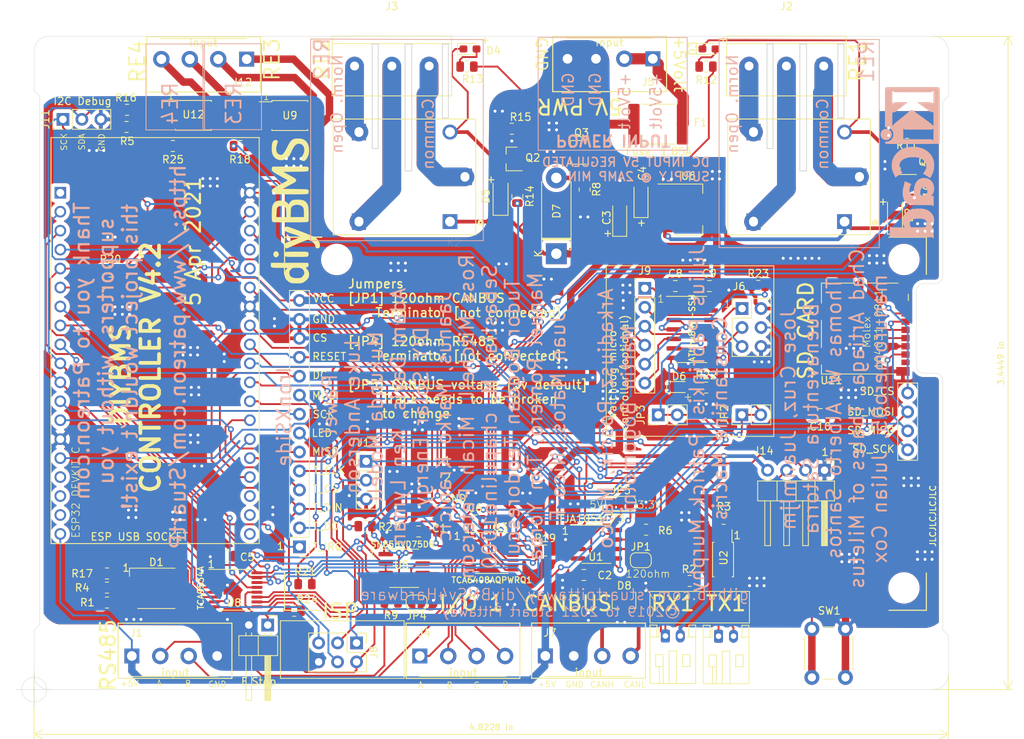
<source format=kicad_pcb>
(kicad_pcb (version 20171130) (host pcbnew "(5.1.5)-3")
  (title_block (title "DIYBMS ESP32 Controller") (date 2021-04-05) (rev 1.1) (company "Stuart Pittaway"))
  (layers (0 F.Cu signal) (31 B.Cu signal) (34 B.Paste user hide) (35 F.Paste user hide) (36 B.SilkS user hide) (37 F.SilkS user) (38 B.Mask user hide) (39 F.Mask user hide) (44 Edge.Cuts user))
  (net 0 "")
  (net 1 GND)
  (net 2 +5V)
  (net 3 +3V3)
  (net 4 "Net-(D1-Pad2)")
  (net 5 "Net-(R3-Pad1)")
  (net 6 "Net-(TX1-Pad1)")
  (net 7 "Net-(TX1-Pad2)")
  (net 8 /IO33)
  (net 9 /IO32)
  (net 10 /IO4)
  (net 11 "Net-(JP1-Pad2)")
  (net 12 /IO35_INPUT)
  (net 13 /IO34_INPUT)
  (net 14 /IO39_INPUT)
  (net 15 "Net-(J1-Pad3)")
  (net 16 "Net-(J1-Pad2)")
  (net 17 /VSPI_CLK)
  (net 18 /VSPI_MOSI)
  (net 19 /VSPI_MISO)
  (net 20 /RESET)
  (net 21 "Net-(J2-Pad3)")
  (net 22 "Net-(J2-Pad2)")
  (net 23 "Net-(J2-Pad1)")
  (net 24 "Net-(D2-Pad2)")
  (net 25 FUSED5V)
  (net 26 "Net-(D3-Pad2)")
  (net 27 "Net-(Q1-Pad1)")
  (net 28 "Net-(D4-Pad2)")
  (net 29 "Net-(D4-Pad1)")
  (net 30 "Net-(J3-Pad3)")
  (net 31 "Net-(J3-Pad2)")
  (net 32 "Net-(J3-Pad1)")
  (net 33 "Net-(Q2-Pad1)")
  (net 34 /DISPLAY_DC)
  (net 35 /CANBUS_TX)
  (net 36 /AVRISP_RESET)
  (net 37 /CANBUS_RX)
  (net 38 /GREEN_LED)
  (net 39 /RELAY1)
  (net 40 /RELAY2)
  (net 41 /DISPLAY_LED)
  (net 42 /EXT_IO_C)
  (net 43 /EXT_IO_B)
  (net 44 /EXT_IO_A)
  (net 45 /EXT_IO_D)
  (net 46 /IO22)
  (net 47 /IO21)
  (net 48 /RED_LED)
  (net 49 /HSPI_CLK)
  (net 50 /IO36_INPUT)
  (net 51 /HSPI_MISO)
  (net 52 /HSPI_MOSI)
  (net 53 /IO5)
  (net 54 /IO25)
  (net 55 /IO27)
  (net 56 /IO26)
  (net 57 /IO2)
  (net 58 "Net-(J10-Pad1)")
  (net 59 "Net-(D1-Pad1)")
  (net 60 "Net-(D1-Pad3)")
  (net 61 /BLUE_LED)
  (net 62 "Net-(J12-Pad3)")
  (net 63 "Net-(J12-Pad1)")
  (net 64 "Net-(R18-Pad1)")
  (net 65 /RELAY3_SSR)
  (net 66 "Net-(LCD1-Pad7)")
  (net 67 "Net-(D6-Pad2)")
  (net 68 "Net-(J9-Pad1)")
  (net 69 "Net-(J9-Pad2)")
  (net 70 "Net-(J9-Pad4)")
  (net 71 "Net-(J9-Pad5)")
  (net 72 "Net-(J9-Pad6)")
  (net 73 "Net-(R22-Pad2)")
  (net 74 "Net-(J6-Pad5)")
  (net 75 "Net-(J6-Pad1)")
  (net 76 "Net-(J13-Pad1)")
  (net 77 "Net-(J13-Pad2)")
  (net 78 "Net-(J12-Pad2)")
  (net 79 /RELAY4_SSR)
  (net 80 "Net-(R25-Pad1)")
  (net 81 "Net-(J12-Pad4)")
  (net 82 "Net-(JP4-Pad2)")
  (net 83 "Net-(C2-Pad1)")
  (net 84 /CANBUS_S)
  (net 85 "Net-(D8-Pad2)")
  (net 86 "Net-(D8-Pad1)")
  (net 87 "Net-(D7-Pad2)")
  (net 88 "Net-(F1-Pad1)")
  (module Fuse:Fuse_2920_7451Metric (layer F.Cu) (at 172.42 62.24)
    (fp_text reference F1 (at 5.62 -0.21) (layer F.SilkS))
    (fp_text value "Fuse, 1.85A" (at 0 3.68) (layer F.SilkS))
    (pad 2 smd roundrect (at 3.2 0) (size 1.5 5.45) (layers F.Cu F.Paste F.Mask) (roundrect_rratio 0.13) (net 2 +5V))
    (pad 1 smd roundrect (at -3.3 0) (size 1.5 5.45) (layers F.Cu F.Paste F.Mask) (roundrect_rratio 0.13) (net 88 "Net-(F1-Pad1)"))
  )
  (module Button_Switch_THT:SW_PUSH_6mm_H4.3mm (layer F.Cu) (at 192.96 136.37 90)
    (fp_text reference SW1 (at 8.93 2.34 180) (layer F.SilkS))
    (fp_text value PTS645SL50-2LFS)
    (pad 1 thru_hole circle (at 6.5 0 180) (size 2 2) (drill 1.1) (layers *.Cu *.Mask) (net 76 "Net-(J13-Pad1)"))
    (pad 2 thru_hole circle (at 6.5 4.5 180) (size 2 2) (drill 1.1) (layers *.Cu *.Mask) (net 1 GND))
    (pad 1 thru_hole circle (at 0 0 180) (size 2 2) (drill 1.1) (layers *.Cu *.Mask) (net 76 "Net-(J13-Pad1)"))
    (pad 2 thru_hole circle (at 0 4.5 180) (size 2 2) (drill 1.1) (layers *.Cu *.Mask) (net 1 GND))
  )
  (module Connector_PinHeader_2.54mm:PinHeader_1x03_P2.54mm_Vertical (layer F.Cu) (at 133.24 107.41)
    (fp_text reference J13 (at 0.13 -2.49) (layer F.SilkS))
    (fp_text value Conn_01x03_Female)
    (pad 3 thru_hole oval (at 0 5.08) (size 1.7 1.7) (drill 1) (layers *.Cu *.Mask) (net 1 GND))
    (pad 2 thru_hole oval (at 0 2.54) (size 1.7 1.7) (drill 1) (layers *.Cu *.Mask) (net 77 "Net-(J13-Pad2)"))
    (pad 1 thru_hole rect (at 0 0) (size 1.7 1.7) (drill 1) (layers *.Cu *.Mask) (net 76 "Net-(J13-Pad1)"))
  )
  (module Connector_PinHeader_2.54mm:PinHeader_1x04_P2.54mm_Horizontal (layer F.Cu) (at 194.65 108.61 270)
    (fp_text reference J14 (at -2.6 8.15 180) (layer F.SilkS))
    (fp_text value Receive)
    (pad 4 thru_hole oval (at 0 7.62 270) (size 1.7 1.7) (drill 1) (layers *.Cu *.Mask) (net 3 +3V3))
    (pad 3 thru_hole oval (at 0 5.08 270) (size 1.7 1.7) (drill 1) (layers *.Cu *.Mask) (net 12 /IO35_INPUT))
    (pad 2 thru_hole oval (at 0 2.54 270) (size 1.7 1.7) (drill 1) (layers *.Cu *.Mask) (net 8 /IO33))
    (pad 1 thru_hole rect (at 0 0 270) (size 1.7 1.7) (drill 1) (layers *.Cu *.Mask) (net 1 GND))
  )
  (module Resistor_SMD:R_0805_2012Metric (layer F.Cu) (at 133.1 116.1)
    (fp_text reference R27 (at 3.2 0.1) (layer F.SilkS))
    (fp_text value 10K)
    (pad 2 smd roundrect (at 0.9125 0) (size 1.025 1.4) (layers F.Cu F.Paste F.Mask) (roundrect_rratio 0.243902) (net 3 +3V3))
    (pad 1 smd roundrect (at -0.9125 0) (size 1.025 1.4) (layers F.Cu F.Paste F.Mask) (roundrect_rratio 0.243902) (net 76 "Net-(J13-Pad1)"))
  )
  (module Diode_THT:D_5W_P10.16mm_Horizontal (layer F.Cu) (at 158.72 79.6 90)
    (fp_text reference D7 (at 5.69 0.04 90) (layer F.SilkS))
    (fp_text value D_Zener_Small)
    (fp_text user K (at 0 -2.4 90) (layer F.SilkS))
    (pad 2 thru_hole oval (at 10.16 0 90) (size 2.8 2.8) (drill 1.4) (layers *.Cu *.Mask) (net 87 "Net-(D7-Pad2)"))
    (pad 1 thru_hole rect (at 0 0 90) (size 2.8 2.8) (drill 1.4) (layers *.Cu *.Mask) (net 25 FUSED5V))
  )
  (module LED_SMD:LED_0603_1608Metric_Pad1.05x0.95mm_HandSolder (layer F.Cu) (at 175.1759 97.46668)
    (fp_text reference D6 (at 0 -1.43) (layer F.SilkS))
    (fp_text value "YELLOW LED")
    (pad 2 smd roundrect (at 0.875 0) (size 1.05 0.95) (layers F.Cu F.Paste F.Mask) (net 67 "Net-(D6-Pad2)"))
    (pad 1 smd roundrect (at -0.875 0) (size 1.05 0.95) (layers F.Cu F.Paste F.Mask) (net 1 GND))
  )
  (module LED_SMD:LED_0603_1608Metric_Pad1.05x0.95mm_HandSolder (layer F.Cu) (at 147.15 52.16)
    (fp_text reference D4 (at 3.15 0.23) (layer F.SilkS))
    (fp_text value "YELLOW LED")
    (pad 2 smd roundrect (at 0.875 0) (size 1.05 0.95) (layers F.Cu F.Paste F.Mask) (net 28 "Net-(D4-Pad2)"))
    (pad 1 smd roundrect (at -0.875 0) (size 1.05 0.95) (layers F.Cu F.Paste F.Mask) (net 29 "Net-(D4-Pad1)"))
  )
  (module LED_SMD:LED_0603_1608Metric_Pad1.05x0.95mm_HandSolder (layer F.Cu) (at 179.175 52.16)
    (fp_text reference D3 (at -2.165 -0.07 90) (layer F.SilkS))
    (fp_text value "YELLOW LED")
    (pad 2 smd roundrect (at 0.875 0) (size 1.05 0.95) (layers F.Cu F.Paste F.Mask) (net 26 "Net-(D3-Pad2)"))
    (pad 1 smd roundrect (at -0.875 0) (size 1.05 0.95) (layers F.Cu F.Paste F.Mask) (net 24 "Net-(D2-Pad2)"))
  )
  (module Diode_SMD:D_MiniMELF (layer F.Cu) (at 151.25 71.9 90)
    (fp_text reference D5 (at 0 -2 90) (layer F.SilkS))
    (fp_text value LL4148)
    (pad 2 smd rect (at 1.75 0 90) (size 1.3 1.7) (layers F.Cu F.Paste F.Mask) (net 29 "Net-(D4-Pad1)"))
    (pad 1 smd rect (at -1.75 0 90) (size 1.3 1.7) (layers F.Cu F.Paste F.Mask) (net 25 FUSED5V))
  )
  (module Diode_SMD:D_MiniMELF (layer F.Cu) (at 204.1 74.43 90)
    (fp_text reference D2 (at 0 1.88 90) (layer F.SilkS))
    (fp_text value LL4148)
    (pad 2 smd rect (at 1.75 0 90) (size 1.3 1.7) (layers F.Cu F.Paste F.Mask) (net 24 "Net-(D2-Pad2)"))
    (pad 1 smd rect (at -1.75 0 90) (size 1.3 1.7) (layers F.Cu F.Paste F.Mask) (net 25 FUSED5V))
  )
  (module Jumper:SolderJumper-2_P1.3mm_Open_RoundedPad1.0x1.5mm (layer F.Cu) (at 139.99 126.34 180)
    (fp_text reference JP4 (at 0 -1.8) (layer F.SilkS))
    (fp_text value OptTermination)
    (pad 2 smd custom (at 0.65 0 180) (size 1 0.5) (layers F.Cu F.Mask) (net 82 "Net-(JP4-Pad2)") (options (clearance outline) (anchor rect)) (primitives (gr_circle (center 0 0.25) (end 0.5 0.25) (width 0)) (gr_circle (center 0 -0.25) (end 0.5 -0.25) (width 0)) (gr_poly (pts (xy 0 -0.75) (xy -0.5 -0.75) (xy -0.5 0.75) (xy 0 0.75)) (width 0))))
    (pad 1 smd custom (at -0.65 0 180) (size 1 0.5) (layers F.Cu F.Mask) (net 15 "Net-(J1-Pad3)") (options (clearance outline) (anchor rect)) (primitives (gr_circle (center 0 0.25) (end 0.5 0.25) (width 0)) (gr_circle (center 0 -0.25) (end 0.5 -0.25) (width 0)) (gr_poly (pts (xy 0 -0.75) (xy 0.5 -0.75) (xy 0.5 0.75) (xy 0 0.75)) (width 0))))
  )
  (module Jumper:SolderJumper-2_P1.3mm_Open_RoundedPad1.0x1.5mm (layer F.Cu) (at 170.04 120.67)
    (fp_text reference JP1 (at 0 -1.8) (layer F.SilkS))
    (fp_text value OptTermination)
    (pad 2 smd custom (at 0.65 0) (size 1 0.5) (layers F.Cu F.Mask) (net 11 "Net-(JP1-Pad2)") (options (clearance outline) (anchor rect)) (primitives (gr_circle (center 0 0.25) (end 0.5 0.25) (width 0)) (gr_circle (center 0 -0.25) (end 0.5 -0.25) (width 0)) (gr_poly (pts (xy 0 -0.75) (xy -0.5 -0.75) (xy -0.5 0.75) (xy 0 0.75)) (width 0))))
    (pad 1 smd custom (at -0.65 0) (size 1 0.5) (layers F.Cu F.Mask) (net 86 "Net-(D8-Pad1)") (options (clearance outline) (anchor rect)) (primitives (gr_circle (center 0 0.25) (end 0.5 0.25) (width 0)) (gr_circle (center 0 -0.25) (end 0.5 -0.25) (width 0)) (gr_poly (pts (xy 0 -0.75) (xy 0.5 -0.75) (xy 0.5 0.75) (xy 0 0.75)) (width 0))))
  )
  (module ControllerCircuit:TFTSPI_2_8_240x320_TOUCH (layer F.Cu) (at 165.3 102.375 180)
    (fp_text reference LCD1 hide)
    (fp_text value LCD hide)
    (fp_text user SD_SCK (at -35.9 -3.4) (layer F.SilkS))
    (fp_text user SD_MISO (at -35.566667 -0.9) (layer F.SilkS))
    (fp_text user SD_MOSI (at -35.566667 1.6) (layer F.SilkS))
    (fp_text user SD_CS (at -36.4 4.35) (layer F.SilkS))
    (fp_text user T_IRQ (at 37.25 -16.5) (layer F.SilkS))
    (fp_text user T_DO (at 37.5 -13.75) (layer F.SilkS))
    (fp_text user T_DIN (at 37.25 -11.25) (layer F.SilkS))
    (fp_text user T_CS (at 37.5 -8.75) (layer F.SilkS))
    (fp_text user T_CLK (at 37 -6.25) (layer F.SilkS))
    (fp_text user MISO (at 37.5 -3.75) (layer F.SilkS))
    (fp_text user LED (at 38 -1.25) (layer F.SilkS))
    (fp_text user SCK (at 37.75 1.25) (layer F.SilkS))
    (fp_text user MOSI (at 37.5 3.75) (layer F.SilkS))
    (fp_text user DC (at 38.25 6.5) (layer F.SilkS))
    (fp_text user RESET (at 37 9) (layer F.SilkS))
    (fp_text user CS (at 38.25 11.5) (layer F.SilkS))
    (fp_text user GND (at 37.75 14) (layer F.SilkS))
    (fp_text user VCC (at 37.75 16.75) (layer F.SilkS))
    (pad "" np_thru_hole circle (at -40 22 180) (size 3.2 3.2) (drill 3.2) (layers *.Cu *.Mask))
    (pad "" np_thru_hole circle (at -40 -22 180) (size 3.2 3.2) (drill 3.2) (layers *.Cu *.Mask))
    (pad "" np_thru_hole circle (at 36 22 180) (size 3.2 3.2) (drill 3.2) (layers *.Cu *.Mask))
    (pad "" np_thru_hole circle (at 36 -22 180) (size 3.2 3.2) (drill 3.2) (layers *.Cu *.Mask))
    (pad SD2 thru_hole oval (at -40.5 -0.96 180) (size 1.7 1.7) (drill 1) (layers *.Cu *.Mask) (net 19 /VSPI_MISO))
    (pad SD3 thru_hole oval (at -40.5 1.58 180) (size 1.7 1.7) (drill 1) (layers *.Cu *.Mask) (net 18 /VSPI_MOSI))
    (pad SD4 thru_hole oval (at -40.5 4.12 180) (size 1.7 1.7) (drill 1) (layers *.Cu *.Mask) (net 53 /IO5))
    (pad SD1 thru_hole oval (at -40.5 -3.5 180) (size 1.7 1.7) (drill 1) (layers *.Cu *.Mask) (net 17 /VSPI_CLK))
    (pad 14 thru_hole oval (at 41 16.52 180) (size 1.7 1.7) (drill 1) (layers *.Cu *.Mask) (net 3 +3V3))
    (pad 13 thru_hole oval (at 41 13.98 180) (size 1.7 1.7) (drill 1) (layers *.Cu *.Mask) (net 1 GND))
    (pad 12 thru_hole oval (at 41 11.44 180) (size 1.7 1.7) (drill 1) (layers *.Cu *.Mask) (net 1 GND))
    (pad 11 thru_hole oval (at 41 8.9 180) (size 1.7 1.7) (drill 1) (layers *.Cu *.Mask) (net 20 /RESET))
    (pad 10 thru_hole oval (at 41 6.36 180) (size 1.7 1.7) (drill 1) (layers *.Cu *.Mask) (net 34 /DISPLAY_DC))
    (pad 9 thru_hole oval (at 41 3.82 180) (size 1.7 1.7) (drill 1) (layers *.Cu *.Mask) (net 52 /HSPI_MOSI))
    (pad 8 thru_hole oval (at 41 1.28 180) (size 1.7 1.7) (drill 1) (layers *.Cu *.Mask) (net 49 /HSPI_CLK))
    (pad 7 thru_hole oval (at 41 -1.26 180) (size 1.7 1.7) (drill 1) (layers *.Cu *.Mask) (net 66 "Net-(LCD1-Pad7)"))
    (pad 6 thru_hole oval (at 41 -3.8 180) (size 1.7 1.7) (drill 1) (layers *.Cu *.Mask) (net 51 /HSPI_MISO))
    (pad 5 thru_hole oval (at 41 -6.34 180) (size 1.7 1.7) (drill 1) (layers *.Cu *.Mask) (net 17 /VSPI_CLK))
    (pad 4 thru_hole oval (at 41 -8.88 180) (size 1.7 1.7) (drill 1) (layers *.Cu *.Mask) (net 10 /IO4))
    (pad 3 thru_hole oval (at 41 -11.42 180) (size 1.7 1.7) (drill 1) (layers *.Cu *.Mask) (net 18 /VSPI_MOSI))
    (pad 2 thru_hole oval (at 41 -13.96 180) (size 1.7 1.7) (drill 1) (layers *.Cu *.Mask) (net 19 /VSPI_MISO))
    (pad 1 thru_hole rect (at 41 -16.5 180) (size 1.7 1.7) (drill 1) (layers *.Cu *.Mask) (net 50 /IO36_INPUT))
  )
  (module ControllerCircuit:Terminal-Block_3.81_4P_LCSC_C395880 (layer F.Cu) (at 167.84 53.48 180)
    (fp_text reference J5 (at -3.2 -3.1) (layer F.SilkS))
    (fp_text value ScrewTerminal)
    (fp_text user input (at 2 2.2) (layer F.SilkS))
    (pad 4 thru_hole circle (at 7.62 0 180) (size 2.2 2.2) (drill 1.3) (layers *.Cu *.Mask) (net 1 GND))
    (pad 3 thru_hole circle (at 3.81 0 180) (size 2.2 2.2) (drill 1.3) (layers *.Cu *.Mask) (net 1 GND))
    (pad 2 thru_hole circle (at 0 0 180) (size 2.2 2.2) (drill 1.3) (layers *.Cu *.Mask) (net 2 +5V))
    (pad 1 thru_hole rect (at -3.81 0 180) (size 2 2) (drill 1.3) (layers *.Cu *.Mask) (net 2 +5V))
  )
  (module Package_TO_SOT_SMD:SOT-23 (layer F.Cu) (at 167.79 126.36 270)
    (fp_text reference D8 (at -2.28 -0.03 180) (layer F.SilkS))
    (fp_text value NUP2105LT1G)
    (pad 3 smd rect (at 1 0 270) (size 0.9 0.8) (layers F.Cu F.Paste F.Mask) (net 1 GND))
    (pad 2 smd rect (at -1 0.95 270) (size 0.9 0.8) (layers F.Cu F.Paste F.Mask) (net 85 "Net-(D8-Pad2)"))
    (pad 1 smd rect (at -1 -0.95 270) (size 0.9 0.8) (layers F.Cu F.Paste F.Mask) (net 86 "Net-(D8-Pad1)"))
  )
  (module Package_SO:SOIC-8_3.9x4.9mm_P1.27mm (layer F.Cu) (at 164.09 118.53)
    (fp_text reference U1 (at -0.08 1.69 180) (layer F.SilkS))
    (fp_text value TJA1051T/3 (at -0.64 -3.41) (layer F.SilkS))
    (pad 8 smd roundrect (at 2.475 -1.905) (size 1.95 0.6) (layers F.Cu F.Paste F.Mask) (net 84 /CANBUS_S))
    (pad 7 smd roundrect (at 2.475 -0.635) (size 1.95 0.6) (layers F.Cu F.Paste F.Mask) (net 85 "Net-(D8-Pad2)"))
    (pad 6 smd roundrect (at 2.475 0.635) (size 1.95 0.6) (layers F.Cu F.Paste F.Mask) (net 86 "Net-(D8-Pad1)"))
    (pad 5 smd roundrect (at 2.475 1.905) (size 1.95 0.6) (layers F.Cu F.Paste F.Mask) (net 3 +3V3))
    (pad 4 smd roundrect (at -2.475 1.905) (size 1.95 0.6) (layers F.Cu F.Paste F.Mask) (net 37 /CANBUS_RX))
    (pad 3 smd roundrect (at -2.475 0.635) (size 1.95 0.6) (layers F.Cu F.Paste F.Mask) (net 83 "Net-(C2-Pad1)"))
    (pad 2 smd roundrect (at -2.475 -0.635) (size 1.95 0.6) (layers F.Cu F.Paste F.Mask) (net 1 GND))
    (pad 1 smd roundrect (at -2.475 -1.905) (size 1.95 0.6) (layers F.Cu F.Paste F.Mask) (net 35 /CANBUS_TX))
  )
  (module Jumper:SolderJumper-3_P1.3mm_Bridged12_RoundedPad1.0x1.5mm (layer F.Cu) (at 167.35 113.11)
    (fp_text reference JP5 (at 0 -1.8) (layer F.SilkS))
    (fp_text value "CANBUS Volt Select")
    (fp_poly (pts (xy -0.9 -0.3) (xy -0.4 -0.3) (xy -0.4 0.3) (xy -0.9 0.3)) (layer F.Cu) (width 0))
    (pad 1 smd custom (at -1.3 0) (size 1 0.5) (layers F.Cu F.Mask) (net 25 FUSED5V) (options (clearance outline) (anchor rect)) (primitives (gr_circle (center 0 0.25) (end 0.5 0.25) (width 0)) (gr_circle (center 0 -0.25) (end 0.5 -0.25) (width 0)) (gr_poly (pts (xy 0.55 -0.75) (xy 0 -0.75) (xy 0 0.75) (xy 0.55 0.75)) (width 0))))
    (pad 2 smd rect (at 0 0) (size 1 1.5) (layers F.Cu F.Mask) (net 83 "Net-(C2-Pad1)"))
    (pad 3 smd custom (at 1.3 0) (size 1 0.5) (layers F.Cu F.Mask) (net 3 +3V3) (options (clearance outline) (anchor rect)) (primitives (gr_circle (center 0 0.25) (end 0.5 0.25) (width 0)) (gr_circle (center 0 -0.25) (end 0.5 -0.25) (width 0)) (gr_poly (pts (xy -0.55 -0.75) (xy 0 -0.75) (xy 0 0.75) (xy -0.55 0.75)) (width 0))))
  )
  (module ControllerCircuit:Terminal-Block_3.81_4P_LCSC_C395880 (layer F.Cu) (at 113.42 53.53 180)
    (fp_text reference J12 (at -3.2 -3.1) (layer F.SilkS))
    (fp_text value ScrewTerminal)
    (fp_text user input (at 2 2.2) (layer F.SilkS))
    (pad 4 thru_hole circle (at 7.62 0 180) (size 2.2 2.2) (drill 1.3) (layers *.Cu *.Mask) (net 81 "Net-(J12-Pad4)"))
    (pad 3 thru_hole circle (at 3.81 0 180) (size 2.2 2.2) (drill 1.3) (layers *.Cu *.Mask) (net 62 "Net-(J12-Pad3)"))
    (pad 2 thru_hole circle (at 0 0 180) (size 2.2 2.2) (drill 1.3) (layers *.Cu *.Mask) (net 78 "Net-(J12-Pad2)"))
    (pad 1 thru_hole rect (at -3.81 0 180) (size 2 2) (drill 1.3) (layers *.Cu *.Mask) (net 63 "Net-(J12-Pad1)"))
  )
  (module Package_SO:SO-4_4.4x3.6mm_P2.54mm (layer F.Cu) (at 110.1 61.06)
    (fp_text reference U12 (at 0 -0.11) (layer F.SilkS))
    (fp_text value AQY212GSZ)
    (pad 4 smd rect (at 3.15 -1.27) (size 2 0.64) (layers F.Cu F.Paste F.Mask) (net 81 "Net-(J12-Pad4)"))
    (pad 3 smd rect (at 3.15 1.27) (size 2 0.64) (layers F.Cu F.Paste F.Mask) (net 62 "Net-(J12-Pad3)"))
    (pad 2 smd rect (at -3.15 1.27) (size 2 0.64) (layers F.Cu F.Paste F.Mask) (net 1 GND))
    (pad 1 smd rect (at -3.15 -1.27) (size 2 0.64) (layers F.Cu F.Paste F.Mask) (net 80 "Net-(R25-Pad1)"))
  )
  (module Resistor_SMD:R_0805_2012Metric (layer F.Cu) (at 107.34 65.16)
    (fp_text reference R25 (at 0.01 1.82) (layer F.SilkS))
    (fp_text value 220R)
    (pad 2 smd roundrect (at 0.9125 0) (size 1.025 1.4) (layers F.Cu F.Paste F.Mask) (roundrect_rratio 0.243902) (net 79 /RELAY4_SSR))
    (pad 1 smd roundrect (at -0.9125 0) (size 1.025 1.4) (layers F.Cu F.Paste F.Mask) (roundrect_rratio 0.243902) (net 80 "Net-(R25-Pad1)"))
  )
  (module Symbol:KiCad-Logo_8mm_SilkScreen (layer B.Cu) (at 206.1 67.4 270)
    (fp_text reference REF*** hide)
    (fp_text value KiCad-Logo_8mm_SilkScreen hide)
  )
  (module Connector_Card:microSD_HC_Molex_104031-0811 (layer F.Cu) (at 200.06 89.61 270)
    (fp_text reference U11 (at 6.96 4.48 180) (layer F.SilkS))
    (fp_text value MicroSD_SPI_CD)
    (pad 11 smd rect (at 3.73 5.375 270) (size 1.9 1.35) (layers F.Cu F.Paste F.Mask) (net 1 GND))
    (pad 11 smd rect (at -2.24 5.375 270) (size 1.9 1.35) (layers F.Cu F.Paste F.Mask) (net 1 GND))
    (pad 9 smd rect (at -5.74 0.7 270) (size 1.2 1) (layers F.Cu F.Paste F.Mask))
    (pad 10 smd rect (at -5.74 4.4 270) (size 1.2 1) (layers F.Cu F.Paste F.Mask))
    (pad 11 smd rect (at -5.565 -5.325 270) (size 1.55 1.35) (layers F.Cu F.Paste F.Mask) (net 1 GND))
    (pad 11 smd rect (at 5.755 -5.1 270) (size 1.17 1.8) (layers F.Cu F.Paste F.Mask) (net 1 GND))
    (pad 7 smd rect (at 3.495 -5.45 270) (size 0.85 1.1) (layers F.Cu F.Paste F.Mask) (net 19 /VSPI_MISO))
    (pad 6 smd rect (at 2.395 -5.45 270) (size 0.85 1.1) (layers F.Cu F.Paste F.Mask) (net 1 GND))
    (pad 5 smd rect (at 1.295 -5.45 270) (size 0.85 1.1) (layers F.Cu F.Paste F.Mask) (net 17 /VSPI_CLK))
    (pad 4 smd rect (at 0.195 -5.45 270) (size 0.85 1.1) (layers F.Cu F.Paste F.Mask) (net 3 +3V3))
    (pad 3 smd rect (at -0.905 -5.45 270) (size 0.85 1.1) (layers F.Cu F.Paste F.Mask) (net 18 /VSPI_MOSI))
    (pad 2 smd rect (at -2.005 -5.45 270) (size 0.85 1.1) (layers F.Cu F.Paste F.Mask) (net 53 /IO5))
    (pad 8 smd rect (at 4.545 -5.45 270) (size 0.75 1.1) (layers F.Cu F.Paste F.Mask))
    (pad 1 smd rect (at -3.105 -5.45 270) (size 0.85 1.1) (layers F.Cu F.Paste F.Mask))
  )
  (module Package_SO:SOIC-14_3.9x8.7mm_P1.27mm (layer F.Cu) (at 176.9285 89.74508)
    (fp_text reference U10 hide)
    (fp_text value ATtiny841-SSU (at -0.0185 -0.16508 90) (layer F.SilkS) (effects (font (size 0.8 0.8))))
    (pad 14 smd roundrect (at 2.475 -3.81) (size 1.95 0.6) (layers F.Cu F.Paste F.Mask) (net 1 GND))
    (pad 13 smd roundrect (at 2.475 -2.54) (size 1.95 0.6) (layers F.Cu F.Paste F.Mask) (net 68 "Net-(J9-Pad1)"))
    (pad 12 smd roundrect (at 2.475 -1.27) (size 1.95 0.6) (layers F.Cu F.Paste F.Mask) (net 69 "Net-(J9-Pad2)"))
    (pad 11 smd roundrect (at 2.475 0) (size 1.95 0.6) (layers F.Cu F.Paste F.Mask) (net 9 /IO32))
    (pad 10 smd roundrect (at 2.475 1.27) (size 1.95 0.6) (layers F.Cu F.Paste F.Mask) (net 20 /RESET))
    (pad 9 smd roundrect (at 2.475 2.54) (size 1.95 0.6) (layers F.Cu F.Paste F.Mask) (net 56 /IO26))
    (pad 8 smd roundrect (at 2.475 3.81) (size 1.95 0.6) (layers F.Cu F.Paste F.Mask) (net 75 "Net-(J6-Pad1)"))
    (pad 7 smd roundrect (at -2.475 3.81) (size 1.95 0.6) (layers F.Cu F.Paste F.Mask) (net 55 /IO27))
    (pad 6 smd roundrect (at -2.475 2.54) (size 1.95 0.6) (layers F.Cu F.Paste F.Mask) (net 73 "Net-(R22-Pad2)"))
    (pad 5 smd roundrect (at -2.475 1.27) (size 1.95 0.6) (layers F.Cu F.Paste F.Mask) (net 72 "Net-(J9-Pad6)"))
    (pad 4 smd roundrect (at -2.475 0) (size 1.95 0.6) (layers F.Cu F.Paste F.Mask) (net 74 "Net-(J6-Pad5)"))
    (pad 3 smd roundrect (at -2.475 -1.27) (size 1.95 0.6) (layers F.Cu F.Paste F.Mask) (net 71 "Net-(J9-Pad5)"))
    (pad 2 smd roundrect (at -2.475 -2.54) (size 1.95 0.6) (layers F.Cu F.Paste F.Mask) (net 70 "Net-(J9-Pad4)"))
    (pad 1 smd roundrect (at -2.475 -3.81) (size 1.95 0.6) (layers F.Cu F.Paste F.Mask) (net 3 +3V3))
  )
  (module Package_SO:SO-4_4.4x3.6mm_P2.54mm (layer F.Cu) (at 123.005 61.085)
    (fp_text reference U9 (at 0.015 -0.005) (layer F.SilkS))
    (fp_text value AQY212GSZ)
    (pad 4 smd rect (at 3.15 -1.27) (size 2 0.64) (layers F.Cu F.Paste F.Mask) (net 78 "Net-(J12-Pad2)"))
    (pad 3 smd rect (at 3.15 1.27) (size 2 0.64) (layers F.Cu F.Paste F.Mask) (net 63 "Net-(J12-Pad1)"))
    (pad 2 smd rect (at -3.15 1.27) (size 2 0.64) (layers F.Cu F.Paste F.Mask) (net 1 GND))
    (pad 1 smd rect (at -3.15 -1.27) (size 2 0.64) (layers F.Cu F.Paste F.Mask) (net 64 "Net-(R18-Pad1)"))
  )
  (module Package_SO:TSSOP-16_4.4x5mm_P0.65mm (layer F.Cu) (at 115.7446 124.6318)
    (fp_text reference U8 (at -0.2246 1.7482) (layer F.SilkS))
    (fp_text value TCA9534A (at -4.6746 -0.2418 270) (layer F.SilkS) (effects (font (size 0.8 0.8))))
    (pad 16 smd roundrect (at 2.8625 -2.275) (size 1.475 0.4) (layers F.Cu F.Paste F.Mask) (net 3 +3V3))
    (pad 15 smd roundrect (at 2.8625 -1.625) (size 1.475 0.4) (layers F.Cu F.Paste F.Mask) (net 55 /IO27))
    (pad 14 smd roundrect (at 2.8625 -0.975) (size 1.475 0.4) (layers F.Cu F.Paste F.Mask) (net 56 /IO26))
    (pad 13 smd roundrect (at 2.8625 -0.325) (size 1.475 0.4) (layers F.Cu F.Paste F.Mask) (net 13 /IO34_INPUT))
    (pad 12 smd roundrect (at 2.8625 0.325) (size 1.475 0.4) (layers F.Cu F.Paste F.Mask) (net 58 "Net-(J10-Pad1)"))
    (pad 11 smd roundrect (at 2.8625 0.975) (size 1.475 0.4) (layers F.Cu F.Paste F.Mask) (net 77 "Net-(J13-Pad2)"))
    (pad 10 smd roundrect (at 2.8625 1.625) (size 1.475 0.4) (layers F.Cu F.Paste F.Mask) (net 84 /CANBUS_S))
    (pad 9 smd roundrect (at 2.8625 2.275) (size 1.475 0.4) (layers F.Cu F.Paste F.Mask) (net 76 "Net-(J13-Pad1)"))
    (pad 8 smd roundrect (at -2.8625 2.275) (size 1.475 0.4) (layers F.Cu F.Paste F.Mask) (net 1 GND))
    (pad 7 smd roundrect (at -2.8625 1.625) (size 1.475 0.4) (layers F.Cu F.Paste F.Mask) (net 41 /DISPLAY_LED))
    (pad 6 smd roundrect (at -2.8625 0.975) (size 1.475 0.4) (layers F.Cu F.Paste F.Mask) (net 38 /GREEN_LED))
    (pad 5 smd roundrect (at -2.8625 0.325) (size 1.475 0.4) (layers F.Cu F.Paste F.Mask) (net 48 /RED_LED))
    (pad 4 smd roundrect (at -2.8625 -0.325) (size 1.475 0.4) (layers F.Cu F.Paste F.Mask) (net 61 /BLUE_LED))
    (pad 3 smd roundrect (at -2.8625 -0.975) (size 1.475 0.4) (layers F.Cu F.Paste F.Mask) (net 1 GND))
    (pad 2 smd roundrect (at -2.8625 -1.625) (size 1.475 0.4) (layers F.Cu F.Paste F.Mask) (net 1 GND))
    (pad 1 smd roundrect (at -2.8625 -2.275) (size 1.475 0.4) (layers F.Cu F.Paste F.Mask) (net 1 GND))
  )
  (module Package_TO_SOT_SMD:SOT-223-3_TabPin2 (layer F.Cu) (at 176.429 73.6758)
    (fp_text reference U6 (at 0 -4.5) (layer F.SilkS))
    (fp_text value AMS1117-3.3)
    (pad 1 smd rect (at -3.15 -2.3) (size 2 1.5) (layers F.Cu F.Paste F.Mask) (net 1 GND))
    (pad 3 smd rect (at -3.15 2.3) (size 2 1.5) (layers F.Cu F.Paste F.Mask) (net 25 FUSED5V))
    (pad 2 smd rect (at -3.15 0) (size 2 1.5) (layers F.Cu F.Paste F.Mask) (net 3 +3V3))
    (pad 2 smd rect (at 3.15 0) (size 2 3.8) (layers F.Cu F.Paste F.Mask) (net 3 +3V3))
  )
  (module Package_SO:SOIC-8_3.9x4.9mm_P1.27mm (layer F.Cu) (at 138.33498 121.7508)
    (fp_text reference U5 (at -0.34498 -0.4408) (layer F.SilkS))
    (fp_text value SN65HVD75DR (at -0.18498 -3.2108) (layer F.SilkS) (effects (font (size 0.8 0.8))))
    (pad 8 smd roundrect (at 2.475 -1.905) (size 1.95 0.6) (layers F.Cu F.Paste F.Mask) (net 3 +3V3))
    (pad 7 smd roundrect (at 2.475 -0.635) (size 1.95 0.6) (layers F.Cu F.Paste F.Mask) (net 15 "Net-(J1-Pad3)"))
    (pad 6 smd roundrect (at 2.475 0.635) (size 1.95 0.6) (layers F.Cu F.Paste F.Mask) (net 16 "Net-(J1-Pad2)"))
    (pad 5 smd roundrect (at 2.475 1.905) (size 1.95 0.6) (layers F.Cu F.Paste F.Mask) (net 1 GND))
    (pad 4 smd roundrect (at -2.475 1.905) (size 1.95 0.6) (layers F.Cu F.Paste F.Mask) (net 46 /IO22))
    (pad 3 smd roundrect (at -2.475 0.635) (size 1.95 0.6) (layers F.Cu F.Paste F.Mask) (net 54 /IO25))
    (pad 2 smd roundrect (at -2.475 -0.635) (size 1.95 0.6) (layers F.Cu F.Paste F.Mask) (net 54 /IO25))
    (pad 1 smd roundrect (at -2.475 -1.905) (size 1.95 0.6) (layers F.Cu F.Paste F.Mask) (net 47 /IO21))
  )
  (module Package_SO:TSSOP-16_4.4x5mm_P0.65mm (layer F.Cu) (at 150.07768 119.7008)
    (fp_text reference U3 (at 1.15232 -3.4708) (layer F.SilkS))
    (fp_text value TCA6408AQPWRQ1 (at -0.01768 3.6292) (layer F.SilkS) (effects (font (size 0.8 0.8))))
    (pad 16 smd roundrect (at 2.8625 -2.275) (size 1.475 0.4) (layers F.Cu F.Paste F.Mask) (net 25 FUSED5V))
    (pad 15 smd roundrect (at 2.8625 -1.625) (size 1.475 0.4) (layers F.Cu F.Paste F.Mask) (net 55 /IO27))
    (pad 14 smd roundrect (at 2.8625 -0.975) (size 1.475 0.4) (layers F.Cu F.Paste F.Mask) (net 56 /IO26))
    (pad 13 smd roundrect (at 2.8625 -0.325) (size 1.475 0.4) (layers F.Cu F.Paste F.Mask) (net 14 /IO39_INPUT))
    (pad 12 smd roundrect (at 2.8625 0.325) (size 1.475 0.4) (layers F.Cu F.Paste F.Mask) (net 79 /RELAY4_SSR))
    (pad 11 smd roundrect (at 2.8625 0.975) (size 1.475 0.4) (layers F.Cu F.Paste F.Mask) (net 65 /RELAY3_SSR))
    (pad 10 smd roundrect (at 2.8625 1.625) (size 1.475 0.4) (layers F.Cu F.Paste F.Mask) (net 40 /RELAY2))
    (pad 9 smd roundrect (at 2.8625 2.275) (size 1.475 0.4) (layers F.Cu F.Paste F.Mask) (net 39 /RELAY1))
    (pad 8 smd roundrect (at -2.8625 2.275) (size 1.475 0.4) (layers F.Cu F.Paste F.Mask) (net 1 GND))
    (pad 7 smd roundrect (at -2.8625 1.625) (size 1.475 0.4) (layers F.Cu F.Paste F.Mask) (net 45 /EXT_IO_D))
    (pad 6 smd roundrect (at -2.8625 0.975) (size 1.475 0.4) (layers F.Cu F.Paste F.Mask) (net 42 /EXT_IO_C))
    (pad 5 smd roundrect (at -2.8625 0.325) (size 1.475 0.4) (layers F.Cu F.Paste F.Mask) (net 43 /EXT_IO_B))
    (pad 4 smd roundrect (at -2.8625 -0.325) (size 1.475 0.4) (layers F.Cu F.Paste F.Mask) (net 44 /EXT_IO_A))
    (pad 3 smd roundrect (at -2.8625 -0.975) (size 1.475 0.4) (layers F.Cu F.Paste F.Mask) (net 20 /RESET))
    (pad 2 smd roundrect (at -2.8625 -1.625) (size 1.475 0.4) (layers F.Cu F.Paste F.Mask) (net 1 GND))
    (pad 1 smd roundrect (at -2.8625 -2.275) (size 1.475 0.4) (layers F.Cu F.Paste F.Mask) (net 3 +3V3))
  )
  (module Package_SO:SOP-4_4.4x2.6mm_P1.27mm (layer F.Cu) (at 181.05832 120.5805 270)
    (fp_text reference U2 (at -0.2305 -0.08168 90) (layer F.SilkS))
    (fp_text value "EL3H7(B)(TA)-G")
    (pad 4 smd roundrect (at 3.1875 -0.635 270) (size 1.625 0.6) (layers F.Cu F.Paste F.Mask) (net 7 "Net-(TX1-Pad2)"))
    (pad 3 smd roundrect (at 3.1875 0.635 270) (size 1.625 0.6) (layers F.Cu F.Paste F.Mask) (net 6 "Net-(TX1-Pad1)"))
    (pad 2 smd roundrect (at -3.1875 0.635 270) (size 1.625 0.6) (layers F.Cu F.Paste F.Mask) (net 1 GND))
    (pad 1 smd roundrect (at -3.1875 -0.635 270) (size 1.625 0.6) (layers F.Cu F.Paste F.Mask) (net 5 "Net-(R3-Pad1)"))
  )
  (module Connector_JST:JST_PH_S2B-PH-K_1x02_P2.00mm_Horizontal (layer F.Cu) (at 180.45626 130.8496)
    (fp_text reference TX1 (at 1 -4.3896) (layer F.SilkS) (effects (font (size 2 2) (thickness 0.3))))
    (fp_text value Transmit)
    (pad 2 thru_hole oval (at 2 0) (size 1.2 1.75) (drill 0.75) (layers *.Cu *.Mask) (net 7 "Net-(TX1-Pad2)"))
    (pad 1 thru_hole roundrect (at 0 0) (size 1.2 1.75) (drill 0.75) (layers *.Cu *.Mask) (roundrect_rratio 0.208333) (net 6 "Net-(TX1-Pad1)"))
  )
  (module Connector_JST:JST_PH_S2B-PH-K_1x02_P2.00mm_Horizontal (layer F.Cu) (at 173.33072 130.8196)
    (fp_text reference RX1 (at 1 -4.3596) (layer F.SilkS) (effects (font (size 2 2) (thickness 0.3))))
    (fp_text value Receive)
    (pad 2 thru_hole oval (at 2 0) (size 1.2 1.75) (drill 0.75) (layers *.Cu *.Mask) (net 3 +3V3))
    (pad 1 thru_hole roundrect (at 0 0) (size 1.2 1.75) (drill 0.75) (layers *.Cu *.Mask) (roundrect_rratio 0.208333) (net 57 /IO2))
  )
  (module Resistor_SMD:R_0805_2012Metric (layer F.Cu) (at 123.6 127.44 180)
    (fp_text reference R24 (at -1.75 1.52) (layer F.SilkS))
    (fp_text value 10K)
    (pad 2 smd roundrect (at 0.9125 0 180) (size 1.025 1.4) (layers F.Cu F.Paste F.Mask) (roundrect_rratio 0.243902) (net 3 +3V3))
    (pad 1 smd roundrect (at -0.9125 0 180) (size 1.025 1.4) (layers F.Cu F.Paste F.Mask) (roundrect_rratio 0.243902) (net 58 "Net-(J10-Pad1)"))
  )
  (module Resistor_SMD:R_0805_2012Metric (layer F.Cu) (at 185.77786 83.90816)
    (fp_text reference R23 (at 0 -1.65) (layer F.SilkS))
    (fp_text value 10K)
    (pad 2 smd roundrect (at 0.9125 0) (size 1.025 1.4) (layers F.Cu F.Paste F.Mask) (roundrect_rratio 0.243902) (net 74 "Net-(J6-Pad5)"))
    (pad 1 smd roundrect (at -0.9125 0) (size 1.025 1.4) (layers F.Cu F.Paste F.Mask) (roundrect_rratio 0.243902) (net 3 +3V3))
  )
  (module Resistor_SMD:R_0805_2012Metric (layer F.Cu) (at 178.80668 97.5393)
    (fp_text reference R22 (at 0 -1.65) (layer F.SilkS))
    (fp_text value 180R)
    (pad 2 smd roundrect (at 0.9125 0) (size 1.025 1.4) (layers F.Cu F.Paste F.Mask) (roundrect_rratio 0.243902) (net 73 "Net-(R22-Pad2)"))
    (pad 1 smd roundrect (at -0.9125 0) (size 1.025 1.4) (layers F.Cu F.Paste F.Mask) (roundrect_rratio 0.243902) (net 67 "Net-(D6-Pad2)"))
  )
  (module Resistor_SMD:R_0805_2012Metric (layer F.Cu) (at 125.04 123.88)
    (fp_text reference R21 (at 0 -1.65) (layer F.SilkS))
    (fp_text value 180R)
    (pad 2 smd roundrect (at 0.9125 0) (size 1.025 1.4) (layers F.Cu F.Paste F.Mask) (roundrect_rratio 0.243902) (net 41 /DISPLAY_LED))
    (pad 1 smd roundrect (at -0.9125 0) (size 1.025 1.4) (layers F.Cu F.Paste F.Mask) (roundrect_rratio 0.243902) (net 66 "Net-(LCD1-Pad7)"))
  )
  (module Resistor_SMD:R_0805_2012Metric (layer F.Cu) (at 98.97518 81.98538)
    (fp_text reference R20 (at 0 -1.65) (layer F.SilkS))
    (fp_text value 10K)
    (pad 2 smd roundrect (at 0.9125 0) (size 1.025 1.4) (layers F.Cu F.Paste F.Mask) (roundrect_rratio 0.243902) (net 3 +3V3))
    (pad 1 smd roundrect (at -0.9125 0) (size 1.025 1.4) (layers F.Cu F.Paste F.Mask) (roundrect_rratio 0.243902) (net 13 /IO34_INPUT))
  )
  (module Resistor_SMD:R_0805_2012Metric (layer F.Cu) (at 157.227 119.36656)
    (fp_text reference R19 (at 0 -1.65) (layer F.SilkS))
    (fp_text value 10K)
    (pad 2 smd roundrect (at 0.9125 0) (size 1.025 1.4) (layers F.Cu F.Paste F.Mask) (roundrect_rratio 0.243902) (net 3 +3V3))
    (pad 1 smd roundrect (at -0.9125 0) (size 1.025 1.4) (layers F.Cu F.Paste F.Mask) (roundrect_rratio 0.243902) (net 14 /IO39_INPUT))
  )
  (module Resistor_SMD:R_0805_2012Metric (layer F.Cu) (at 116.39 65.16 180)
    (fp_text reference R18 (at 0.06 -1.81) (layer F.SilkS))
    (fp_text value 220R)
    (pad 2 smd roundrect (at 0.9125 0 180) (size 1.025 1.4) (layers F.Cu F.Paste F.Mask) (roundrect_rratio 0.243902) (net 65 /RELAY3_SSR))
    (pad 1 smd roundrect (at -0.9125 0 180) (size 1.025 1.4) (layers F.Cu F.Paste F.Mask) (roundrect_rratio 0.243902) (net 64 "Net-(R18-Pad1)"))
  )
  (module Resistor_SMD:R_0805_2012Metric (layer F.Cu) (at 98.51224 122.44368 180)
    (fp_text reference R17 (at 3.33 -0.02) (layer F.SilkS))
    (fp_text value 300R)
    (pad 2 smd roundrect (at 0.9125 0 180) (size 1.025 1.4) (layers F.Cu F.Paste F.Mask) (roundrect_rratio 0.243902) (net 38 /GREEN_LED))
    (pad 1 smd roundrect (at -0.9125 0 180) (size 1.025 1.4) (layers F.Cu F.Paste F.Mask) (roundrect_rratio 0.243902) (net 59 "Net-(D1-Pad1)"))
  )
  (module Resistor_SMD:R_0805_2012Metric (layer F.Cu) (at 101.19982 60.31442)
    (fp_text reference R16 (at -0.14982 -1.63442) (layer F.SilkS))
    (fp_text value 2K2)
    (pad 2 smd roundrect (at 0.9125 0) (size 1.025 1.4) (layers F.Cu F.Paste F.Mask) (roundrect_rratio 0.243902) (net 3 +3V3))
    (pad 1 smd roundrect (at -0.9125 0) (size 1.025 1.4) (layers F.Cu F.Paste F.Mask) (roundrect_rratio 0.243902) (net 55 /IO27))
  )
  (module Resistor_SMD:R_0805_2012Metric (layer F.Cu) (at 152.75 62.85 180)
    (fp_text reference R15 (at -1.18 1.57) (layer F.SilkS))
    (fp_text value 10K)
    (pad 2 smd roundrect (at 0.9125 0 180) (size 1.025 1.4) (layers F.Cu F.Paste F.Mask) (roundrect_rratio 0.243902) (net 33 "Net-(Q2-Pad1)"))
    (pad 1 smd roundrect (at -0.9125 0 180) (size 1.025 1.4) (layers F.Cu F.Paste F.Mask) (roundrect_rratio 0.243902) (net 1 GND))
  )
  (module Resistor_SMD:R_0805_2012Metric (layer F.Cu) (at 153.5 71.9 270)
    (fp_text reference R14 (at 0 -1.65 90) (layer F.SilkS))
    (fp_text value 220R)
    (pad 2 smd roundrect (at 0.9125 0 270) (size 1.025 1.4) (layers F.Cu F.Paste F.Mask) (roundrect_rratio 0.243902) (net 40 /RELAY2))
    (pad 1 smd roundrect (at -0.9125 0 270) (size 1.025 1.4) (layers F.Cu F.Paste F.Mask) (roundrect_rratio 0.243902) (net 33 "Net-(Q2-Pad1)"))
  )
  (module Resistor_SMD:R_0805_2012Metric (layer F.Cu) (at 146.75 54.525)
    (fp_text reference R13 (at 0.75 1.665) (layer F.SilkS))
    (fp_text value 560R)
    (pad 2 smd roundrect (at 0.9125 0) (size 1.025 1.4) (layers F.Cu F.Paste F.Mask) (roundrect_rratio 0.243902) (net 25 FUSED5V))
    (pad 1 smd roundrect (at -0.9125 0) (size 1.025 1.4) (layers F.Cu F.Paste F.Mask) (roundrect_rratio 0.243902) (net 28 "Net-(D4-Pad2)"))
  )
  (module Resistor_SMD:R_0805_2012Metric (layer F.Cu) (at 178.775 54.525)
    (fp_text reference R12 (at 0.045 1.795) (layer F.SilkS))
    (fp_text value 560R)
    (pad 2 smd roundrect (at 0.9125 0) (size 1.025 1.4) (layers F.Cu F.Paste F.Mask) (roundrect_rratio 0.243902) (net 25 FUSED5V))
    (pad 1 smd roundrect (at -0.9125 0) (size 1.025 1.4) (layers F.Cu F.Paste F.Mask) (roundrect_rratio 0.243902) (net 26 "Net-(D3-Pad2)"))
  )
  (module Resistor_SMD:R_0805_2012Metric (layer F.Cu) (at 205.7 63.4 180)
    (fp_text reference R11 (at 0 -1.65) (layer F.SilkS))
    (fp_text value 10K)
    (pad 2 smd roundrect (at 0.9125 0 180) (size 1.025 1.4) (layers F.Cu F.Paste F.Mask) (roundrect_rratio 0.243902) (net 27 "Net-(Q1-Pad1)"))
    (pad 1 smd roundrect (at -0.9125 0 180) (size 1.025 1.4) (layers F.Cu F.Paste F.Mask) (roundrect_rratio 0.243902) (net 1 GND))
  )
  (module Resistor_SMD:R_0805_2012Metric (layer F.Cu) (at 206.7 71.15 270)
    (fp_text reference R10 (at 0.49 -1.72 90) (layer F.SilkS))
    (fp_text value 220R)
    (pad 2 smd roundrect (at 0.9125 0 270) (size 1.025 1.4) (layers F.Cu F.Paste F.Mask) (roundrect_rratio 0.243902) (net 39 /RELAY1))
    (pad 1 smd roundrect (at -0.9125 0 270) (size 1.025 1.4) (layers F.Cu F.Paste F.Mask) (roundrect_rratio 0.243902) (net 27 "Net-(Q1-Pad1)"))
  )
  (module Resistor_SMD:R_0805_2012Metric (layer F.Cu) (at 136.59 126.33)
    (fp_text reference R9 (at -0.02 1.72) (layer F.SilkS))
    (fp_text value 120R)
    (pad 2 smd roundrect (at 0.9125 0) (size 1.025 1.4) (layers F.Cu F.Paste F.Mask) (roundrect_rratio 0.243902) (net 82 "Net-(JP4-Pad2)"))
    (pad 1 smd roundrect (at -0.9125 0) (size 1.025 1.4) (layers F.Cu F.Paste F.Mask) (roundrect_rratio 0.243902) (net 16 "Net-(J1-Pad2)"))
  )
  (module Resistor_SMD:R_0805_2012Metric (layer F.Cu) (at 162.52 71 270)
    (fp_text reference R8 (at -0.04 -1.59 90) (layer F.SilkS))
    (fp_text value 100R)
    (pad 2 smd roundrect (at 0.9125 0 270) (size 1.025 1.4) (layers F.Cu F.Paste F.Mask) (roundrect_rratio 0.243902) (net 1 GND))
    (pad 1 smd roundrect (at -0.9125 0 270) (size 1.025 1.4) (layers F.Cu F.Paste F.Mask) (roundrect_rratio 0.243902) (net 87 "Net-(D7-Pad2)"))
  )
  (module Resistor_SMD:R_0805_2012Metric (layer F.Cu) (at 170.75274 116.58554 180)
    (fp_text reference R6 (at -2.56726 -0.11446) (layer F.SilkS))
    (fp_text value 120R)
    (pad 2 smd roundrect (at 0.9125 0 180) (size 1.025 1.4) (layers F.Cu F.Paste F.Mask) (roundrect_rratio 0.243902) (net 85 "Net-(D8-Pad2)"))
    (pad 1 smd roundrect (at -0.9125 0 180) (size 1.025 1.4) (layers F.Cu F.Paste F.Mask) (roundrect_rratio 0.243902) (net 11 "Net-(JP1-Pad2)"))
  )
  (module Resistor_SMD:R_0805_2012Metric (layer F.Cu) (at 101.1287 62.61058)
    (fp_text reference R5 (at 0.0913 1.90942) (layer F.SilkS))
    (fp_text value 2K2)
    (pad 2 smd roundrect (at 0.9125 0) (size 1.025 1.4) (layers F.Cu F.Paste F.Mask) (roundrect_rratio 0.243902) (net 3 +3V3))
    (pad 1 smd roundrect (at -0.9125 0) (size 1.025 1.4) (layers F.Cu F.Paste F.Mask) (roundrect_rratio 0.243902) (net 56 /IO26))
  )
  (module Resistor_SMD:R_0805_2012Metric (layer F.Cu) (at 98.51224 124.34368 180)
    (fp_text reference R4 (at 3.33 -0.02) (layer F.SilkS))
    (fp_text value 300R)
    (pad 2 smd roundrect (at 0.9125 0 180) (size 1.025 1.4) (layers F.Cu F.Paste F.Mask) (roundrect_rratio 0.243902) (net 48 /RED_LED))
    (pad 1 smd roundrect (at -0.9125 0 180) (size 1.025 1.4) (layers F.Cu F.Paste F.Mask) (roundrect_rratio 0.243902) (net 4 "Net-(D1-Pad2)"))
  )
  (module Resistor_SMD:R_0805_2012Metric (layer F.Cu) (at 181.13 115.12 180)
    (fp_text reference R3 (at -0.04 1.64) (layer F.SilkS))
    (fp_text value 180R)
    (pad 2 smd roundrect (at 0.9125 0 180) (size 1.025 1.4) (layers F.Cu F.Paste F.Mask) (roundrect_rratio 0.243902) (net 9 /IO32))
    (pad 1 smd roundrect (at -0.9125 0 180) (size 1.025 1.4) (layers F.Cu F.Paste F.Mask) (roundrect_rratio 0.243902) (net 5 "Net-(R3-Pad1)"))
  )
  (module Resistor_SMD:R_0805_2012Metric (layer F.Cu) (at 176.59 123.44)
    (fp_text reference R2 (at -0.09 -1.56) (layer F.SilkS))
    (fp_text value 2K2)
    (pad 2 smd roundrect (at 0.9125 0) (size 1.025 1.4) (layers F.Cu F.Paste F.Mask) (roundrect_rratio 0.243902) (net 57 /IO2))
    (pad 1 smd roundrect (at -0.9125 0) (size 1.025 1.4) (layers F.Cu F.Paste F.Mask) (roundrect_rratio 0.243902) (net 1 GND))
  )
  (module Resistor_SMD:R_0805_2012Metric (layer F.Cu) (at 98.51224 126.34368 180)
    (fp_text reference R1 (at 2.63224 0.00368) (layer F.SilkS))
    (fp_text value 100R)
    (pad 2 smd roundrect (at 0.9125 0 180) (size 1.025 1.4) (layers F.Cu F.Paste F.Mask) (roundrect_rratio 0.243902) (net 61 /BLUE_LED))
    (pad 1 smd roundrect (at -0.9125 0 180) (size 1.025 1.4) (layers F.Cu F.Paste F.Mask) (roundrect_rratio 0.243902) (net 60 "Net-(D1-Pad3)"))
  )
  (module Package_TO_SOT_SMD:SOT-23 (layer F.Cu) (at 161.375 66.025 180)
    (fp_text reference Q3 (at -0.725 2.635) (layer F.SilkS))
    (fp_text value AO3401A)
    (pad 3 smd rect (at 1 0 180) (size 0.9 0.8) (layers F.Cu F.Paste F.Mask) (net 88 "Net-(F1-Pad1)"))
    (pad 2 smd rect (at -1 0.95 180) (size 0.9 0.8) (layers F.Cu F.Paste F.Mask) (net 25 FUSED5V))
    (pad 1 smd rect (at -1 -0.95 180) (size 0.9 0.8) (layers F.Cu F.Paste F.Mask) (net 87 "Net-(D7-Pad2)"))
  )
  (module Package_TO_SOT_SMD:SOT-23 (layer F.Cu) (at 152.75 66.9 180)
    (fp_text reference Q2 (at -2.81 0.15) (layer F.SilkS))
    (fp_text value AO3400A)
    (pad 3 smd rect (at 1 0 180) (size 0.9 0.8) (layers F.Cu F.Paste F.Mask) (net 29 "Net-(D4-Pad1)"))
    (pad 2 smd rect (at -1 0.95 180) (size 0.9 0.8) (layers F.Cu F.Paste F.Mask) (net 1 GND))
    (pad 1 smd rect (at -1 -0.95 180) (size 0.9 0.8) (layers F.Cu F.Paste F.Mask) (net 33 "Net-(Q2-Pad1)"))
  )
  (module Package_TO_SOT_SMD:SOT-23 (layer F.Cu) (at 205.55 67.4 180)
    (fp_text reference Q1 (at -2.68 0.14) (layer F.SilkS))
    (fp_text value AO3400A)
    (pad 3 smd rect (at 1 0 180) (size 0.9 0.8) (layers F.Cu F.Paste F.Mask) (net 24 "Net-(D2-Pad2)"))
    (pad 2 smd rect (at -1 0.95 180) (size 0.9 0.8) (layers F.Cu F.Paste F.Mask) (net 1 GND))
    (pad 1 smd rect (at -1 -0.95 180) (size 0.9 0.8) (layers F.Cu F.Paste F.Mask) (net 27 "Net-(Q1-Pad1)"))
  )
  (module Connector_PinHeader_2.54mm:PinHeader_1x02_P2.54mm_Vertical (layer F.Cu) (at 172.37936 101.18524 90)
    (fp_text reference JP3 (at 0 -2.33 90) (layer F.SilkS))
    (fp_text value Conn_01x02_Female hide)
    (pad 2 thru_hole oval (at 0 2.54 90) (size 1.7 1.7) (drill 1) (layers *.Cu *.Mask) (net 55 /IO27))
    (pad 1 thru_hole rect (at 0 0 90) (size 1.7 1.7) (drill 1) (layers *.Cu *.Mask) (net 55 /IO27))
  )
  (module Connector_PinHeader_2.54mm:PinHeader_1x02_P2.54mm_Vertical (layer F.Cu) (at 183.57568 101.18524 90)
    (fp_text reference JP2 (at 0 -2.33 90) (layer F.SilkS))
    (fp_text value Conn_01x02_Female hide)
    (pad 2 thru_hole oval (at 0 2.54 90) (size 1.7 1.7) (drill 1) (layers *.Cu *.Mask) (net 56 /IO26))
    (pad 1 thru_hole rect (at 0 0 90) (size 1.7 1.7) (drill 1) (layers *.Cu *.Mask) (net 56 /IO26))
  )
  (module Connector_PinHeader_2.54mm:PinHeader_1x03_P2.54mm_Vertical (layer F.Cu) (at 92.60686 61.59172 90)
    (fp_text reference J11 (at 0 -2.33 90) (layer F.SilkS))
    (fp_text value Conn_01x03_Female)
    (pad 3 thru_hole oval (at 0 5.08 90) (size 1.7 1.7) (drill 1) (layers *.Cu *.Mask) (net 1 GND))
    (pad 2 thru_hole oval (at 0 2.54 90) (size 1.7 1.7) (drill 1) (layers *.Cu *.Mask) (net 55 /IO27))
    (pad 1 thru_hole rect (at 0 0 90) (size 1.7 1.7) (drill 1) (layers *.Cu *.Mask) (net 56 /IO26))
  )
  (module Connector_PinHeader_2.54mm:PinHeader_1x02_P2.54mm_Horizontal (layer F.Cu) (at 120.05 129.35 270)
    (fp_text reference J10 hide)
    (fp_text value Conn_01x02_Female)
    (pad 2 thru_hole oval (at 0 2.54 270) (size 1.7 1.7) (drill 1) (layers *.Cu *.Mask) (net 1 GND))
    (pad 1 thru_hole rect (at 0 0 270) (size 1.7 1.7) (drill 1) (layers *.Cu *.Mask) (net 58 "Net-(J10-Pad1)"))
  )
  (module Connector_PinHeader_2.54mm:PinHeader_1x06_P2.54mm_Vertical (layer F.Cu) (at 170.57342 84.23328)
    (fp_text reference J9 (at 0 -2.33) (layer F.SilkS))
    (fp_text value Conn_01x06_Female)
    (pad 6 thru_hole oval (at 0 12.7) (size 1.7 1.7) (drill 1) (layers *.Cu *.Mask) (net 72 "Net-(J9-Pad6)"))
    (pad 5 thru_hole oval (at 0 10.16) (size 1.7 1.7) (drill 1) (layers *.Cu *.Mask) (net 71 "Net-(J9-Pad5)"))
    (pad 4 thru_hole oval (at 0 7.62) (size 1.7 1.7) (drill 1) (layers *.Cu *.Mask) (net 70 "Net-(J9-Pad4)"))
    (pad 3 thru_hole oval (at 0 5.08) (size 1.7 1.7) (drill 1) (layers *.Cu *.Mask) (net 9 /IO32))
    (pad 2 thru_hole oval (at 0 2.54) (size 1.7 1.7) (drill 1) (layers *.Cu *.Mask) (net 69 "Net-(J9-Pad2)"))
    (pad 1 thru_hole rect (at 0 0) (size 1.7 1.7) (drill 1) (layers *.Cu *.Mask) (net 68 "Net-(J9-Pad1)"))
  )
  (module Connector_PinHeader_2.54mm:PinHeader_2x03_P2.54mm_Vertical (layer F.Cu) (at 131.95 131.75 270)
    (fp_text reference J8 (at 1.27 -2.33 90) (layer F.SilkS))
    (fp_text value "2x3 2.54mm IDC Connectors")
    (pad 6 thru_hole oval (at 2.54 5.08 270) (size 1.7 1.7) (drill 1) (layers *.Cu *.Mask) (net 1 GND))
    (pad 5 thru_hole oval (at 0 5.08 270) (size 1.7 1.7) (drill 1) (layers *.Cu *.Mask) (net 36 /AVRISP_RESET))
    (pad 4 thru_hole oval (at 2.54 2.54 270) (size 1.7 1.7) (drill 1) (layers *.Cu *.Mask) (net 18 /VSPI_MOSI))
    (pad 3 thru_hole oval (at 0 2.54 270) (size 1.7 1.7) (drill 1) (layers *.Cu *.Mask) (net 17 /VSPI_CLK))
    (pad 2 thru_hole oval (at 2.54 0 270) (size 1.7 1.7) (drill 1) (layers *.Cu *.Mask) (net 3 +3V3))
    (pad 1 thru_hole rect (at 0 0 270) (size 1.7 1.7) (drill 1) (layers *.Cu *.Mask) (net 19 /VSPI_MISO))
  )
  (module Connector_PinHeader_2.54mm:PinHeader_2x03_P2.54mm_Vertical (layer F.Cu) (at 183.61124 86.946)
    (fp_text reference J6 (at -0.40124 -2.956) (layer F.SilkS))
    (fp_text value AVR-ISP-6)
    (pad 6 thru_hole oval (at 2.54 5.08) (size 1.7 1.7) (drill 1) (layers *.Cu *.Mask) (net 1 GND))
    (pad 5 thru_hole oval (at 0 5.08) (size 1.7 1.7) (drill 1) (layers *.Cu *.Mask) (net 74 "Net-(J6-Pad5)"))
    (pad 4 thru_hole oval (at 2.54 2.54) (size 1.7 1.7) (drill 1) (layers *.Cu *.Mask) (net 55 /IO27))
    (pad 3 thru_hole oval (at 0 2.54) (size 1.7 1.7) (drill 1) (layers *.Cu *.Mask) (net 56 /IO26))
    (pad 2 thru_hole oval (at 2.54 0) (size 1.7 1.7) (drill 1) (layers *.Cu *.Mask) (net 3 +3V3))
    (pad 1 thru_hole rect (at 0 0) (size 1.7 1.7) (drill 1) (layers *.Cu *.Mask) (net 75 "Net-(J6-Pad1)"))
  )
  (module LED_SMD:LED_RGB_5050-6 (layer F.Cu) (at 105.12724 124.43368)
    (fp_text reference D1 (at 0 -3.5 180) (layer F.SilkS))
    (fp_text value RGB)
    (pad 6 smd rect (at 2.4 -1.7 90) (size 1.1 2) (layers F.Cu F.Paste F.Mask) (net 1 GND))
    (pad 5 smd rect (at 2.4 0 90) (size 1.1 2) (layers F.Cu F.Paste F.Mask) (net 1 GND))
    (pad 4 smd rect (at 2.4 1.7 90) (size 1.1 2) (layers F.Cu F.Paste F.Mask) (net 1 GND))
    (pad 3 smd rect (at -2.4 1.7 90) (size 1.1 2) (layers F.Cu F.Paste F.Mask) (net 60 "Net-(D1-Pad3)"))
    (pad 2 smd rect (at -2.4 0 90) (size 1.1 2) (layers F.Cu F.Paste F.Mask) (net 4 "Net-(D1-Pad2)"))
    (pad 1 smd rect (at -2.4 -1.7 90) (size 1.1 2) (layers F.Cu F.Paste F.Mask) (net 59 "Net-(D1-Pad1)"))
  )
  (module Capacitor_SMD:C_0805_2012Metric (layer F.Cu) (at 194.09 101.09 180)
    (fp_text reference C10 (at 0 -1.68) (layer F.SilkS))
    (fp_text value 1uF)
    (pad 2 smd roundrect (at 0.95 0 180) (size 1 1.45) (layers F.Cu F.Paste F.Mask) (net 3 +3V3))
    (pad 1 smd roundrect (at -0.95 0 180) (size 1 1.45) (layers F.Cu F.Paste F.Mask) (net 1 GND))
  )
  (module Capacitor_SMD:C_0805_2012Metric (layer F.Cu) (at 179.22298 83.93356)
    (fp_text reference C9 (at 0 -1.68) (layer F.SilkS))
    (fp_text value 1uF)
    (pad 2 smd roundrect (at 0.95 0) (size 1 1.45) (layers F.Cu F.Paste F.Mask) (net 3 +3V3))
    (pad 1 smd roundrect (at -0.95 0) (size 1 1.45) (layers F.Cu F.Paste F.Mask) (net 1 GND))
  )
  (module Capacitor_SMD:C_0805_2012Metric (layer F.Cu) (at 174.67298 83.93356)
    (fp_text reference C8 (at 0 -1.68) (layer F.SilkS))
    (fp_text value 100nF)
    (pad 2 smd roundrect (at 0.95 0) (size 1 1.45) (layers F.Cu F.Paste F.Mask) (net 1 GND))
    (pad 1 smd roundrect (at -0.95 0) (size 1 1.45) (layers F.Cu F.Paste F.Mask) (net 3 +3V3))
  )
  (module Capacitor_SMD:C_0805_2012Metric (layer F.Cu) (at 147.84248 115.34)
    (fp_text reference C6 (at 0 -1.68) (layer F.SilkS))
    (fp_text value 100nF)
    (pad 2 smd roundrect (at 0.95 0) (size 1 1.45) (layers F.Cu F.Paste F.Mask) (net 1 GND))
    (pad 1 smd roundrect (at -0.95 0) (size 1 1.45) (layers F.Cu F.Paste F.Mask) (net 3 +3V3))
  )
  (module Capacitor_SMD:C_0805_2012Metric (layer F.Cu) (at 114.63374 120.12856)
    (fp_text reference C5 (at 2.67626 0.12144) (layer F.SilkS))
    (fp_text value 100nF)
    (pad 2 smd roundrect (at 0.95 0) (size 1 1.45) (layers F.Cu F.Paste F.Mask) (net 3 +3V3))
    (pad 1 smd roundrect (at -0.95 0) (size 1 1.45) (layers F.Cu F.Paste F.Mask) (net 1 GND))
  )
  (module Capacitor_Tantalum_SMD:CP_EIA-3216-18_Kemet-A_Pad1.58x1.35mm_HandSolder (layer F.Cu) (at 170.064 72.2708 90)
    (fp_text reference C4 (at 3.4408 0.186 90) (layer F.SilkS))
    (fp_text value "22uF 6.3V")
    (pad 2 smd roundrect (at 1.4375 0 90) (size 1.575 1.35) (layers F.Cu F.Paste F.Mask) (roundrect_rratio 0.185185) (net 1 GND))
    (pad 1 smd roundrect (at -1.4375 0 90) (size 1.575 1.35) (layers F.Cu F.Paste F.Mask) (roundrect_rratio 0.185185) (net 3 +3V3))
  )
  (module Capacitor_Tantalum_SMD:CP_EIA-3216-18_Kemet-A_Pad1.58x1.35mm_HandSolder (layer F.Cu) (at 167.214 74.7808 90)
    (fp_text reference C3 (at 0 -1.75 90) (layer F.SilkS))
    (fp_text value "22uF 6.3V")
    (pad 2 smd roundrect (at 1.4375 0 90) (size 1.575 1.35) (layers F.Cu F.Paste F.Mask) (roundrect_rratio 0.185185) (net 1 GND))
    (pad 1 smd roundrect (at -1.4375 0 90) (size 1.575 1.35) (layers F.Cu F.Paste F.Mask) (roundrect_rratio 0.185185) (net 25 FUSED5V))
  )
  (module Capacitor_SMD:C_0805_2012Metric (layer F.Cu) (at 162.41494 122.64474 180)
    (fp_text reference C2 (at -2.79506 -0.04526) (layer F.SilkS))
    (fp_text value 100nF)
    (pad 2 smd roundrect (at 0.95 0 180) (size 1 1.45) (layers F.Cu F.Paste F.Mask) (net 1 GND))
    (pad 1 smd roundrect (at -0.95 0 180) (size 1 1.45) (layers F.Cu F.Paste F.Mask) (net 83 "Net-(C2-Pad1)"))
  )
  (module Capacitor_SMD:C_0805_2012Metric (layer F.Cu) (at 140.26898 116.8108)
    (fp_text reference C1 (at 2.78102 -0.4108) (layer F.SilkS))
    (fp_text value 100nF)
    (pad 2 smd roundrect (at 0.95 0) (size 1 1.45) (layers F.Cu F.Paste F.Mask) (net 1 GND))
    (pad 1 smd roundrect (at -0.95 0) (size 1 1.45) (layers F.Cu F.Paste F.Mask) (net 3 +3V3))
  )
  (module ControllerCircuit:diybmslogo_pcb (layer F.Cu) (at 131 64.15 90)
    (fp_text reference G*** hide)
    (fp_text value LOGO hide)
  )
  (module ControllerCircuit:MODULE_ESP32-DEVKITC-32D (layer F.Cu) (at 104.956394 91.19)
    (fp_text reference U4 hide)
    (fp_text value ESP32-DEVKITC-32D)
    (pad 38 thru_hole circle (at 12.7 25.96) (size 1.56 1.56) (drill 1.04) (layers *.Cu *.Mask))
    (pad 37 thru_hole circle (at 12.7 23.42) (size 1.56 1.56) (drill 1.04) (layers *.Cu *.Mask))
    (pad 36 thru_hole circle (at 12.7 20.88) (size 1.56 1.56) (drill 1.04) (layers *.Cu *.Mask))
    (pad 35 thru_hole circle (at 12.7 18.34) (size 1.56 1.56) (drill 1.04) (layers *.Cu *.Mask) (net 34 /DISPLAY_DC))
    (pad 34 thru_hole circle (at 12.7 15.8) (size 1.56 1.56) (drill 1.04) (layers *.Cu *.Mask) (net 57 /IO2))
    (pad 33 thru_hole circle (at 12.7 13.26) (size 1.56 1.56) (drill 1.04) (layers *.Cu *.Mask) (net 36 /AVRISP_RESET))
    (pad 32 thru_hole circle (at 12.7 10.72) (size 1.56 1.56) (drill 1.04) (layers *.Cu *.Mask) (net 10 /IO4))
    (pad 31 thru_hole circle (at 12.7 8.18) (size 1.56 1.56) (drill 1.04) (layers *.Cu *.Mask) (net 35 /CANBUS_TX))
    (pad 30 thru_hole circle (at 12.7 5.64) (size 1.56 1.56) (drill 1.04) (layers *.Cu *.Mask) (net 37 /CANBUS_RX))
    (pad 29 thru_hole circle (at 12.7 3.1) (size 1.56 1.56) (drill 1.04) (layers *.Cu *.Mask) (net 53 /IO5))
    (pad 28 thru_hole circle (at 12.7 0.56) (size 1.56 1.56) (drill 1.04) (layers *.Cu *.Mask) (net 17 /VSPI_CLK))
    (pad 27 thru_hole circle (at 12.7 -1.98) (size 1.56 1.56) (drill 1.04) (layers *.Cu *.Mask) (net 19 /VSPI_MISO))
    (pad 26 thru_hole circle (at 12.7 -4.52) (size 1.56 1.56) (drill 1.04) (layers *.Cu *.Mask) (net 1 GND))
    (pad 25 thru_hole circle (at 12.7 -7.06) (size 1.56 1.56) (drill 1.04) (layers *.Cu *.Mask) (net 47 /IO21))
    (pad 24 thru_hole circle (at 12.7 -9.6) (size 1.56 1.56) (drill 1.04) (layers *.Cu *.Mask))
    (pad 23 thru_hole circle (at 12.7 -12.14) (size 1.56 1.56) (drill 1.04) (layers *.Cu *.Mask))
    (pad 22 thru_hole circle (at 12.7 -14.68) (size 1.56 1.56) (drill 1.04) (layers *.Cu *.Mask) (net 46 /IO22))
    (pad 21 thru_hole circle (at 12.7 -17.22) (size 1.56 1.56) (drill 1.04) (layers *.Cu *.Mask) (net 18 /VSPI_MOSI))
    (pad 20 thru_hole circle (at 12.7 -19.76) (size 1.56 1.56) (drill 1.04) (layers *.Cu *.Mask) (net 1 GND))
    (pad 18 thru_hole circle (at -12.7 23.42) (size 1.56 1.56) (drill 1.04) (layers *.Cu *.Mask))
    (pad 17 thru_hole circle (at -12.7 20.88) (size 1.56 1.56) (drill 1.04) (layers *.Cu *.Mask))
    (pad 16 thru_hole circle (at -12.7 18.34) (size 1.56 1.56) (drill 1.04) (layers *.Cu *.Mask))
    (pad 15 thru_hole circle (at -12.7 15.8) (size 1.56 1.56) (drill 1.04) (layers *.Cu *.Mask) (net 52 /HSPI_MOSI))
    (pad 14 thru_hole circle (at -12.7 13.26) (size 1.56 1.56) (drill 1.04) (layers *.Cu *.Mask) (net 1 GND))
    (pad 13 thru_hole circle (at -12.7 10.72) (size 1.56 1.56) (drill 1.04) (layers *.Cu *.Mask) (net 51 /HSPI_MISO))
    (pad 12 thru_hole circle (at -12.7 8.18) (size 1.56 1.56) (drill 1.04) (layers *.Cu *.Mask) (net 49 /HSPI_CLK))
    (pad 11 thru_hole circle (at -12.7 5.64) (size 1.56 1.56) (drill 1.04) (layers *.Cu *.Mask) (net 55 /IO27))
    (pad 10 thru_hole circle (at -12.7 3.1) (size 1.56 1.56) (drill 1.04) (layers *.Cu *.Mask) (net 56 /IO26))
    (pad 9 thru_hole circle (at -12.7 0.56) (size 1.56 1.56) (drill 1.04) (layers *.Cu *.Mask) (net 54 /IO25))
    (pad 8 thru_hole circle (at -12.7 -1.98) (size 1.56 1.56) (drill 1.04) (layers *.Cu *.Mask) (net 8 /IO33))
    (pad 7 thru_hole circle (at -12.7 -4.52) (size 1.56 1.56) (drill 1.04) (layers *.Cu *.Mask) (net 9 /IO32))
    (pad 6 thru_hole circle (at -12.7 -7.06) (size 1.56 1.56) (drill 1.04) (layers *.Cu *.Mask) (net 12 /IO35_INPUT))
    (pad 5 thru_hole circle (at -12.7 -9.6) (size 1.56 1.56) (drill 1.04) (layers *.Cu *.Mask) (net 13 /IO34_INPUT))
    (pad 4 thru_hole circle (at -12.7 -12.14) (size 1.56 1.56) (drill 1.04) (layers *.Cu *.Mask) (net 14 /IO39_INPUT))
    (pad 3 thru_hole circle (at -12.7 -14.68) (size 1.56 1.56) (drill 1.04) (layers *.Cu *.Mask) (net 50 /IO36_INPUT))
    (pad 19 thru_hole circle (at -12.7 25.96) (size 1.56 1.56) (drill 1.04) (layers *.Cu *.Mask) (net 25 FUSED5V))
    (pad 2 thru_hole circle (at -12.7 -17.22) (size 1.56 1.56) (drill 1.04) (layers *.Cu *.Mask) (net 20 /RESET))
    (pad 1 thru_hole rect (at -12.7 -19.76) (size 1.56 1.56) (drill 1.04) (layers *.Cu *.Mask))
  )
  (module ControllerCircuit:RELAY_SRD-05VDC-SL-C (layer F.Cu) (at 138.375 69.3 180)
    (fp_text reference K2 (at -6.62563 -8.83584) (layer F.SilkS) (effects (font (size 1.000094 1.000094) (thickness 0.015))))
    (fp_text value SRD-05VDC-SL-C)
    (pad A1 thru_hole rect (at -6.1 -6 180) (size 1.98 1.98) (drill 1.32) (layers *.Cu *.Mask) (net 25 FUSED5V))
    (pad COM thru_hole rect (at -8.1 0 180) (size 1.9 2.2) (drill oval 1.2 1.3) (layers *.Cu *.Mask) (net 32 "Net-(J3-Pad1)"))
    (pad A2 thru_hole circle (at -6.1 6 180) (size 2 2) (drill 1.32) (layers *.Cu *.Mask) (net 29 "Net-(D4-Pad1)"))
    (pad NO thru_hole rect (at 6.1 6 180) (size 1.9 2.2) (drill oval 1.2 1.32) (layers *.Cu *.Mask) (net 30 "Net-(J3-Pad3)"))
    (pad NC thru_hole rect (at 6.1 -6 180) (size 1.9 2.2) (drill oval 1.2 1.32) (layers *.Cu *.Mask) (net 31 "Net-(J3-Pad2)"))
  )
  (module ControllerCircuit:RELAY_SRD-05VDC-SL-C (layer F.Cu) (at 191.24 69.3 180)
    (fp_text reference K1 (at -6.62563 -8.83584) (layer F.SilkS) (effects (font (size 1.000094 1.000094) (thickness 0.015))))
    (fp_text value SRD-05VDC-SL-C)
    (pad A1 thru_hole rect (at -6.1 -6 180) (size 1.98 1.98) (drill 1.32) (layers *.Cu *.Mask) (net 25 FUSED5V))
    (pad COM thru_hole rect (at -8.1 0 180) (size 1.9 2.2) (drill oval 1.2 1.3) (layers *.Cu *.Mask) (net 23 "Net-(J2-Pad1)"))
    (pad A2 thru_hole circle (at -6.1 6 180) (size 2 2) (drill 1.32) (layers *.Cu *.Mask) (net 24 "Net-(D2-Pad2)"))
    (pad NO thru_hole rect (at 6.1 6 180) (size 1.9 2.2) (drill oval 1.2 1.32) (layers *.Cu *.Mask) (net 21 "Net-(J2-Pad3)"))
    (pad NC thru_hole rect (at 6.1 -6 180) (size 1.9 2.2) (drill oval 1.2 1.32) (layers *.Cu *.Mask) (net 22 "Net-(J2-Pad2)"))
  )
  (module ControllerCircuit:Terminal-Block_3.81_4P_LCSC_C395880 (layer F.Cu) (at 161.05902 133.48866)
    (fp_text reference J7 (at -3.2 -3.1) (layer F.SilkS))
    (fp_text value ScrewTerminal)
    (fp_text user input (at 2 2.2) (layer F.SilkS))
    (pad 4 thru_hole circle (at 7.62 0) (size 2.2 2.2) (drill 1.3) (layers *.Cu *.Mask) (net 86 "Net-(D8-Pad1)"))
    (pad 3 thru_hole circle (at 3.81 0) (size 2.2 2.2) (drill 1.3) (layers *.Cu *.Mask) (net 85 "Net-(D8-Pad2)"))
    (pad 2 thru_hole circle (at 0 0) (size 2.2 2.2) (drill 1.3) (layers *.Cu *.Mask) (net 1 GND))
    (pad 1 thru_hole rect (at -3.81 0) (size 2 2) (drill 1.3) (layers *.Cu *.Mask) (net 25 FUSED5V))
  )
  (module ControllerCircuit:Terminal-Block_3.81_4P_LCSC_C395880 (layer F.Cu) (at 144.235686 133.50366)
    (fp_text reference J4 (at -3.2 -3.1) (layer F.SilkS))
    (fp_text value ScrewTerminal)
    (fp_text user input (at 2 2.2) (layer F.SilkS))
    (pad 4 thru_hole circle (at 7.62 0) (size 2.2 2.2) (drill 1.3) (layers *.Cu *.Mask) (net 45 /EXT_IO_D))
    (pad 3 thru_hole circle (at 3.81 0) (size 2.2 2.2) (drill 1.3) (layers *.Cu *.Mask) (net 42 /EXT_IO_C))
    (pad 2 thru_hole circle (at 0 0) (size 2.2 2.2) (drill 1.3) (layers *.Cu *.Mask) (net 43 /EXT_IO_B))
    (pad 1 thru_hole rect (at -3.81 0) (size 2 2) (drill 1.3) (layers *.Cu *.Mask) (net 44 /EXT_IO_A))
  )
  (module ControllerCircuit:Terminal-Block_5.0mm_3P-LCSC_C395850 (layer F.Cu) (at 136.685 54.45 180)
    (fp_text reference J3 (at 0 8) (layer F.SilkS))
    (fp_text value ScrewTerminal3Pin)
    (pad 3 thru_hole circle (at 5 0 180) (size 1.9 1.9) (drill 1.2) (layers *.Cu *.Mask) (net 30 "Net-(J3-Pad3)"))
    (pad 2 thru_hole circle (at 0 0 180) (size 1.9 1.9) (drill 1.2) (layers *.Cu *.Mask) (net 31 "Net-(J3-Pad2)"))
    (pad 1 thru_hole rect (at -5 0 180) (size 1.9 1.9) (drill 1.2) (layers *.Cu *.Mask) (net 32 "Net-(J3-Pad1)"))
  )
  (module ControllerCircuit:Terminal-Block_5.0mm_3P-LCSC_C395850 (layer F.Cu) (at 189.55 54.45 180)
    (fp_text reference J2 (at 0 8) (layer F.SilkS))
    (fp_text value ScrewTerminal3Pin)
    (pad 3 thru_hole circle (at 5 0 180) (size 1.9 1.9) (drill 1.2) (layers *.Cu *.Mask) (net 21 "Net-(J2-Pad3)"))
    (pad 2 thru_hole circle (at 0 0 180) (size 1.9 1.9) (drill 1.2) (layers *.Cu *.Mask) (net 22 "Net-(J2-Pad2)"))
    (pad 1 thru_hole rect (at -5 0 180) (size 1.9 1.9) (drill 1.2) (layers *.Cu *.Mask) (net 23 "Net-(J2-Pad1)"))
  )
  (module ControllerCircuit:Terminal-Block_3.81_4P_LCSC_C395880 (layer F.Cu) (at 105.65 133.5)
    (fp_text reference J1 (at -3.2 -3.1) (layer F.SilkS))
    (fp_text value ScrewTerminal)
    (fp_text user input (at 2 2.2) (layer F.SilkS))
    (pad 4 thru_hole circle (at 7.62 0) (size 2.2 2.2) (drill 1.3) (layers *.Cu *.Mask) (net 1 GND))
    (pad 3 thru_hole circle (at 3.81 0) (size 2.2 2.2) (drill 1.3) (layers *.Cu *.Mask) (net 15 "Net-(J1-Pad3)"))
    (pad 2 thru_hole circle (at 0 0) (size 2.2 2.2) (drill 1.3) (layers *.Cu *.Mask) (net 16 "Net-(J1-Pad2)"))
    (pad 1 thru_hole rect (at -3.81 0) (size 2 2) (drill 1.3) (layers *.Cu *.Mask) (net 25 FUSED5V))
  )
  (module Symbols:OSHW-Logo_7.5x8mm_Copper (layer F.Cu) (at 98.06 71.43)
    (fp_text reference REF*** hide)
    (fp_text value OSHW-Logo_7.5x8mm_Copper hide)
    (fp_poly (pts (xy -2.53664 1.952468) (xy -2.501408 1.969874) (xy -2.45796 2.000206) (xy -2.426294 2.033283) (xy -2.404606 2.074817) (xy -2.391097 2.130522) (xy -2.383962 2.206111) (xy -2.3814 2.307296) (xy -2.38125 2.350797) (xy -2.381688 2.446135) (xy -2.383504 2.514271) (xy -2.387455 2.561418) (xy -2.394298 2.59379) (xy -2.404789 2.6176) (xy -2.415704 2.633843) (xy -2.485381 2.702952) (xy -2.567434 2.744521) (xy -2.65595 2.757023) (xy -2.745019 2.738934) (xy -2.773237 2.726142) (xy -2.84079 2.690931) (xy -2.84079 3.2427) (xy -2.791488 3.217205) (xy -2.726527 3.19748) (xy -2.64668 3.192427) (xy -2.566948 3.201756) (xy -2.506735 3.222714) (xy -2.456792 3.262627) (xy -2.414119 3.319741) (xy -2.41091 3.325605) (xy -2.397378 3.353227) (xy -2.387495 3.381068) (xy -2.380691 3.414794) (xy -2.376399 3.460071) (xy -2.374049 3.522562) (xy -2.373072 3.607935) (xy -2.372895 3.70401) (xy -2.372895 4.010526) (xy -2.556711 4.010526) (xy -2.556711 3.445339) (xy -2.608125 3.402077) (xy -2.661534 3.367472) (xy -2.712112 3.36118) (xy -2.76297 3.377372) (xy -2.790075 3.393227) (xy -2.810249 3.41581) (xy -2.824597 3.44994) (xy -2.834224 3.500434) (xy -2.840237 3.572111) (xy -2.84374 3.669788) (xy -2.844974 3.734802) (xy -2.849145 4.002171) (xy -2.936875 4.007222) (xy -3.024606 4.012273) (xy -3.024606 2.353101) (xy -2.84079 2.353101) (xy -2.836104 2.4456) (xy -2.820312 2.509809) (xy -2.790817 2.549759) (xy -2.74502 2.56948) (xy -2.69875 2.573421) (xy -2.646372 2.568892) (xy -2.61161 2.551069) (xy -2.589872 2.527519) (xy -2.57276 2.502189) (xy -2.562573 2.473969) (xy -2.55804 2.434431) (xy -2.557891 2.375142) (xy -2.559416 2.325498) (xy -2.562919 2.25071) (xy -2.568133 2.201611) (xy -2.576913 2.170467) (xy -2.591114 2.149545) (xy -2.604516 2.137452) (xy -2.660513 2.111081) (xy -2.726789 2.106822) (xy -2.764844 2.115906) (xy -2.802523 2.148196) (xy -2.827481 2.211006) (xy -2.839578 2.303894) (xy -2.84079 2.353101) (xy -3.024606 2.353101) (xy -3.024606 1.938421) (xy -2.932698 1.938421) (xy -2.877517 1.940603) (xy -2.849048 1.948351) (xy -2.840794 1.963468) (xy -2.84079 1.963916) (xy -2.83696 1.97872) (xy -2.820067 1.977039) (xy -2.786481 1.960772) (xy -2.708222 1.935887) (xy -2.620173 1.933271) (xy -2.53664 1.952468)) (layer F.Cu) (width 0.01))
    (fp_poly (pts (xy -1.839543 3.198184) (xy -1.76093 3.21916) (xy -1.701084 3.25718) (xy -1.658853 3.306978) (xy -1.645725 3.32823) (xy -1.636032 3.350492) (xy -1.629256 3.37897) (xy -1.624877 3.418871) (xy -1.622376 3.475401) (xy -1.621232 3.553767) (xy -1.620928 3.659176) (xy -1.620922 3.687142) (xy -1.620922 4.010526) (xy -1.701132 4.010526) (xy -1.752294 4.006943) (xy -1.790123 3.997866) (xy -1.799601 3.992268) (xy -1.825512 3.982606) (xy -1.851976 3.992268) (xy -1.895548 4.00433) (xy -1.95884 4.009185) (xy -2.02899 4.007078) (xy -2.09314 3.998256) (xy -2.130593 3.986937) (xy -2.203067 3.940412) (xy -2.24836 3.875846) (xy -2.268722 3.79) (xy -2.268912 3.787796) (xy -2.267125 3.749713) (xy -2.105527 3.749713) (xy -2.091399 3.79303) (xy -2.068388 3.817408) (xy -2.022196 3.835845) (xy -1.961225 3.843205) (xy -1.899051 3.839583) (xy -1.849249 3.825074) (xy -1.835297 3.815765) (xy -1.810915 3.772753) (xy -1.804737 3.723857) (xy -1.804737 3.659605) (xy -1.897182 3.659605) (xy -1.985005 3.666366) (xy -2.051582 3.68552) (xy -2.092998 3.715376) (xy -2.105527 3.749713) (xy -2.267125 3.749713) (xy -2.26451 3.694004) (xy -2.233576 3.619847) (xy -2.175419 3.563767) (xy -2.16738 3.558665) (xy -2.132837 3.542055) (xy -2.090082 3.531996) (xy -2.030314 3.527107) (xy -1.95931 3.525983) (xy -1.804737 3.525921) (xy -1.804737 3.461125) (xy -1.811294 3.41085) (xy -1.828025 3.377169) (xy -1.829984 3.375376) (xy -1.867217 3.360642) (xy -1.92342 3.354931) (xy -1.985533 3.357737) (xy -2.04049 3.368556) (xy -2.073101 3.384782) (xy -2.090772 3.39778) (xy -2.109431 3.400262) (xy -2.135181 3.389613) (xy -2.174127 3.363218) (xy -2.23237 3.318465) (xy -2.237716 3.314273) (xy -2.234977 3.29876) (xy -2.212124 3.27296) (xy -2.177391 3.244289) (xy -2.13901 3.220166) (xy -2.126952 3.21447) (xy -2.082966 3.203103) (xy -2.018513 3.194995) (xy -1.946503 3.191743) (xy -1.943136 3.191736) (xy -1.839543 3.198184)) (layer F.Cu) (width 0.01))
    (fp_poly (pts (xy -1.320119 3.193486) (xy -1.295112 3.200982) (xy -1.28705 3.217451) (xy -1.286711 3.224886) (xy -1.285264 3.245594) (xy -1.275302 3.248845) (xy -1.248388 3.234648) (xy -1.232402 3.224948) (xy -1.181967 3.204175) (xy -1.121728 3.193904) (xy -1.058566 3.193114) (xy -0.999363 3.200786) (xy -0.950998 3.215898) (xy -0.920354 3.237432) (xy -0.914311 3.264366) (xy -0.917361 3.27166) (xy -0.939594 3.301937) (xy -0.97407 3.339175) (xy -0.980306 3.345195) (xy -1.013167 3.372875) (xy -1.04152 3.381818) (xy -1.081173 3.375576) (xy -1.097058 3.371429) (xy -1.146491 3.361467) (xy -1.181248 3.365947) (xy -1.2106 3.381746) (xy -1.237487 3.402949) (xy -1.25729 3.429614) (xy -1.271052 3.466827) (xy -1.279816 3.519673) (xy -1.284626 3.593237) (xy -1.286526 3.692605) (xy -1.286711 3.752601) (xy -1.286711 4.010526) (xy -1.453816 4.010526) (xy -1.453816 3.19171) (xy -1.370264 3.19171) (xy -1.320119 3.193486)) (layer F.Cu) (width 0.01))
    (fp_poly (pts (xy -0.267369 4.010526) (xy -0.359277 4.010526) (xy -0.412623 4.008962) (xy -0.440407 4.002485) (xy -0.45041 3.988418) (xy -0.451185 3.978906) (xy -0.452872 3.959832) (xy -0.46351 3.956174) (xy -0.491465 3.967932) (xy -0.513205 3.978906) (xy -0.596668 4.004911) (xy -0.687396 4.006416) (xy -0.761158 3.987021) (xy -0.829846 3.940165) (xy -0.882206 3.871004) (xy -0.910878 3.789427) (xy -0.911608 3.784866) (xy -0.915868 3.735101) (xy -0.917986 3.663659) (xy -0.917816 3.609626) (xy -0.73528 3.609626) (xy -0.731051 3.681441) (xy -0.721432 3.740634) (xy -0.70841 3.77406) (xy -0.659144 3.81974) (xy -0.60065 3.836115) (xy -0.540329 3.822873) (xy -0.488783 3.783373) (xy -0.469262 3.756807) (xy -0.457848 3.725106) (xy -0.452502 3.678832) (xy -0.451185 3.609328) (xy -0.453542 3.540499) (xy -0.459767 3.480026) (xy -0.468592 3.439556) (xy -0.470063 3.435929) (xy -0.505653 3.392802) (xy -0.5576 3.369124) (xy -0.615722 3.365301) (xy -0.66984 3.381738) (xy -0.709774 3.41884) (xy -0.713917 3.426222) (xy -0.726884 3.471239) (xy -0.733948 3.535967) (xy -0.73528 3.609626) (xy -0.917816 3.609626) (xy -0.917729 3.58223) (xy -0.916528 3.538405) (xy -0.908355 3.429988) (xy -0.89137 3.348588) (xy -0.863113 3.288412) (xy -0.821128 3.243666) (xy -0.780368 3.2174) (xy -0.723419 3.198935) (xy -0.652589 3.192602) (xy -0.580059 3.19776) (xy -0.518014 3.213769) (xy -0.485232 3.23292) (xy -0.451185 3.263732) (xy -0.451185 2.87421) (xy -0.267369 2.87421) (xy -0.267369 4.010526)) (layer F.Cu) (width 0.01))
    (fp_poly (pts (xy 0.37413 3.195104) (xy 0.44022 3.200066) (xy 0.526626 3.459079) (xy 0.613031 3.718092) (xy 0.640124 3.626184) (xy 0.656428 3.569384) (xy 0.677875 3.492625) (xy 0.701035 3.408251) (xy 0.71328 3.362993) (xy 0.759344 3.19171) (xy 0.949387 3.19171) (xy 0.892582 3.371349) (xy 0.864607 3.459704) (xy 0.830813 3.566281) (xy 0.79552 3.677454) (xy 0.764013 3.776579) (xy 0.69225 4.002171) (xy 0.537286 4.012253) (xy 0.49527 3.873528) (xy 0.469359 3.787351) (xy 0.441083 3.692347) (xy 0.416369 3.608441) (xy 0.415394 3.605102) (xy 0.396935 3.548248) (xy 0.380649 3.509456) (xy 0.369242 3.494787) (xy 0.366898 3.496483) (xy 0.358671 3.519225) (xy 0.343038 3.56794) (xy 0.321904 3.636502) (xy 0.29717 3.718785) (xy 0.283787 3.764046) (xy 0.211311 4.010526) (xy 0.057495 4.010526) (xy -0.065469 3.622006) (xy -0.100012 3.513022) (xy -0.131479 3.414048) (xy -0.158384 3.329736) (xy -0.179241 3.264734) (xy -0.192562 3.223692) (xy -0.196612 3.211701) (xy -0.193406 3.199423) (xy -0.168235 3.194046) (xy -0.115854 3.194584) (xy -0.107655 3.19499) (xy -0.010518 3.200066) (xy 0.0531 3.434013) (xy 0.076484 3.519333) (xy 0.097381 3.594335) (xy 0.113951 3.652507) (xy 0.124354 3.687337) (xy 0.126276 3.693016) (xy 0.134241 3.686486) (xy 0.150304 3.652654) (xy 0.172621 3.596127) (xy 0.199345 3.52151) (xy 0.221937 3.454107) (xy 0.308041 3.190143) (xy 0.37413 3.195104)) (layer F.Cu) (width 0.01))
    (fp_poly (pts (xy 1.379992 3.196673) (xy 1.450427 3.21378) (xy 1.470787 3.222844) (xy 1.510253 3.246583) (xy 1.540541 3.273321) (xy 1.562952 3.307699) (xy 1.578786 3.35436) (xy 1.589343 3.417946) (xy 1.595924 3.503099) (xy 1.599828 3.614462) (xy 1.60131 3.688849) (xy 1.606765 4.010526) (xy 1.51358 4.010526) (xy 1.457047 4.008156) (xy 1.427922 4.000055) (xy 1.420394 3.986451) (xy 1.41642 3.971741) (xy 1.398652 3.974554) (xy 1.37444 3.986348) (xy 1.313828 4.004427) (xy 1.235929 4.009299) (xy 1.153995 4.00133) (xy 1.081281 3.980889) (xy 1.074759 3.978051) (xy 1.008302 3.931365) (xy 0.964491 3.866464) (xy 0.944332 3.7906) (xy 0.945872 3.763344) (xy 1.110345 3.763344) (xy 1.124837 3.800024) (xy 1.167805 3.826309) (xy 1.237129 3.840417) (xy 1.274177 3.84229) (xy 1.335919 3.837494) (xy 1.37696 3.818858) (xy 1.386973 3.81) (xy 1.4141 3.761806) (xy 1.420394 3.718092) (xy 1.420394 3.659605) (xy 1.33893 3.659605) (xy 1.244234 3.664432) (xy 1.177813 3.679613) (xy 1.135846 3.7062) (xy 1.126449 3.718052) (xy 1.110345 3.763344) (xy 0.945872 3.763344) (xy 0.948829 3.711026) (xy 0.978985 3.634995) (xy 1.020131 3.583612) (xy 1.045052 3.561397) (xy 1.069448 3.546798) (xy 1.101191 3.537897) (xy 1.148152 3.532775) (xy 1.218204 3.529515) (xy 1.24599 3.528577) (xy 1.420394 3.522879) (xy 1.420138 3.470091) (xy 1.413384 3.414603) (xy 1.388964 3.381052) (xy 1.33963 3.359618) (xy 1.338306 3.359236) (xy 1.26836 3.350808) (xy 1.199914 3.361816) (xy 1.149047 3.388585) (xy 1.128637 3.401803) (xy 1.106654 3.399974) (xy 1.072826 3.380824) (xy 1.052961 3.367308) (xy 1.014106 3.338432) (xy 0.990038 3.316786) (xy 0.986176 3.310589) (xy 1.002079 3.278519) (xy 1.049065 3.240219) (xy 1.069473 3.227297) (xy 1.128143 3.205041) (xy 1.207212 3.192432) (xy 1.295041 3.1896) (xy 1.379992 3.196673)) (layer F.Cu) (width 0.01))
    (fp_poly (pts (xy 2.173167 3.191447) (xy 2.237408 3.204112) (xy 2.27398 3.222864) (xy 2.312453 3.254017) (xy 2.257717 3.323127) (xy 2.223969 3.364979) (xy 2.201053 3.385398) (xy 2.178279 3.388517) (xy 2.144956 3.378472) (xy 2.129314 3.372789) (xy 2.065542 3.364404) (xy 2.00714 3.382378) (xy 1.964264 3.422982) (xy 1.957299 3.435929) (xy 1.949713 3.470224) (xy 1.943859 3.533427) (xy 1.940011 3.62106) (xy 1.938443 3.72864) (xy 1.938421 3.743944) (xy 1.938421 4.010526) (xy 1.754605 4.010526) (xy 1.754605 3.19171) (xy 1.846513 3.19171) (xy 1.899507 3.193094) (xy 1.927115 3.199252) (xy 1.937324 3.213194) (xy 1.938421 3.226344) (xy 1.938421 3.260978) (xy 1.98245 3.226344) (xy 2.032937 3.202716) (xy 2.10076 3.191033) (xy 2.173167 3.191447)) (layer F.Cu) (width 0.01))
    (fp_poly (pts (xy 2.701193 3.196078) (xy 2.781068 3.216845) (xy 2.847962 3.259705) (xy 2.880351 3.291723) (xy 2.933445 3.367413) (xy 2.963873 3.455216) (xy 2.974327 3.56315) (xy 2.97438 3.571875) (xy 2.974473 3.659605) (xy 2.469534 3.659605) (xy 2.480298 3.705559) (xy 2.499732 3.747178) (xy 2.533745 3.790544) (xy 2.54086 3.797467) (xy 2.602003 3.834935) (xy 2.671729 3.841289) (xy 2.751987 3.816638) (xy 2.765592 3.81) (xy 2.807319 3.789819) (xy 2.835268 3.778321) (xy 2.840145 3.777258) (xy 2.857168 3.787583) (xy 2.889633 3.812845) (xy 2.906114 3.82665) (xy 2.940264 3.858361) (xy 2.951478 3.879299) (xy 2.943695 3.89856) (xy 2.939535 3.903827) (xy 2.911357 3.926878) (xy 2.864862 3.954892) (xy 2.832434 3.971246) (xy 2.740385 4.000059) (xy 2.638476 4.009395) (xy 2.541963 3.998332) (xy 2.514934 3.990412) (xy 2.431276 3.945581) (xy 2.369266 3.876598) (xy 2.328545 3.782794) (xy 2.308755 3.663498) (xy 2.306582 3.601118) (xy 2.312926 3.510298) (xy 2.473157 3.510298) (xy 2.488655 3.517012) (xy 2.530312 3.52228) (xy 2.590876 3.525389) (xy 2.631907 3.525921) (xy 2.705711 3.525408) (xy 2.752293 3.523006) (xy 2.777848 3.517422) (xy 2.788569 3.507361) (xy 2.790657 3.492763) (xy 2.776331 3.447796) (xy 2.740262 3.403353) (xy 2.692815 3.369242) (xy 2.645349 3.355288) (xy 2.580879 3.367666) (xy 2.52507 3.403452) (xy 2.486374 3.455033) (xy 2.473157 3.510298) (xy 2.312926 3.510298) (xy 2.315821 3.468866) (xy 2.344336 3.363498) (xy 2.392729 3.284178) (xy 2.461604 3.230071) (xy 2.551565 3.200343) (xy 2.6003 3.194618) (xy 2.701193 3.196078)) (layer F.Cu) (width 0.01))
    (fp_poly (pts (xy -3.373216 1.947104) (xy -3.285795 1.985754) (xy -3.21943 2.05029) (xy -3.174024 2.140812) (xy -3.149482 2.257418) (xy -3.147723 2.275624) (xy -3.146344 2.403984) (xy -3.164216 2.516496) (xy -3.20025 2.607688) (xy -3.219545 2.637022) (xy -3.286755 2.699106) (xy -3.37235 2.739316) (xy -3.46811 2.756003) (xy -3.565813 2.747517) (xy -3.640083 2.72138) (xy -3.703953 2.677335) (xy -3.756154 2.619587) (xy -3.757057 2.618236) (xy -3.778256 2.582593) (xy -3.792033 2.546752) (xy -3.800376 2.501519) (xy -3.805273 2.437701) (xy -3.807431 2.385368) (xy -3.808329 2.33791) (xy -3.641257 2.33791) (xy -3.639624 2.385154) (xy -3.633696 2.448046) (xy -3.623239 2.488407) (xy -3.604381 2.517122) (xy -3.586719 2.533896) (xy -3.524106 2.569016) (xy -3.458592 2.57371) (xy -3.397579 2.54844) (xy -3.367072 2.520124) (xy -3.345089 2.491589) (xy -3.332231 2.464284) (xy -3.326588 2.42875) (xy -3.326249 2.375524) (xy -3.327988 2.326506) (xy -3.331729 2.256482) (xy -3.337659 2.211064) (xy -3.348347 2.18144) (xy -3.366361 2.158797) (xy -3.380637 2.145855) (xy -3.440349 2.11186) (xy -3.504766 2.110165) (xy -3.558781 2.130301) (xy -3.60486 2.172352) (xy -3.632311 2.241428) (xy -3.641257 2.33791) (xy -3.808329 2.33791) (xy -3.809401 2.281299) (xy -3.806036 2.203468) (xy -3.795955 2.14493) (xy -3.777774 2.098737) (xy -3.75011 2.057942) (xy -3.739854 2.045828) (xy -3.675722 1.985474) (xy -3.606934 1.95022) (xy -3.522811 1.93545) (xy -3.481791 1.934243) (xy -3.373216 1.947104)) (layer F.Cu) (width 0.01))
    (fp_poly (pts (xy -1.802982 1.957027) (xy -1.78633 1.964866) (xy -1.728695 2.007086) (xy -1.674195 2.0687) (xy -1.633501 2.136543) (xy -1.621926 2.167734) (xy -1.611366 2.223449) (xy -1.605069 2.290781) (xy -1.604304 2.318585) (xy -1.604211 2.406316) (xy -2.10915 2.406316) (xy -2.098387 2.45227) (xy -2.071967 2.50662) (xy -2.025778 2.553591) (xy -1.970828 2.583848) (xy -1.935811 2.590131) (xy -1.888323 2.582506) (xy -1.831665 2.563383) (xy -1.812418 2.554584) (xy -1.741241 2.519036) (xy -1.680498 2.565367) (xy -1.645448 2.596703) (xy -1.626798 2.622567) (xy -1.625853 2.630158) (xy -1.642515 2.648556) (xy -1.67903 2.676515) (xy -1.712172 2.698327) (xy -1.801607 2.737537) (xy -1.901871 2.755285) (xy -2.001246 2.75067) (xy -2.080461 2.726551) (xy -2.16212 2.674884) (xy -2.220151 2.606856) (xy -2.256454 2.518843) (xy -2.272928 2.407216) (xy -2.274389 2.356138) (xy -2.268543 2.239091) (xy -2.267825 2.235686) (xy -2.100511 2.235686) (xy -2.095903 2.246662) (xy -2.076964 2.252715) (xy -2.037902 2.25531) (xy -1.972923 2.25591) (xy -1.947903 2.255921) (xy -1.871779 2.255014) (xy -1.823504 2.25172) (xy -1.79754 2.245181) (xy -1.788352 2.234537) (xy -1.788027 2.231119) (xy -1.798513 2.203956) (xy -1.824758 2.165903) (xy -1.836041 2.152579) (xy -1.877928 2.114896) (xy -1.921591 2.10008) (xy -1.945115 2.098842) (xy -2.008757 2.114329) (xy -2.062127 2.15593) (xy -2.095981 2.216353) (xy -2.096581 2.218322) (xy -2.100511 2.235686) (xy -2.267825 2.235686) (xy -2.249101 2.146928) (xy -2.214078 2.07319) (xy -2.171244 2.020848) (xy -2.092052 1.964092) (xy -1.99896 1.933762) (xy -1.899945 1.931021) (xy -1.802982 1.957027)) (layer F.Cu) (width 0.01))
    (fp_poly (pts (xy 0.018628 1.935547) (xy 0.081908 1.947548) (xy 0.147557 1.972648) (xy 0.154572 1.975848) (xy 0.204356 2.002026) (xy 0.238834 2.026353) (xy 0.249978 2.041937) (xy 0.239366 2.067353) (xy 0.213588 2.104853) (xy 0.202146 2.118852) (xy 0.154992 2.173954) (xy 0.094201 2.138086) (xy 0.036347 2.114192) (xy -0.0305 2.10142) (xy -0.094606 2.100613) (xy -0.144236 2.112615) (xy -0.156146 2.120105) (xy -0.178828 2.15445) (xy -0.181584 2.194013) (xy -0.164612 2.22492) (xy -0.154573 2.230913) (xy -0.12449 2.238357) (xy -0.071611 2.247106) (xy -0.006425 2.255467) (xy 0.0056 2.256778) (xy 0.110297 2.274888) (xy 0.186232 2.305651) (xy 0.236592 2.351907) (xy 0.264564 2.416497) (xy 0.273278 2.495387) (xy 0.26124 2.585065) (xy 0.222151 2.655486) (xy 0.155855 2.706777) (xy 0.062194 2.739067) (xy -0.041777 2.751807) (xy -0.126562 2.751654) (xy -0.195335 2.740083) (xy -0.242303 2.724109) (xy -0.30165 2.696275) (xy -0.356494 2.663973) (xy -0.375987 2.649755) (xy -0.426119 2.608835) (xy -0.305197 2.486477) (xy -0.236457 2.531967) (xy -0.167512 2.566133) (xy -0.093889 2.584004) (xy -0.023117 2.585889) (xy 0.037274 2.572101) (xy 0.079757 2.542949) (xy 0.093474 2.518352) (xy 0.091417 2.478904) (xy 0.05733 2.448737) (xy -0.008692 2.427906) (xy -0.081026 2.418279) (xy -0.192348 2.39991) (xy -0.275048 2.365254) (xy -0.330235 2.313297) (xy -0.359012 2.243023) (xy -0.362999 2.159707) (xy -0.343307 2.072681) (xy -0.298411 2.006902) (xy -0.227909 1.962068) (xy -0.131399 1.937879) (xy -0.0599 1.933137) (xy 0.018628 1.935547)) (layer F.Cu) (width 0.01))
    (fp_poly (pts (xy 0.811669 1.94831) (xy 0.896192 1.99434) (xy 0.962321 2.067006) (xy 0.993478 2.126106) (xy 1.006855 2.178305) (xy 1.015522 2.252719) (xy 1.019237 2.338442) (xy 1.017754 2.424569) (xy 1.010831 2.500193) (xy 1.002745 2.540584) (xy 0.975465 2.59584) (xy 0.92822 2.65453) (xy 0.871282 2.705852) (xy 0.814924 2.739005) (xy 0.81355 2.739531) (xy 0.743616 2.754018) (xy 0.660737 2.754377) (xy 0.581977 2.741188) (xy 0.551566 2.730617) (xy 0.473239 2.686201) (xy 0.417143 2.628007) (xy 0.380286 2.550965) (xy 0.35968 2.450001) (xy 0.355018 2.397116) (xy 0.355613 2.330663) (xy 0.534736 2.330663) (xy 0.54077 2.42763) (xy 0.558138 2.501523) (xy 0.58574 2.548736) (xy 0.605404 2.562237) (xy 0.655787 2.571651) (xy 0.715673 2.568864) (xy 0.767449 2.555316) (xy 0.781027 2.547862) (xy 0.816849 2.504451) (xy 0.840493 2.438014) (xy 0.850558 2.357161) (xy 0.845642 2.270502) (xy 0.834655 2.218349) (xy 0.803109 2.157951) (xy 0.753311 2.120197) (xy 0.693337 2.107143) (xy 0.631264 2.120849) (xy 0.583582 2.154372) (xy 0.558525 2.182031) (xy 0.5439 2.209294) (xy 0.536929 2.24619) (xy 0.534833 2.30275) (xy 0.534736 2.330663) (xy 0.355613 2.330663) (xy 0.356282 2.255994) (xy 0.379265 2.140271) (xy 0.423972 2.049941) (xy 0.490405 1.985) (xy 0.578565 1.945445) (xy 0.597495 1.940858) (xy 0.711266 1.93009) (xy 0.811669 1.94831)) (layer F.Cu) (width 0.01))
    (fp_poly (pts (xy 1.320131 2.198533) (xy 1.32171 2.321089) (xy 1.327481 2.414179) (xy 1.338991 2.481651) (xy 1.35779 2.527355) (xy 1.385426 2.555139) (xy 1.423448 2.568854) (xy 1.470526 2.572358) (xy 1.519832 2.568432) (xy 1.557283 2.554089) (xy 1.584428 2.525478) (xy 1.602815 2.478751) (xy 1.613993 2.410058) (xy 1.619511 2.31555) (xy 1.620921 2.198533) (xy 1.620921 1.938421) (xy 1.804736 1.938421) (xy 1.804736 2.740526) (xy 1.712828 2.740526) (xy 1.657422 2.738281) (xy 1.628891 2.730396) (xy 1.620921 2.715428) (xy 1.61612 2.702097) (xy 1.597014 2.704917) (xy 1.558504 2.723783) (xy 1.470239 2.752887) (xy 1.376623 2.750825) (xy 1.286921 2.719221) (xy 1.244204 2.694257) (xy 1.211621 2.667226) (xy 1.187817 2.633405) (xy 1.171439 2.588068) (xy 1.161131 2.526489) (xy 1.155541 2.443943) (xy 1.153312 2.335705) (xy 1.153026 2.252004) (xy 1.153026 1.938421) (xy 1.320131 1.938421) (xy 1.320131 2.198533)) (layer F.Cu) (width 0.01))
    (fp_poly (pts (xy 2.946576 1.945419) (xy 3.043395 1.986549) (xy 3.07389 2.006571) (xy 3.112865 2.03734) (xy 3.137331 2.061533) (xy 3.141578 2.069413) (xy 3.129584 2.086899) (xy 3.098887 2.11657) (xy 3.074312 2.137279) (xy 3.007046 2.191336) (xy 2.95393 2.146642) (xy 2.912884 2.117789) (xy 2.872863 2.107829) (xy 2.827059 2.110261) (xy 2.754324 2.128345) (xy 2.704256 2.165881) (xy 2.673829 2.226562) (xy 2.660017 2.314081) (xy 2.660013 2.314136) (xy 2.661208 2.411958) (xy 2.679772 2.48373) (xy 2.716804 2.532595) (xy 2.74205 2.549143) (xy 2.809097 2.569749) (xy 2.880709 2.569762) (xy 2.943015 2.549768) (xy 2.957763 2.54) (xy 2.99475 2.515047) (xy 3.023668 2.510958) (xy 3.054856 2.52953) (xy 3.089336 2.562887) (xy 3.143912 2.619196) (xy 3.083318 2.669142) (xy 2.989698 2.725513) (xy 2.884125 2.753293) (xy 2.773798 2.751282) (xy 2.701343 2.732862) (xy 2.616656 2.68731) (xy 2.548927 2.61565) (xy 2.518157 2.565066) (xy 2.493236 2.492488) (xy 2.480766 2.400569) (xy 2.48067 2.300948) (xy 2.49287 2.205267) (xy 2.51729 2.125169) (xy 2.521136 2.116956) (xy 2.578093 2.036413) (xy 2.655209 1.977771) (xy 2.74639 1.942247) (xy 2.845543 1.931057) (xy 2.946576 1.945419)) (layer F.Cu) (width 0.01))
    (fp_poly (pts (xy 3.558784 1.935554) (xy 3.601574 1.945949) (xy 3.683609 1.984013) (xy 3.753757 2.042149) (xy 3.802305 2.111852) (xy 3.808975 2.127502) (xy 3.818124 2.168496) (xy 3.824529 2.229138) (xy 3.82671 2.29043) (xy 3.82671 2.406316) (xy 3.584407 2.406316) (xy 3.484471 2.406693) (xy 3.414069 2.408987) (xy 3.369313 2.414938) (xy 3.346315 2.426285) (xy 3.341189 2.444771) (xy 3.350048 2.472136) (xy 3.365917 2.504155) (xy 3.410184 2.557592) (xy 3.471699 2.584215) (xy 3.546885 2.583347) (xy 3.632053 2.554371) (xy 3.705659 2.518611) (xy 3.766734 2.566904) (xy 3.82781 2.615197) (xy 3.770351 2.668285) (xy 3.693641 2.718445) (xy 3.599302 2.748688) (xy 3.497827 2.757151) (xy 3.399711 2.741974) (xy 3.383881 2.736824) (xy 3.297647 2.691791) (xy 3.233501 2.624652) (xy 3.190091 2.533405) (xy 3.166064 2.416044) (xy 3.165784 2.413529) (xy 3.163633 2.285627) (xy 3.172329 2.239997) (xy 3.342105 2.239997) (xy 3.357697 2.247013) (xy 3.400029 2.252388) (xy 3.462434 2.255457) (xy 3.501981 2.255921) (xy 3.575728 2.25563) (xy 3.62184 2.253783) (xy 3.6461 2.248912) (xy 3.654294 2.239555) (xy 3.652206 2.224245) (xy 3.650455 2.218322) (xy 3.62056 2.162668) (xy 3.573542 2.117815) (xy 3.532049 2.098105) (xy 3.476926 2.099295) (xy 3.421068 2.123875) (xy 3.374212 2.16457) (xy 3.346094 2.214108) (xy 3.342105 2.239997) (xy 3.172329 2.239997) (xy 3.185074 2.173133) (xy 3.227611 2.078727) (xy 3.288747 2.005088) (xy 3.365985 1.954893) (xy 3.45683 1.930822) (xy 3.558784 1.935554)) (layer F.Cu) (width 0.01))
    (fp_poly (pts (xy -1.002043 1.952226) (xy -0.960454 1.97209) (xy -0.920175 2.000784) (xy -0.88949 2.033809) (xy -0.867139 2.075931) (xy -0.851864 2.131915) (xy -0.842408 2.206528) (xy -0.837513 2.304535) (xy -0.835919 2.430702) (xy -0.835894 2.443914) (xy -0.835527 2.740526) (xy -1.019343 2.740526) (xy -1.019343 2.467081) (xy -1.019473 2.365777) (xy -1.020379 2.292353) (xy -1.022827 2.241271) (xy -1.027586 2.20699) (xy -1.035426 2.183971) (xy -1.047115 2.166673) (xy -1.063398 2.149581) (xy -1.120366 2.112857) (xy -1.182555 2.106042) (xy -1.241801 2.129261) (xy -1.262405 2.146543) (xy -1.27753 2.162791) (xy -1.28839 2.180191) (xy -1.29569 2.204212) (xy -1.300137 2.240322) (xy -1.302436 2.293988) (xy -1.303296 2.37068) (xy -1.303422 2.464043) (xy -1.303422 2.740526) (xy -1.487237 2.740526) (xy -1.487237 1.938421) (xy -1.395329 1.938421) (xy -1.340149 1.940603) (xy -1.31168 1.948351) (xy -1.303425 1.963468) (xy -1.303422 1.963916) (xy -1.299592 1.97872) (xy -1.282699 1.97704) (xy -1.249112 1.960773) (xy -1.172937 1.93684) (xy -1.0858 1.934178) (xy -1.002043 1.952226)) (layer F.Cu) (width 0.01))
    (fp_poly (pts (xy 2.391388 1.937645) (xy 2.448865 1.955206) (xy 2.485872 1.977395) (xy 2.497927 1.994942) (xy 2.494609 2.015742) (xy 2.473079 2.048419) (xy 2.454874 2.071562) (xy 2.417344 2.113402) (xy 2.389148 2.131005) (xy 2.365111 2.129856) (xy 2.293808 2.11171) (xy 2.241442 2.112534) (xy 2.198918 2.133098) (xy 2.184642 2.145134) (xy 2.138947 2.187483) (xy 2.138947 2.740526) (xy 1.955131 2.740526) (xy 1.955131 1.938421) (xy 2.047039 1.938421) (xy 2.102219 1.940603) (xy 2.130688 1.948351) (xy 2.138943 1.963468) (xy 2.138947 1.963916) (xy 2.142845 1.979749) (xy 2.160474 1.977684) (xy 2.184901 1.966261) (xy 2.23535 1.945005) (xy 2.276316 1.932216) (xy 2.329028 1.928938) (xy 2.391388 1.937645)) (layer F.Cu) (width 0.01))
    (fp_poly (pts (xy 0.500964 -3.601424) (xy 0.576513 -3.200678) (xy 1.134041 -2.970846) (xy 1.468465 -3.198252) (xy 1.562122 -3.261569) (xy 1.646782 -3.318104) (xy 1.718495 -3.365273) (xy 1.773311 -3.400498) (xy 1.80728 -3.421195) (xy 1.81653 -3.425658) (xy 1.833195 -3.41418) (xy 1.868806 -3.382449) (xy 1.919371 -3.334517) (xy 1.9809 -3.274438) (xy 2.049399 -3.206267) (xy 2.120879 -3.134055) (xy 2.191347 -3.061858) (xy 2.256811 -2.993727) (xy 2.31328 -2.933717) (xy 2.356763 -2.885881) (xy 2.383268 -2.854273) (xy 2.389605 -2.843695) (xy 2.380486 -2.824194) (xy 2.35492 -2.781469) (xy 2.315597 -2.719702) (xy 2.265203 -2.643069) (xy 2.206427 -2.555752) (xy 2.172368 -2.505948) (xy 2.110289 -2.415007) (xy 2.055126 -2.332941) (xy 2.009554 -2.263837) (xy 1.97625 -2.211778) (xy 1.95789 -2.18085) (xy 1.955131 -2.17435) (xy 1.961385 -2.155879) (xy 1.978434 -2.112828) (xy 2.003703 -2.051251) (xy 2.034622 -1.977201) (xy 2.068618 -1.89673) (xy 2.103118 -1.815893) (xy 2.135551 -1.740742) (xy 2.163343 -1.677329) (xy 2.183923 -1.631707) (xy 2.194719 -1.609931) (xy 2.195356 -1.609074) (xy 2.212307 -1.604916) (xy 2.257451 -1.595639) (xy 2.32611 -1.582156) (xy 2.413602 -1.565379) (xy 2.51525 -1.546219) (xy 2.574556 -1.53517) (xy 2.683172 -1.51449) (xy 2.781277 -1.494811) (xy 2.863909 -1.477211) (xy 2.926104 -1.462767) (xy 2.962899 -1.452554) (xy 2.970296 -1.449314) (xy 2.97754 -1.427383) (xy 2.983385 -1.377853) (xy 2.987835 -1.306515) (xy 2.990893 -1.219161) (xy 2.992565 -1.121583) (xy 2.992853 -1.019574) (xy 2.991761 -0.918925) (xy 2.989294 -0.825428) (xy 2.985456 -0.744875) (xy 2.98025 -0.683058) (xy 2.973681 -0.64577) (xy 2.969741 -0.638007) (xy 2.946188 -0.628702) (xy 2.896282 -0.6154) (xy 2.826623 -0.599663) (xy 2.743813 -0.583054) (xy 2.714905 -0.577681) (xy 2.575531 -0.552152) (xy 2.465436 -0.531592) (xy 2.380982 -0.515185) (xy 2.31853 -0.502113) (xy 2.274444 -0.491559) (xy 2.245085 -0.482706) (xy 2.226815 -0.474737) (xy 2.215998 -0.466835) (xy 2.214485 -0.465273) (xy 2.199377 -0.440114) (xy 2.176329 -0.39115) (xy 2.147644 -0.324379) (xy 2.115622 -0.245795) (xy 2.082565 -0.161393) (xy 2.050773 -0.07717) (xy 2.022549 0.000879) (xy 2.000193 0.066759) (xy 1.986007 0.114473) (xy 1.982293 0.138027) (xy 1.982602 0.138852) (xy 1.995189 0.158104) (xy 2.023744 0.200463) (xy 2.065267 0.261521) (xy 2.116756 0.336868) (xy 2.175211 0.422096) (xy 2.191858 0.446315) (xy 2.251215 0.534123) (xy 2.303447 0.614238) (xy 2.345708 0.682062) (xy 2.375153 0.732993) (xy 2.388937 0.762431) (xy 2.389605 0.766048) (xy 2.378024 0.785057) (xy 2.346024 0.822714) (xy 2.297718 0.874973) (xy 2.23722 0.937786) (xy 2.168644 1.007106) (xy 2.096104 1.078885) (xy 2.023712 1.149077) (xy 1.955584 1.213635) (xy 1.895832 1.26851) (xy 1.848571 1.309656) (xy 1.817913 1.333026) (xy 1.809432 1.336842) (xy 1.789691 1.327855) (xy 1.749274 1.303616) (xy 1.694763 1.268209) (xy 1.652823 1.239711) (xy 1.576829 1.187418) (xy 1.486834 1.125845) (xy 1.396564 1.06437) (xy 1.348032 1.031469) (xy 1.183762 0.920359) (xy 1.045869 0.994916) (xy 0.983049 1.027578) (xy 0.929629 1.052966) (xy 0.893484 1.067446) (xy 0.884284 1.06946) (xy 0.873221 1.054584) (xy 0.851394 1.012547) (xy 0.820434 0.947227) (xy 0.78197 0.8625) (xy 0.737632 0.762245) (xy 0.689047 0.650339) (xy 0.637846 0.530659) (xy 0.585659 0.407084) (xy 0.534113 0.283491) (xy 0.48484 0.163757) (xy 0.439467 0.051759) (xy 0.399625 -0.048623) (xy 0.366942 -0.133514) (xy 0.343049 -0.199035) (xy 0.329574 -0.24131) (xy 0.327406 -0.255828) (xy 0.344583 -0.274347) (xy 0.38219 -0.30441) (xy 0.432366 -0.339768) (xy 0.436578 -0.342566) (xy 0.566264 -0.446375) (xy 0.670834 -0.567485) (xy 0.749381 -0.702024) (xy 0.800999 -0.846118) (xy 0.824782 -0.995895) (xy 0.819823 -1.147483) (xy 0.785217 -1.297008) (xy 0.720057 -1.4406) (xy 0.700886 -1.472016) (xy 0.601174 -1.598875) (xy 0.483377 -1.700745) (xy 0.351571 -1.777096) (xy 0.209833 -1.827398) (xy 0.062242 -1.851121) (xy -0.087127 -1.847735) (xy -0.234197 -1.816712) (xy -0.374889 -1.75752) (xy -0.505127 -1.669631) (xy -0.545414 -1.633958) (xy -0.647945 -1.522294) (xy -0.722659 -1.404743) (xy -0.77391 -1.27298) (xy -0.802454 -1.142493) (xy -0.8095 -0.995784) (xy -0.786004 -0.848347) (xy -0.734351 -0.705166) (xy -0.656929 -0.571223) (xy -0.556125 -0.451502) (xy -0.434324 -0.350986) (xy -0.418316 -0.340391) (xy -0.367602 -0.305694) (xy -0.32905 -0.27563) (xy -0.310619 -0.256435) (xy -0.310351 -0.255828) (xy -0.314308 -0.235064) (xy -0.329993 -0.187938) (xy -0.355778 -0.118327) (xy -0.390031 -0.030107) (xy -0.431123 0.072844) (xy -0.477424 0.18665) (xy -0.527304 0.307435) (xy -0.579133 0.431321) (xy -0.631281 0.554432) (xy -0.682118 0.672891) (xy -0.730013 0.782823) (xy -0.773338 0.880349) (xy -0.810462 0.961593) (xy -0.839756 1.022679) (xy -0.859588 1.05973) (xy -0.867574 1.06946) (xy -0.891979 1.061883) (xy -0.937642 1.04156) (xy -0.99669 1.012125) (xy -1.02916 0.994916) (xy -1.167053 0.920359) (xy -1.331323 1.031469) (xy -1.415179 1.08839) (xy -1.506987 1.15103) (xy -1.59302 1.210011) (xy -1.636113 1.239711) (xy -1.696723 1.28041) (xy -1.748045 1.312663) (xy -1.783385 1.332384) (xy -1.794863 1.336554) (xy -1.81157 1.325307) (xy -1.848546 1.293911) (xy -1.902205 1.245624) (xy -1.968962 1.183708) (xy -2.045234 1.111421) (xy -2.093473 1.065008) (xy -2.177867 0.982087) (xy -2.250803 0.90792) (xy -2.309331 0.84568) (xy -2.350503 0.798541) (xy -2.371372 0.769673) (xy -2.373374 0.763815) (xy -2.364083 0.741532) (xy -2.338409 0.696477) (xy -2.2992 0.633211) (xy -2.249303 0.556295) (xy -2.191567 0.470292) (xy -2.175149 0.446315) (xy -2.115323 0.35917) (xy -2.06165 0.28071) (xy -2.01713 0.215345) (xy -1.984765 0.167484) (xy -1.967555 0.141535) (xy -1.965893 0.138852) (xy -1.968379 0.118172) (xy -1.981577 0.072704) (xy -2.003186 0.008444) (xy -2.030904 -0.068613) (xy -2.06243 -0.152471) (xy -2.095463 -0.237134) (xy -2.127701 -0.316608) (xy -2.156843 -0.384896) (xy -2.180588 -0.436003) (xy -2.196635 -0.463933) (xy -2.197775 -0.465273) (xy -2.207588 -0.473255) (xy -2.224161 -0.481149) (xy -2.251132 -0.489771) (xy -2.292139 -0.499938) (xy -2.35082 -0.512469) (xy -2.430813 -0.528179) (xy -2.535755 -0.547887) (xy -2.669285 -0.572408) (xy -2.698196 -0.577681) (xy -2.783882 -0.594236) (xy -2.858582 -0.610431) (xy -2.915694 -0.624704) (xy -2.948617 -0.635492) (xy -2.953031 -0.638007) (xy -2.960306 -0.660304) (xy -2.966219 -0.710131) (xy -2.970766 -0.781696) (xy -2.973945 -0.869207) (xy -2.975749 -0.966872) (xy -2.976177 -1.068899) (xy -2.975223 -1.169497) (xy -2.972884 -1.262873) (xy -2.969156 -1.343235) (xy -2.964034 -1.404791) (xy -2.957516 -1.44175) (xy -2.953586 -1.449314) (xy -2.931708 -1.456944) (xy -2.881891 -1.469358) (xy -2.809097 -1.485478) (xy -2.718289 -1.504227) (xy -2.614431 -1.524529) (xy -2.557846 -1.53517) (xy -2.450486 -1.55524) (xy -2.354746 -1.57342) (xy -2.275306 -1.588801) (xy -2.216846 -1.600469) (xy -2.184045 -1.607512) (xy -2.178646 -1.609074) (xy -2.169522 -1.626678) (xy -2.150235 -1.669082) (xy -2.123355 -1.730228) (xy -2.091454 -1.804057) (xy -2.057102 -1.884511) (xy -2.022871 -1.965532) (xy -1.991331 -2.041063) (xy -1.965054 -2.105045) (xy -1.946611 -2.15142) (xy -1.938571 -2.174131) (xy -1.938422 -2.175124) (xy -1.947535 -2.193039) (xy -1.973086 -2.234267) (xy -2.012388 -2.294709) (xy -2.062757 -2.370269) (xy -2.121506 -2.456848) (xy -2.155658 -2.506579) (xy -2.21789 -2.597764) (xy -2.273164 -2.680551) (xy -2.318782 -2.750751) (xy -2.352048 -2.804176) (xy -2.370264 -2.836639) (xy -2.372895 -2.843917) (xy -2.361586 -2.860855) (xy -2.330319 -2.897022) (xy -2.28309 -2.948365) (xy -2.223892 -3.010833) (xy -2.156719 -3.080374) (xy -2.085566 -3.152935) (xy -2.014426 -3.224465) (xy -1.947293 -3.290913) (xy -1.888161 -3.348226) (xy -1.841025 -3.392353) (xy -1.809877 -3.419241) (xy -1.799457 -3.425658) (xy -1.782491 -3.416635) (xy -1.741911 -3.391285) (xy -1.681663 -3.35219) (xy -1.605693 -3.301929) (xy -1.517946 -3.243083) (xy -1.451756 -3.198252) (xy -1.117332 -2.970846) (xy -0.838567 -3.085762) (xy -0.559803 -3.200678) (xy -0.484254 -3.601424) (xy -0.408706 -4.002171) (xy 0.425415 -4.002171) (xy 0.500964 -3.601424)) (layer F.Cu) (width 0.01))
  )
  (module Mounting_Holes:MountingHole_4mm (layer F.Cu) (at 92.45 54.2 90)
    (fp_text reference REF** hide)
    (fp_text value MountingHole_4mm hide)
    (pad 1 np_thru_hole circle (at 0 0 90) (size 4 4) (drill 4) (layers *.Cu *.Mask))
  )
  (module Mounting_Holes:MountingHole_4mm (layer F.Cu) (at 92.45 134.2 90)
    (fp_text reference REF** hide)
    (fp_text value MountingHole_4mm hide)
    (pad 1 np_thru_hole circle (at 0 0 90) (size 4 4) (drill 4) (layers *.Cu *.Mask))
  )
  (module Mounting_Holes:MountingHole_4mm (layer F.Cu) (at 207.4 134.15 90)
    (fp_text reference REF** hide)
    (fp_text value MountingHole_4mm hide)
    (pad 1 np_thru_hole circle (at 0 0 90) (size 4 4) (drill 4) (layers *.Cu *.Mask))
  )
  (module Mounting_Holes:MountingHole_4mm (layer F.Cu) (at 207.4 54.2 90)
    (fp_text reference REF** hide)
    (fp_text value MountingHole_4mm hide)
    (pad 1 np_thru_hole circle (at 0 0 90) (size 4 4) (drill 4) (layers *.Cu *.Mask))
  )
  (gr_text GND (at 145.157619 112.4) (layer F.SilkS) (effects (font (size 1 1))))
  (gr_text 2 (at 144.11 109.58) (layer F.SilkS) (effects (font (size 1 1))))
  (gr_text 1 (at 144.11 107.31) (layer F.SilkS) (effects (font (size 1 1))))
  (gr_line (start 209.5 95.6) (end 207.95 95.6) (layer Edge.Cuts) (width 0.05))
  (gr_line (start 207.95 83.6) (end 209.5 83.6) (layer Edge.Cuts) (width 0.05))
  (gr_arc (start 207.95 94.6) (end 206.95 94.6) (angle -90) (layer Edge.Cuts) (width 0.05))
  (gr_arc (start 207.95 84.6) (end 207.95 83.6) (angle -90) (layer Edge.Cuts) (width 0.05))
  (gr_arc (start 209.5 82.6) (end 209.5 83.6) (angle -90) (layer Edge.Cuts) (width 0.05))
  (gr_arc (start 209.5 96.6) (end 210.5 96.6) (angle -90) (layer Edge.Cuts) (width 0.05))
  (gr_line (start 210.5 96.6) (end 210.5 130) (layer Edge.Cuts) (width 0.05))
  (gr_line (start 210.5 82.6) (end 210.5 59.25) (layer Edge.Cuts) (width 0.05))
  (gr_line (start 206.95 94.6) (end 206.95 84.6) (layer Edge.Cuts) (width 0.05))
  (gr_line (start 209.5 95.6) (end 209.5 95.6) (layer Edge.Cuts) (width 0.05))
  (gr_text "Molex \n104031-0811" (at 201.11 89.73 90) (layer F.SilkS) (effects (font (size 1 1) (thickness 0.1))))
  (gr_text 1 (at 112.48 121.22) (layer F.SilkS) (effects (font (size 1 1))))
  (gr_line (start 121.75 136.5) (end 121.75 128.78) (layer F.SilkS) (width 0.12))
  (gr_line (start 138.33 136.5) (end 121.75 136.5) (layer F.SilkS) (width 0.12))
  (gr_line (start 138.33 128.78) (end 138.33 136.5) (layer F.SilkS) (width 0.12))
  (gr_line (start 121.75 128.78) (end 138.33 128.78) (layer F.SilkS) (width 0.12))
  (gr_text "DC INPUT 5V REGULATED\nSUPPLY @ 2AMP MIN" (at 179.4 68.3) (layer B.SilkS) (effects (font (size 1.2 1.2) (thickness 0.2)) (justify left mirror)))
  (gr_text "POWER INPUT" (at 166.3 64.43 180) (layer B.SilkS) (effects (font (size 1.5 1.5) (thickness 0.3)) (justify mirror)))
  (gr_line (start 156.29 65.73) (end 156.29 50.62) (layer B.SilkS) (width 0.12))
  (gr_line (start 176.26 65.73) (end 156.29 65.73) (layer B.SilkS) (width 0.12))
  (gr_line (start 176.26 50.62) (end 176.26 65.73) (layer B.SilkS) (width 0.12))
  (gr_line (start 156.29 50.62) (end 176.26 50.62) (layer B.SilkS) (width 0.12))
  (gr_text RE2 (at 127.3 56.56 90) (layer B.SilkS) (effects (font (size 2 2) (thickness 0.25)) (justify right mirror)))
  (gr_text RE1 (at 200.28 56.86 90) (layer B.SilkS) (effects (font (size 2 2) (thickness 0.25)) (justify right mirror)))
  (gr_line (start 148.93 50.91) (end 125.8 50.84) (layer B.SilkS) (width 0.12))
  (gr_line (start 148.93 77.85) (end 148.93 50.91) (layer B.SilkS) (width 0.12))
  (gr_line (start 125.8 77.85) (end 148.93 77.85) (layer B.SilkS) (width 0.12))
  (gr_line (start 125.8 50.84) (end 125.8 77.85) (layer B.SilkS) (width 0.12))
  (gr_line (start 201.99 50.9) (end 180.53 50.8) (layer B.SilkS) (width 0.12))
  (gr_line (start 201.99 78.78) (end 201.99 50.9) (layer B.SilkS) (width 0.12))
  (gr_line (start 180.53 78.78) (end 201.99 78.78) (layer B.SilkS) (width 0.12))
  (gr_line (start 180.53 50.8) (end 180.53 78.78) (layer B.SilkS) (width 0.12))
  (gr_text "Arkadiusz Poscik, Marco\nMartin Bogomolni\n\n\nJulius Pabrinkis, Patrick Murphy\nConstantine Macris\n\n\nJose Cruz, Juanmijm\nBuenaventura Satorra\nThomas W, Alberto Santos\nChad Artiaga, Thales of Miletus\nmanuromero05, Julian Cox" (at 183.7 101.7 90) (layer B.SilkS) (effects (font (size 1.9 1.9) (thickness 0.25)) (justify mirror)))
  (gr_text "\n\n\n\n\n\n\n\n\n\n\n\n\n\n\n\n\n\n\n\n\n\n" (at 159.54 109.71 90) (layer B.SilkS) (effects (font (size 2 2) (thickness 0.3)) (justify left mirror)))
  (gr_text "IronXSide\n\nPawel S\nLuke Anderson\nMukunda Modell\nAdam Davis, Ken Lyman\nDIY Solar Energy\nJaanus, Marko Kranjcic\nRoss Mitchell, Micah Peterson\nSebastian M, chapulino1000\nTudor Bogdan Teodorescu\nManuel Romero, Tim Yorba\nJuan Matos, Nico F\n" (at 140.6 101.45 90) (layer B.SilkS) (effects (font (size 1.9 1.9) (thickness 0.25)) (justify mirror)))
  (gr_line (start 111.37 63.01) (end 103.74 63.01) (layer B.SilkS) (width 0.12))
  (gr_line (start 103.74 63.01) (end 103.74 51.49) (layer B.SilkS) (width 0.12))
  (gr_line (start 103.74 51.49) (end 111.37 51.49) (layer B.SilkS) (width 0.12))
  (gr_line (start 111.37 51.49) (end 111.37 63.01) (layer B.SilkS) (width 0.12))
  (gr_line (start 111.58 62.98) (end 111.58 51.46) (layer B.SilkS) (width 0.12))
  (gr_line (start 119.21 62.98) (end 111.58 62.98) (layer B.SilkS) (width 0.12))
  (gr_line (start 119.21 51.46) (end 119.21 62.98) (layer B.SilkS) (width 0.12))
  (gr_line (start 111.58 51.46) (end 119.21 51.46) (layer B.SilkS) (width 0.12))
  (gr_text RE4 (at 106.99 62.49 90) (layer B.SilkS) (effects (font (size 2 2) (thickness 0.25)) (justify right mirror)))
  (gr_text RE3 (at 115.49 62.49 90) (layer B.SilkS) (effects (font (size 2 2) (thickness 0.25)) (justify right mirror)))
  (gr_text Common (at 194.4 63.56 90) (layer B.SilkS) (effects (font (size 1.5 1.5) (thickness 0.2)) (justify mirror)))
  (gr_text Common (at 141.55 63.56 90) (layer B.SilkS) (effects (font (size 1.5 1.5) (thickness 0.2)) (justify mirror)))
  (gr_text "Norm. Open" (at 129.33 59.54 90) (layer B.SilkS) (effects (font (size 1.5 1.5) (thickness 0.2)) (justify mirror)))
  (gr_text "Norm. Open" (at 182.31 59.54 90) (layer B.SilkS) (effects (font (size 1.5 1.5) (thickness 0.2)) (justify mirror)))
  (gr_text GND (at 160.31 57.61 90) (layer B.SilkS) (effects (font (size 1.5 1.5) (thickness 0.2)) (justify mirror)))
  (gr_text +5Volt (at 172.07 59.11 90) (layer B.SilkS) (effects (font (size 1.5 1.5) (thickness 0.2)) (justify mirror)))
  (gr_text GND (at 163.93 57.61 90) (layer B.SilkS) (effects (font (size 1.5 1.5) (thickness 0.2)) (justify mirror)))
  (gr_text +5Volt (at 167.87 59.11 90) (layer B.SilkS) (effects (font (size 1.5 1.5) (thickness 0.2)) (justify mirror)))
  (gr_line (start 184.59 129.07) (end 171.28 129.07) (layer F.SilkS) (width 0.12))
  (gr_line (start 184.59 124.85) (end 184.59 129.07) (layer F.SilkS) (width 0.12))
  (gr_line (start 171.26 124.85) (end 184.59 124.85) (layer F.SilkS) (width 0.12))
  (gr_line (start 171.26 129) (end 171.26 124.85) (layer F.SilkS) (width 0.12))
  (gr_line (start 165.41 104.06) (end 165.41 81.21) (layer F.SilkS) (width 0.12))
  (gr_line (start 187.86 104.07) (end 165.41 104.06) (layer F.SilkS) (width 0.12))
  (gr_line (start 187.86 81.22) (end 187.86 104.07) (layer F.SilkS) (width 0.12))
  (gr_line (start 165.41 81.21) (end 187.86 81.22) (layer F.SilkS) (width 0.12))
  (gr_text "Jumpers\n[JP1] 120ohm CANBUS\n    Terminator [not connected]\n\n[JP4] 120ohm RS485 \n    Terminator [not connected]\n\n[JP5] CANBUS voltage [5v default]\n     Track needs to be broken \n     to change" (at 130.69 92.32) (layer F.SilkS) (effects (font (size 1.2 1.2) (thickness 0.2)) (justify left)))
  (gr_text "Thank you to Patreon.com \nsupporters, without you \nthis project wouldn't exist!\n\nhttps://www.patreon.com/StuartP" (at 101.59 93.42 90) (layer B.SilkS) (effects (font (size 2 2) (thickness 0.3)) (justify mirror)))
  (gr_text 120ohm (at 170.99 122.49) (layer F.SilkS) (effects (font (size 1 1) (thickness 0.1))))
  (gr_text 5V (at 164.07 113.23) (layer F.SilkS) (effects (font (size 1 1) (thickness 0.1))))
  (gr_text 3.3V (at 171.18 113.24) (layer F.SilkS) (effects (font (size 1 1) (thickness 0.1))))
  (gr_text +5V (at 157.45 137.28) (layer F.SilkS) (effects (font (size 0.8 0.8) (thickness 0.1))))
  (gr_text RE4 (at 102.58 50.81 90) (layer F.SilkS) (effects (font (size 2 2) (thickness 0.25)) (justify right)))
  (gr_text 1 (at 107.08 58.5) (layer F.SilkS) (effects (font (size 0.8 0.8) (thickness 0.1))))
  (gr_text 1 (at 194.73 106.19) (layer F.SilkS) (effects (font (size 1 1))))
  (gr_text "SD CARD" (at 192.15 89.9 90) (layer F.SilkS) (effects (font (size 2 2) (thickness 0.3))))
  (gr_text 1 (at 119.85 58.59) (layer F.SilkS) (effects (font (size 0.8 0.8) (thickness 0.1))))
  (gr_text JLCJLCJLCJLC (at 209.18 114.74 90) (layer F.SilkS) (effects (font (size 0.8 0.8))))
  (dimension 87.5 (width 0.12) (layer F.SilkS) (gr_text "87.500 mm" (at 220.32 94.25 90) (layer F.SilkS) (effects (font (size 0.8 0.8) (thickness 0.15)))) (feature1 (pts (xy 209.25 50.5) (xy 219.836421 50.5))) (feature2 (pts (xy 209.25 138) (xy 219.836421 138))) (crossbar (pts (xy 219.25 138) (xy 219.25 50.5))) (arrow1a (pts (xy 219.25 50.5) (xy 219.836421 51.626504))) (arrow1b (pts (xy 219.25 50.5) (xy 218.663579 51.626504))) (arrow2a (pts (xy 219.25 138) (xy 219.836421 136.873496))) (arrow2b (pts (xy 219.25 138) (xy 218.663579 136.873496))))
  (dimension 122.5 (width 0.12) (layer F.SilkS) (gr_text "122.500 mm" (at 150 145.07) (layer F.SilkS) (effects (font (size 0.8 0.8) (thickness 0.15)))) (feature1 (pts (xy 211.25 136) (xy 211.25 144.586421))) (feature2 (pts (xy 88.75 136) (xy 88.75 144.586421))) (crossbar (pts (xy 88.75 144) (xy 211.25 144))) (arrow1a (pts (xy 211.25 144) (xy 210.123496 144.586421))) (arrow1b (pts (xy 211.25 144) (xy 210.123496 143.413579))) (arrow2a (pts (xy 88.75 144) (xy 89.876504 144.586421))) (arrow2b (pts (xy 88.75 144) (xy 89.876504 143.413579))))
  (gr_text "Watchdog micro \ncontroller (optional)" (at 167.05 95.51 90) (layer F.SilkS) (effects (font (size 1 1))))
  (gr_text + (at 176.35954 98.72652) (layer F.SilkS) (effects (font (size 1 1) (thickness 0.1))))
  (gr_text 1 (at 172.72226 85.6506) (layer F.SilkS) (effects (font (size 1 1) (thickness 0.1))))
  (gr_text 1 (at 181.6402 86.33386) (layer F.SilkS) (effects (font (size 1 1) (thickness 0.1))))
  (gr_text + (at 149.98 69.62) (layer F.SilkS) (effects (font (size 1 1))))
  (gr_text + (at 170.13 75.42) (layer F.SilkS) (effects (font (size 1 1))))
  (gr_text + (at 165.62 76.82) (layer F.SilkS) (effects (font (size 1 1))))
  (gr_text + (at 149.17 50.92) (layer F.SilkS) (effects (font (size 1 1))))
  (gr_text + (at 181.07 50.83) (layer F.SilkS) (effects (font (size 1 1))))
  (gr_text + (at 202.5 72.59) (layer F.SilkS) (effects (font (size 1 1))))
  (gr_text "ESP USB SOCKET" (at 109.47 117.52) (layer F.SilkS) (effects (font (size 1 1)) (justify right)))
  (gr_text "ESP32 DEVKIT C" (at 94.33406 105.3483 90) (layer F.SilkS) (effects (font (size 1 1) (thickness 0.1)) (justify right)))
  (gr_line (start 196.45 51.5) (end 197.25 51.5) (layer Edge.Cuts) (width 0.1))
  (gr_line (start 197.25 51.5) (end 197.25 61.4) (layer Edge.Cuts) (width 0.1))
  (gr_line (start 196.45 61.4) (end 196.45 51.5) (layer Edge.Cuts) (width 0.1))
  (gr_line (start 197.25 61.4) (end 196.45 61.4) (layer Edge.Cuts) (width 0.1))
  (gr_line (start 143.45 51.5) (end 144.25 51.5) (layer Edge.Cuts) (width 0.1))
  (gr_line (start 144.25 51.5) (end 144.25 61.4) (layer Edge.Cuts) (width 0.1))
  (gr_line (start 143.45 61.4) (end 143.45 51.5) (layer Edge.Cuts) (width 0.1))
  (gr_line (start 144.25 61.4) (end 143.45 61.4) (layer Edge.Cuts) (width 0.1))
  (gr_line (start 134.05 65.5) (end 134.05 51.5) (layer Edge.Cuts) (width 0.1))
  (gr_line (start 134.85 51.5) (end 134.85 65.5) (layer Edge.Cuts) (width 0.1))
  (gr_line (start 134.85 65.5) (end 134.05 65.5) (layer Edge.Cuts) (width 0.1))
  (gr_line (start 134.05 51.5) (end 134.85 51.5) (layer Edge.Cuts) (width 0.1))
  (gr_line (start 138.45 68.5) (end 138.45 51.5) (layer Edge.Cuts) (width 0.1))
  (gr_line (start 138.45 51.5) (end 139.35 51.5) (layer Edge.Cuts) (width 0.1))
  (gr_line (start 139.35 51.5) (end 139.35 68.5) (layer Edge.Cuts) (width 0.1))
  (gr_line (start 139.35 68.5) (end 138.45 68.5) (layer Edge.Cuts) (width 0.1))
  (gr_line (start 186.95 65.5) (end 186.95 51.5) (layer Edge.Cuts) (width 0.1))
  (gr_line (start 186.95 51.5) (end 187.75 51.5) (layer Edge.Cuts) (width 0.1))
  (gr_line (start 187.75 51.5) (end 187.75 65.5) (layer Edge.Cuts) (width 0.1))
  (gr_line (start 187.75 65.5) (end 186.95 65.5) (layer Edge.Cuts) (width 0.1))
  (gr_line (start 192.25 51.5) (end 192.25 68.5) (layer Edge.Cuts) (width 0.1))
  (gr_line (start 191.35 51.5) (end 192.25 51.5) (layer Edge.Cuts) (width 0.1))
  (gr_line (start 191.35 68.5) (end 191.35 51.5) (layer Edge.Cuts) (width 0.1))
  (gr_line (start 192.25 68.5) (end 191.35 68.5) (layer Edge.Cuts) (width 0.1))
  (gr_line (start 211.25 52.45) (end 211.25 58.5) (layer Edge.Cuts) (width 0.05))
  (gr_line (start 211.25 58.5) (end 210.5 59.25) (layer Edge.Cuts) (width 0.05))
  (gr_line (start 211.25 130.75) (end 210.5 130) (layer Edge.Cuts) (width 0.05))
  (gr_line (start 211.25 136) (end 211.25 130.75) (layer Edge.Cuts) (width 0.05))
  (gr_line (start 88.75 136) (end 88.75 130) (layer Edge.Cuts) (width 0.05))
  (gr_line (start 88.75 57.75) (end 89.5 58.5) (layer Edge.Cuts) (width 0.05))
  (gr_line (start 88.75 52.45) (end 88.75 57.75) (layer Edge.Cuts) (width 0.05))
  (gr_line (start 88.75 130) (end 89.5 129.25) (layer Edge.Cuts) (width 0.05))
  (gr_line (start 89.5 58.5) (end 89.5 129.25) (layer Edge.Cuts) (width 0.05))
  (gr_text "DIYBMS \nCONTROLLER V4.2" (at 102.34014 94.82 90) (layer F.SilkS) (effects (font (size 2.5 2.5) (thickness 0.5))))
  (gr_text 1 (at 134.05 119.7) (layer F.SilkS) (effects (font (size 0.8 0.8) (thickness 0.1))))
  (gr_text RE3 (at 120.62 50.55 90) (layer F.SilkS) (effects (font (size 2 2) (thickness 0.25)) (justify right)))
  (target plus (at 88.75 138) (size 5) (width 0.05) (layer Edge.Cuts))
  (gr_text E.Stop (at 118.84 136.93) (layer F.SilkS) (effects (font (size 1 1))))
  (gr_text GND (at 97.7976 64.71134 90) (layer F.SilkS) (effects (font (size 0.8 0.8) (thickness 0.1))))
  (gr_text SDA (at 95.1476 64.61134 90) (layer F.SilkS) (effects (font (size 0.8 0.8) (thickness 0.1))))
  (gr_text SCK (at 92.7476 64.61134 90) (layer F.SilkS) (effects (font (size 0.8 0.8) (thickness 0.1))))
  (gr_text "I2C Debug" (at 95.23322 59.16094) (layer F.SilkS) (effects (font (size 1 1))))
  (gr_text "5 Apr 2021" (at 110.05 77.96 90) (layer F.SilkS) (effects (font (size 2 2) (thickness 0.3))))
  (gr_text D (at 151.88402 137.31366) (layer F.SilkS) (effects (font (size 0.8 0.8) (thickness 0.1))))
  (gr_text C (at 148.03402 137.41366) (layer F.SilkS) (effects (font (size 0.8 0.8) (thickness 0.1))))
  (gr_text A (at 140.53402 137.36366) (layer F.SilkS) (effects (font (size 0.8 0.8) (thickness 0.1))))
  (gr_text B (at 144.43402 137.41366) (layer F.SilkS) (effects (font (size 0.8 0.8) (thickness 0.1))))
  (gr_text RE2 (at 127.3 50.42 90) (layer F.SilkS) (effects (font (size 2 2) (thickness 0.25)) (justify right)))
  (gr_text RE1 (at 199.01 50.70528 90) (layer F.SilkS) (effects (font (size 2 2) (thickness 0.25)) (justify right)))
  (gr_arc (start 90.75 136) (end 88.75 136) (angle -90) (layer Edge.Cuts) (width 0.05))
  (gr_line (start 209.25 138) (end 90.75 138) (layer Edge.Cuts) (width 0.05))
  (gr_arc (start 209.25 136) (end 209.25 138) (angle -90) (layer Edge.Cuts) (width 0.05))
  (gr_arc (start 90.75 52.45) (end 90.75 50.45) (angle -90) (layer Edge.Cuts) (width 0.05))
  (gr_arc (start 209.25 52.45) (end 211.25 52.45) (angle -90) (layer Edge.Cuts) (width 0.05))
  (gr_line (start 209.25 50.45) (end 90.75 50.45) (layer Edge.Cuts) (width 0.05))
  (gr_text 1 (at 121.75 118.8) (layer F.SilkS) (effects (font (size 1 1))))
  (gr_text 1 (at 145.44248 117.44) (layer F.SilkS) (effects (font (size 1 1))))
  (gr_text GND (at 156.73 52.88 270) (layer F.SilkS) (effects (font (size 1.5 1.5) (thickness 0.2))))
  (gr_text "I/O 1" (at 147.32 126.41) (layer F.SilkS) (effects (font (size 2 2) (thickness 0.3))))
  (gr_text GND (at 113.29192 137.29) (layer F.SilkS) (effects (font (size 0.8 0.8) (thickness 0.1))))
  (gr_text +5V (at 101.53192 137.18) (layer F.SilkS) (effects (font (size 0.8 0.8) (thickness 0.1))))
  (gr_text "5V PWR" (at 161.86 59.86 180) (layer F.SilkS) (effects (font (size 2 2) (thickness 0.3))))
  (gr_text B (at 109.39192 137.19) (layer F.SilkS) (effects (font (size 0.8 0.8) (thickness 0.1))))
  (gr_text A (at 105.49192 137.14) (layer F.SilkS) (effects (font (size 0.8 0.8) (thickness 0.1))))
  (gr_text +5Volt (at 175.23 54.17 270) (layer F.SilkS) (effects (font (size 1.5 1.5) (thickness 0.2))))
  (gr_text RS485 (at 98.65 133.4 90) (layer F.SilkS) (effects (font (size 2 2) (thickness 0.3))))
  (gr_text ISP (at 129.77 127.52) (layer F.SilkS) (effects (font (size 2 2) (thickness 0.3))))
  (gr_text GND (at 161.17402 137.31366) (layer F.SilkS) (effects (font (size 0.8 0.8) (thickness 0.1))))
  (gr_text CANH (at 164.83902 137.32866) (layer F.SilkS) (effects (font (size 0.8 0.8) (thickness 0.1))))
  (gr_text CANL (at 169.23402 137.32866) (layer F.SilkS) (effects (font (size 0.8 0.8) (thickness 0.1))))
  (gr_text CANBUS (at 160.27 126.46) (layer F.SilkS) (effects (font (size 2 2) (thickness 0.3))))
  (gr_text 1 (at 182.96 117.34) (layer F.SilkS) (effects (font (size 1 1))))
  (gr_text 1 (at 101.06224 121.69368) (layer F.SilkS) (effects (font (size 1 1))))
  (gr_text 1 (at 159.93 116.74) (layer F.SilkS) (effects (font (size 1 1))))
  (gr_text github.com/stuartpittaway/diyBMSv4Hardware (at 158.5 125.27) (layer B.SilkS) (effects (font (size 1.5 1.5)) (justify mirror)))
  (gr_text "©2019 to 2021 Stuart Pittaway" (at 159.4 127.57) (layer B.SilkS) (effects (font (size 1.3 1.3)) (justify mirror)))
  (via (at 159.95 117.9) (size 0.8) (drill 0.4) (layers F.Cu B.Cu) (net 1))
  (segment (start 206.65 66.35) (end 206.55 66.45) (width 0.25) (layer F.Cu) (net 1))
  (segment (start 206.65 63.4) (end 206.65 66.35) (width 0.25) (layer F.Cu) (net 1))
  (via (at 175.67 80.46) (size 0.8) (drill 0.4) (layers F.Cu B.Cu) (net 1))
  (via (at 177.67084 80.464) (size 0.8) (drill 0.4) (layers F.Cu B.Cu) (net 1))
  (via (at 176.67084 80.464) (size 0.8) (drill 0.4) (layers F.Cu B.Cu) (net 1))
  (via (at 178.62084 80.464) (size 0.8) (drill 0.4) (layers F.Cu B.Cu) (net 1))
  (segment (start 148.84248 116.215) (end 148.84248 115.34) (width 0.25) (layer F.Cu) (net 1))
  (segment (start 148.12768 118.0758) (end 148.84248 117.361) (width 0.25) (layer F.Cu) (net 1))
  (segment (start 148.84248 117.361) (end 148.84248 116.215) (width 0.25) (layer F.Cu) (net 1))
  (segment (start 147.12768 118.0758) (end 148.12768 118.0758) (width 0.25) (layer F.Cu) (net 1))
  (via (at 203.25 63.75) (size 0.8) (drill 0.4) (layers F.Cu B.Cu) (net 1))
  (via (at 203.25 62.75) (size 0.8) (drill 0.4) (layers F.Cu B.Cu) (net 1))
  (via (at 202.75 67.25) (size 0.8) (drill 0.4) (layers F.Cu B.Cu) (net 1))
  (via (at 202.75 68.25) (size 0.8) (drill 0.4) (layers F.Cu B.Cu) (net 1))
  (via (at 150.5 60.5) (size 0.8) (drill 0.4) (layers F.Cu B.Cu) (net 1))
  (via (at 151.5 60.5) (size 0.8) (drill 0.4) (layers F.Cu B.Cu) (net 1))
  (via (at 152.75 64.5) (size 0.8) (drill 0.4) (layers F.Cu B.Cu) (net 1))
  (via (at 180.575 69.575) (size 0.8) (drill 0.4) (layers F.Cu B.Cu) (net 1))
  (via (at 180.575 68.575) (size 0.8) (drill 0.4) (layers F.Cu B.Cu) (net 1))
  (via (at 179.625 68.575) (size 0.8) (drill 0.4) (layers F.Cu B.Cu) (net 1))
  (via (at 179.625 69.575) (size 0.8) (drill 0.4) (layers F.Cu B.Cu) (net 1))
  (via (at 151.49994 89.86056) (size 0.8) (drill 0.4) (layers F.Cu B.Cu) (net 1))
  (via (at 151.49994 88.86056) (size 0.8) (drill 0.4) (layers F.Cu B.Cu) (net 1))
  (via (at 149.54994 88.86056) (size 0.8) (drill 0.4) (layers F.Cu B.Cu) (net 1))
  (via (at 149.54994 89.86056) (size 0.8) (drill 0.4) (layers F.Cu B.Cu) (net 1))
  (via (at 150.54994 88.86056) (size 0.8) (drill 0.4) (layers F.Cu B.Cu) (net 1))
  (via (at 150.54994 89.86056) (size 0.8) (drill 0.4) (layers F.Cu B.Cu) (net 1))
  (segment (start 148.84248 115.34) (end 148.84248 117.361) (width 0.25) (layer F.Cu) (net 1))
  (via (at 148.84248 115.34) (size 0.8) (drill 0.4) (layers F.Cu B.Cu) (net 1))
  (via (at 140.36 113.54) (size 0.8) (drill 0.4) (layers F.Cu B.Cu) (net 1))
  (via (at 139.35 110.45) (size 0.8) (drill 0.4) (layers F.Cu B.Cu) (net 1))
  (via (at 140.35 110.45) (size 0.8) (drill 0.4) (layers F.Cu B.Cu) (net 1))
  (via (at 139.35 111.45) (size 0.8) (drill 0.4) (layers F.Cu B.Cu) (net 1))
  (via (at 140.35 111.45) (size 0.8) (drill 0.4) (layers F.Cu B.Cu) (net 1))
  (via (at 120.95 89.3) (size 0.8) (drill 0.4) (layers F.Cu B.Cu) (net 1))
  (via (at 120.95 88.3) (size 0.8) (drill 0.4) (layers F.Cu B.Cu) (net 1))
  (segment (start 148.88248 121.221) (end 148.88248 116.255) (width 0.25) (layer F.Cu) (net 1))
  (segment (start 148.88248 116.255) (end 148.84248 116.215) (width 0.25) (layer F.Cu) (net 1))
  (segment (start 147.12768 121.9758) (end 148.12768 121.9758) (width 0.25) (layer F.Cu) (net 1))
  (segment (start 148.12768 121.9758) (end 148.88248 121.221) (width 0.25) (layer F.Cu) (net 1))
  (via (at 157.75 62.1) (size 0.8) (drill 0.4) (layers F.Cu B.Cu) (net 1))
  (via (at 158.75 62.1) (size 0.8) (drill 0.4) (layers F.Cu B.Cu) (net 1))
  (via (at 157.75 63) (size 0.8) (drill 0.4) (layers F.Cu B.Cu) (net 1))
  (via (at 158.75 63) (size 0.8) (drill 0.4) (layers F.Cu B.Cu) (net 1))
  (via (at 101.11134 128.6) (size 0.8) (drill 0.4) (layers F.Cu B.Cu) (net 1))
  (via (at 102.11134 128.6) (size 0.8) (drill 0.4) (layers F.Cu B.Cu) (net 1))
  (via (at 103.06134 128.6) (size 0.8) (drill 0.4) (layers F.Cu B.Cu) (net 1))
  (via (at 208.125 76.575) (size 0.8) (drill 0.4) (layers F.Cu B.Cu) (net 1))
  (via (at 207.125 76.575) (size 0.8) (drill 0.4) (layers F.Cu B.Cu) (net 1))
  (via (at 207.125 75.575) (size 0.8) (drill 0.4) (layers F.Cu B.Cu) (net 1))
  (via (at 208.125 75.575) (size 0.8) (drill 0.4) (layers F.Cu B.Cu) (net 1))
  (via (at 209.075 76.575) (size 0.8) (drill 0.4) (layers F.Cu B.Cu) (net 1))
  (via (at 209.075 75.575) (size 0.8) (drill 0.4) (layers F.Cu B.Cu) (net 1))
  (via (at 187.20222 94.09256) (size 0.8) (drill 0.4) (layers F.Cu B.Cu) (net 1))
  (via (at 185.25222 94.09256) (size 0.8) (drill 0.4) (layers F.Cu B.Cu) (net 1))
  (via (at 186.25222 94.09256) (size 0.8) (drill 0.4) (layers F.Cu B.Cu) (net 1))
  (via (at 167.25 69.8) (size 0.8) (drill 0.4) (layers F.Cu B.Cu) (net 1))
  (via (at 173.05 69.6) (size 0.8) (drill 0.4) (layers F.Cu B.Cu) (net 1))
  (via (at 174.15 69.6) (size 0.8) (drill 0.4) (layers F.Cu B.Cu) (net 1))
  (via (at 157.49 65.91) (size 0.8) (drill 0.4) (layers F.Cu B.Cu) (net 1))
  (via (at 158.39 65.91) (size 0.8) (drill 0.4) (layers F.Cu B.Cu) (net 1))
  (via (at 120.85 71.5) (size 0.8) (drill 0.4) (layers F.Cu B.Cu) (net 1))
  (segment (start 120.78 71.43) (end 120.85 71.5) (width 0.25) (layer F.Cu) (net 1))
  (segment (start 117.656394 71.43) (end 120.78 71.43) (width 0.25) (layer F.Cu) (net 1))
  (segment (start 141.140049 123.760869) (end 141.40672 123.760869) (width 0.25) (layer F.Cu) (net 1))
  (segment (start 141.03498 123.6558) (end 141.140049 123.760869) (width 0.25) (layer F.Cu) (net 1))
  (via (at 184.60932 123.07998) (size 0.8) (drill 0.4) (layers F.Cu B.Cu) (net 1))
  (via (at 186.55932 124.07998) (size 0.8) (drill 0.4) (layers F.Cu B.Cu) (net 1))
  (via (at 186.55932 123.07998) (size 0.8) (drill 0.4) (layers F.Cu B.Cu) (net 1))
  (via (at 185.60932 123.07998) (size 0.8) (drill 0.4) (layers F.Cu B.Cu) (net 1))
  (via (at 209.06932 119.55376) (size 0.8) (drill 0.4) (layers F.Cu B.Cu) (net 1))
  (via (at 208.11932 119.55376) (size 0.8) (drill 0.4) (layers F.Cu B.Cu) (net 1))
  (via (at 208.11932 120.55376) (size 0.8) (drill 0.4) (layers F.Cu B.Cu) (net 1))
  (via (at 207.11932 120.55376) (size 0.8) (drill 0.4) (layers F.Cu B.Cu) (net 1))
  (via (at 209.06932 120.55376) (size 0.8) (drill 0.4) (layers F.Cu B.Cu) (net 1))
  (via (at 142.42326 91.65718) (size 0.8) (drill 0.4) (layers F.Cu B.Cu) (net 1))
  (via (at 141.47326 91.65718) (size 0.8) (drill 0.4) (layers F.Cu B.Cu) (net 1))
  (via (at 141.48326 92.93718) (size 0.8) (drill 0.4) (layers F.Cu B.Cu) (net 1))
  (via (at 140.48326 92.93718) (size 0.8) (drill 0.4) (layers F.Cu B.Cu) (net 1))
  (via (at 142.43326 92.93718) (size 0.8) (drill 0.4) (layers F.Cu B.Cu) (net 1))
  (via (at 140.47326 91.65718) (size 0.8) (drill 0.4) (layers F.Cu B.Cu) (net 1))
  (via (at 108.31254 115.21342) (size 0.8) (drill 0.4) (layers F.Cu B.Cu) (net 1))
  (via (at 107.31254 115.21342) (size 0.8) (drill 0.4) (layers F.Cu B.Cu) (net 1))
  (via (at 108.31254 114.21342) (size 0.8) (drill 0.4) (layers F.Cu B.Cu) (net 1))
  (via (at 107.31254 114.21342) (size 0.8) (drill 0.4) (layers F.Cu B.Cu) (net 1))
  (via (at 110.65024 92.16832) (size 0.8) (drill 0.4) (layers F.Cu B.Cu) (net 1))
  (via (at 110.65024 93.16832) (size 0.8) (drill 0.4) (layers F.Cu B.Cu) (net 1))
  (via (at 109.70024 93.16832) (size 0.8) (drill 0.4) (layers F.Cu B.Cu) (net 1))
  (via (at 109.70024 92.16832) (size 0.8) (drill 0.4) (layers F.Cu B.Cu) (net 1))
  (via (at 108.70024 93.16832) (size 0.8) (drill 0.4) (layers F.Cu B.Cu) (net 1))
  (via (at 108.70024 92.16832) (size 0.8) (drill 0.4) (layers F.Cu B.Cu) (net 1))
  (via (at 114.2164 94.04716) (size 0.8) (drill 0.4) (layers F.Cu B.Cu) (net 1))
  (via (at 114.2164 93.04716) (size 0.8) (drill 0.4) (layers F.Cu B.Cu) (net 1))
  (via (at 109.80768 97.50994) (size 0.8) (drill 0.4) (layers F.Cu B.Cu) (net 1))
  (via (at 110.80768 97.50994) (size 0.8) (drill 0.4) (layers F.Cu B.Cu) (net 1))
  (via (at 110.80768 98.50994) (size 0.8) (drill 0.4) (layers F.Cu B.Cu) (net 1))
  (via (at 109.80768 98.50994) (size 0.8) (drill 0.4) (layers F.Cu B.Cu) (net 1))
  (via (at 101.52656 87.72256) (size 0.8) (drill 0.4) (layers F.Cu B.Cu) (net 1))
  (via (at 100.57656 87.72256) (size 0.8) (drill 0.4) (layers F.Cu B.Cu) (net 1))
  (via (at 101.52656 86.72256) (size 0.8) (drill 0.4) (layers F.Cu B.Cu) (net 1))
  (via (at 99.57656 87.72256) (size 0.8) (drill 0.4) (layers F.Cu B.Cu) (net 1))
  (via (at 100.57656 86.72256) (size 0.8) (drill 0.4) (layers F.Cu B.Cu) (net 1))
  (via (at 99.57656 86.72256) (size 0.8) (drill 0.4) (layers F.Cu B.Cu) (net 1))
  (via (at 164.96948 98.0277) (size 0.8) (drill 0.4) (layers F.Cu B.Cu) (net 1))
  (via (at 166.91948 99.0277) (size 0.8) (drill 0.4) (layers F.Cu B.Cu) (net 1))
  (via (at 166.91948 98.0277) (size 0.8) (drill 0.4) (layers F.Cu B.Cu) (net 1))
  (via (at 165.96948 98.0277) (size 0.8) (drill 0.4) (layers F.Cu B.Cu) (net 1))
  (via (at 164.96948 99.0277) (size 0.8) (drill 0.4) (layers F.Cu B.Cu) (net 1))
  (via (at 165.96948 99.0277) (size 0.8) (drill 0.4) (layers F.Cu B.Cu) (net 1))
  (via (at 145.6547 102.67554) (size 0.8) (drill 0.4) (layers F.Cu B.Cu) (net 1))
  (via (at 145.6547 101.67554) (size 0.8) (drill 0.4) (layers F.Cu B.Cu) (net 1))
  (via (at 141.16412 96.1815) (size 0.8) (drill 0.4) (layers F.Cu B.Cu) (net 1))
  (via (at 142.16412 96.1815) (size 0.8) (drill 0.4) (layers F.Cu B.Cu) (net 1))
  (via (at 152.15822 126.60432) (size 0.8) (drill 0.4) (layers F.Cu B.Cu) (net 1))
  (via (at 153.15822 126.60432) (size 0.8) (drill 0.4) (layers F.Cu B.Cu) (net 1))
  (via (at 110.701 104.89296) (size 0.8) (drill 0.4) (layers F.Cu B.Cu) (net 1))
  (via (at 109.701 104.89296) (size 0.8) (drill 0.4) (layers F.Cu B.Cu) (net 1))
  (via (at 110.701 103.89296) (size 0.8) (drill 0.4) (layers F.Cu B.Cu) (net 1))
  (via (at 109.701 103.89296) (size 0.8) (drill 0.4) (layers F.Cu B.Cu) (net 1))
  (via (at 111.21662 108.0451) (size 0.8) (drill 0.4) (layers F.Cu B.Cu) (net 1))
  (via (at 110.21662 108.0451) (size 0.8) (drill 0.4) (layers F.Cu B.Cu) (net 1))
  (via (at 102.39012 114.94882) (size 0.8) (drill 0.4) (layers F.Cu B.Cu) (net 1))
  (via (at 102.39012 113.94882) (size 0.8) (drill 0.4) (layers F.Cu B.Cu) (net 1))
  (via (at 101.39012 114.94882) (size 0.8) (drill 0.4) (layers F.Cu B.Cu) (net 1))
  (via (at 101.39012 113.94882) (size 0.8) (drill 0.4) (layers F.Cu B.Cu) (net 1))
  (via (at 176.50718 115.29476) (size 0.8) (drill 0.4) (layers F.Cu B.Cu) (net 1))
  (via (at 176.50718 114.29476) (size 0.8) (drill 0.4) (layers F.Cu B.Cu) (net 1))
  (via (at 175.50718 115.29476) (size 0.8) (drill 0.4) (layers F.Cu B.Cu) (net 1))
  (via (at 175.50718 114.29476) (size 0.8) (drill 0.4) (layers F.Cu B.Cu) (net 1))
  (via (at 198.83396 97.87062) (size 0.8) (drill 0.4) (layers F.Cu B.Cu) (net 1))
  (via (at 197.88396 97.87062) (size 0.8) (drill 0.4) (layers F.Cu B.Cu) (net 1))
  (via (at 197.88396 98.87062) (size 0.8) (drill 0.4) (layers F.Cu B.Cu) (net 1))
  (via (at 196.88396 98.87062) (size 0.8) (drill 0.4) (layers F.Cu B.Cu) (net 1))
  (via (at 198.83396 98.87062) (size 0.8) (drill 0.4) (layers F.Cu B.Cu) (net 1))
  (via (at 196.88396 97.87062) (size 0.8) (drill 0.4) (layers F.Cu B.Cu) (net 1))
  (segment (start 175.67298 83.93356) (end 178.22298 83.93356) (width 0.25) (layer F.Cu) (net 1))
  (segment (start 178.22298 84.80856) (end 179.3495 85.93508) (width 0.25) (layer F.Cu) (net 1))
  (segment (start 179.3495 85.93508) (end 179.6285 85.93508) (width 0.25) (layer F.Cu) (net 1))
  (segment (start 178.22298 83.93356) (end 178.22298 84.80856) (width 0.25) (layer F.Cu) (net 1))
  (via (at 181.83324 84.46696) (size 0.8) (drill 0.4) (layers F.Cu B.Cu) (net 1))
  (via (at 176.93104 85.49312) (size 0.8) (drill 0.4) (layers F.Cu B.Cu) (net 1))
  (via (at 167.68716 85.86732) (size 0.8) (drill 0.4) (layers F.Cu B.Cu) (net 1))
  (via (at 167.63716 83.81732) (size 0.8) (drill 0.4) (layers F.Cu B.Cu) (net 1))
  (via (at 168.58716 84.81732) (size 0.8) (drill 0.4) (layers F.Cu B.Cu) (net 1))
  (via (at 167.68716 86.86732) (size 0.8) (drill 0.4) (layers F.Cu B.Cu) (net 1))
  (via (at 167.63716 84.81732) (size 0.8) (drill 0.4) (layers F.Cu B.Cu) (net 1))
  (via (at 168.58716 83.81732) (size 0.8) (drill 0.4) (layers F.Cu B.Cu) (net 1))
  (via (at 178.80728 99.73422) (size 0.8) (drill 0.4) (layers F.Cu B.Cu) (net 1))
  (via (at 179.75728 99.73422) (size 0.8) (drill 0.4) (layers F.Cu B.Cu) (net 1))
  (via (at 177.80728 99.73422) (size 0.8) (drill 0.4) (layers F.Cu B.Cu) (net 1))
  (via (at 148.68 123.49) (size 0.8) (drill 0.4) (layers F.Cu B.Cu) (net 1))
  (via (at 140.76698 103.19116) (size 0.8) (drill 0.4) (layers F.Cu B.Cu) (net 1))
  (via (at 139.76698 103.19116) (size 0.8) (drill 0.4) (layers F.Cu B.Cu) (net 1))
  (via (at 139.76698 102.19116) (size 0.8) (drill 0.4) (layers F.Cu B.Cu) (net 1))
  (via (at 140.76698 102.19116) (size 0.8) (drill 0.4) (layers F.Cu B.Cu) (net 1))
  (via (at 133.41444 103.1048) (size 0.8) (drill 0.4) (layers F.Cu B.Cu) (net 1))
  (via (at 133.41444 102.1048) (size 0.8) (drill 0.4) (layers F.Cu B.Cu) (net 1))
  (via (at 126.96812 102.4035) (size 0.8) (drill 0.4) (layers F.Cu B.Cu) (net 1))
  (via (at 127.96812 102.4035) (size 0.8) (drill 0.4) (layers F.Cu B.Cu) (net 1))
  (via (at 147.93434 111.65014) (size 0.8) (drill 0.4) (layers F.Cu B.Cu) (net 1))
  (via (at 146.93434 111.65014) (size 0.8) (drill 0.4) (layers F.Cu B.Cu) (net 1))
  (via (at 154.20636 111.68062) (size 0.8) (drill 0.4) (layers F.Cu B.Cu) (net 1))
  (via (at 155.20636 111.68062) (size 0.8) (drill 0.4) (layers F.Cu B.Cu) (net 1))
  (via (at 99.60882 77.36774) (size 0.8) (drill 0.4) (layers F.Cu B.Cu) (net 1))
  (via (at 98.60882 77.36774) (size 0.8) (drill 0.4) (layers F.Cu B.Cu) (net 1))
  (via (at 138.49994 81.86056) (size 0.8) (drill 0.4) (layers F.Cu B.Cu) (net 1))
  (via (at 136.54994 81.86056) (size 0.8) (drill 0.4) (layers F.Cu B.Cu) (net 1))
  (via (at 136.54994 80.86056) (size 0.8) (drill 0.4) (layers F.Cu B.Cu) (net 1))
  (via (at 138.49994 80.86056) (size 0.8) (drill 0.4) (layers F.Cu B.Cu) (net 1))
  (via (at 137.54994 81.86056) (size 0.8) (drill 0.4) (layers F.Cu B.Cu) (net 1))
  (via (at 137.54994 80.86056) (size 0.8) (drill 0.4) (layers F.Cu B.Cu) (net 1))
  (via (at 113.29994 70.53056) (size 0.8) (drill 0.4) (layers F.Cu B.Cu) (net 1))
  (via (at 113.29994 69.53056) (size 0.8) (drill 0.4) (layers F.Cu B.Cu) (net 1))
  (via (at 112.34994 69.53056) (size 0.8) (drill 0.4) (layers F.Cu B.Cu) (net 1))
  (via (at 112.34994 70.53056) (size 0.8) (drill 0.4) (layers F.Cu B.Cu) (net 1))
  (via (at 111.34994 70.53056) (size 0.8) (drill 0.4) (layers F.Cu B.Cu) (net 1))
  (via (at 111.34994 69.53056) (size 0.8) (drill 0.4) (layers F.Cu B.Cu) (net 1))
  (via (at 124.49994 66.86056) (size 0.8) (drill 0.4) (layers F.Cu B.Cu) (net 1))
  (via (at 124.49994 67.86056) (size 0.8) (drill 0.4) (layers F.Cu B.Cu) (net 1))
  (via (at 122.54994 66.86056) (size 0.8) (drill 0.4) (layers F.Cu B.Cu) (net 1))
  (via (at 123.54994 66.86056) (size 0.8) (drill 0.4) (layers F.Cu B.Cu) (net 1))
  (via (at 123.54994 67.86056) (size 0.8) (drill 0.4) (layers F.Cu B.Cu) (net 1))
  (via (at 122.54994 67.86056) (size 0.8) (drill 0.4) (layers F.Cu B.Cu) (net 1))
  (via (at 111.66254 115.23342) (size 0.8) (drill 0.4) (layers F.Cu B.Cu) (net 1))
  (via (at 110.66254 115.23342) (size 0.8) (drill 0.4) (layers F.Cu B.Cu) (net 1))
  (via (at 114.65 128.6) (size 0.8) (drill 0.4) (layers F.Cu B.Cu) (net 1))
  (via (at 112.35 120.2) (size 0.8) (drill 0.4) (layers F.Cu B.Cu) (net 1))
  (via (at 142.25 126.04) (size 0.8) (drill 0.4) (layers F.Cu B.Cu) (net 1))
  (via (at 185.60932 124.07998) (size 0.8) (drill 0.4) (layers F.Cu B.Cu) (net 1))
  (via (at 184.60932 124.07998) (size 0.8) (drill 0.4) (layers F.Cu B.Cu) (net 1))
  (via (at 193.92084 80.214) (size 0.8) (drill 0.4) (layers F.Cu B.Cu) (net 1))
  (via (at 192.97084 80.214) (size 0.8) (drill 0.4) (layers F.Cu B.Cu) (net 1))
  (via (at 176.4 94.3) (size 0.8) (drill 0.4) (layers F.Cu B.Cu) (net 1))
  (via (at 159.06948 94.8277) (size 0.8) (drill 0.4) (layers F.Cu B.Cu) (net 1))
  (via (at 160.01948 94.8277) (size 0.8) (drill 0.4) (layers F.Cu B.Cu) (net 1))
  (via (at 159.06948 93.8277) (size 0.8) (drill 0.4) (layers F.Cu B.Cu) (net 1))
  (via (at 160.01948 93.8277) (size 0.8) (drill 0.4) (layers F.Cu B.Cu) (net 1))
  (via (at 207.23396 109.67062) (size 0.8) (drill 0.4) (layers F.Cu B.Cu) (net 1))
  (via (at 206.28396 109.67062) (size 0.8) (drill 0.4) (layers F.Cu B.Cu) (net 1))
  (via (at 205.28396 110.67062) (size 0.8) (drill 0.4) (layers F.Cu B.Cu) (net 1))
  (via (at 206.28396 110.67062) (size 0.8) (drill 0.4) (layers F.Cu B.Cu) (net 1))
  (via (at 205.28396 109.67062) (size 0.8) (drill 0.4) (layers F.Cu B.Cu) (net 1))
  (via (at 207.23396 110.67062) (size 0.8) (drill 0.4) (layers F.Cu B.Cu) (net 1))
  (segment (start 153.7 65.9) (end 153.75 65.95) (width 0.5) (layer F.Cu) (net 1))
  (segment (start 153.6625 62.85) (end 153.7 62.8875) (width 0.5) (layer F.Cu) (net 1))
  (segment (start 153.7 62.8875) (end 153.7 65.9) (width 0.5) (layer F.Cu) (net 1))
  (segment (start 161.41494 122.82494) (end 161.41494 122.35474) (width 0.25) (layer F.Cu) (net 1))
  (segment (start 167.5822 70.8958) (end 172.799 70.8958) (width 1) (layer F.Cu) (net 1))
  (segment (start 172.799 70.8958) (end 173.279 71.3758) (width 1) (layer F.Cu) (net 1))
  (segment (start 167.214 73.3433) (end 167.214 71.264) (width 1) (layer F.Cu) (net 1))
  (segment (start 167.214 71.264) (end 167.5822 70.8958) (width 1) (layer F.Cu) (net 1))
  (via (at 198.56396 92.28062) (size 0.8) (drill 0.4) (layers F.Cu B.Cu) (net 1))
  (via (at 197.56396 92.28062) (size 0.8) (drill 0.4) (layers F.Cu B.Cu) (net 1))
  (via (at 199.51396 92.28062) (size 0.8) (drill 0.4) (layers F.Cu B.Cu) (net 1))
  (via (at 144.33 116.93) (size 0.8) (drill 0.4) (layers F.Cu B.Cu) (net 1))
  (via (at 120.73242 113.56588) (size 0.8) (drill 0.4) (layers F.Cu B.Cu) (net 1))
  (via (at 120.73242 114.56588) (size 0.8) (drill 0.4) (layers F.Cu B.Cu) (net 1))
  (via (at 96.12994 65.77056) (size 0.8) (drill 0.4) (layers F.Cu B.Cu) (net 1))
  (via (at 98.07994 65.77056) (size 0.8) (drill 0.4) (layers F.Cu B.Cu) (net 1))
  (via (at 97.12994 65.77056) (size 0.8) (drill 0.4) (layers F.Cu B.Cu) (net 1))
  (via (at 160.6 113.12) (size 0.8) (drill 0.4) (layers F.Cu B.Cu) (net 1))
  (via (at 161.63 113.12) (size 0.8) (drill 0.4) (layers F.Cu B.Cu) (net 1))
  (via (at 170.73 112.88) (size 0.8) (drill 0.4) (layers F.Cu B.Cu) (net 1))
  (via (at 170.70458 123.74338) (size 0.8) (drill 0.4) (layers F.Cu B.Cu) (net 1))
  (via (at 170.70458 124.74338) (size 0.8) (drill 0.4) (layers F.Cu B.Cu) (net 1))
  (via (at 159.55458 123.35338) (size 0.8) (drill 0.4) (layers F.Cu B.Cu) (net 1))
  (via (at 159.55458 124.35338) (size 0.8) (drill 0.4) (layers F.Cu B.Cu) (net 1))
  (via (at 111.279856 122.095176) (size 0.8) (drill 0.4) (layers F.Cu B.Cu) (net 1))
  (via (at 114.65 124.01) (size 0.8) (drill 0.4) (layers F.Cu B.Cu) (net 1))
  (segment (start 114.2968 123.6568) (end 114.65 124.01) (width 0.25) (layer F.Cu) (net 1))
  (segment (start 112.8821 123.6568) (end 114.2968 123.6568) (width 0.25) (layer F.Cu) (net 1))
  (segment (start 112.8821 123.6568) (end 112.8821 123.0068) (width 0.25) (layer F.Cu) (net 1))
  (segment (start 112.8821 123.0068) (end 112.8821 122.3568) (width 0.25) (layer F.Cu) (net 1))
  (segment (start 111.279856 122.719856) (end 111.279856 122.095176) (width 0.25) (layer F.Cu) (net 1))
  (segment (start 112.8821 123.6568) (end 112.2168 123.6568) (width 0.25) (layer F.Cu) (net 1))
  (segment (start 112.2168 123.6568) (end 111.279856 122.719856) (width 0.25) (layer F.Cu) (net 1))
  (via (at 167.88338 128.99542) (size 0.8) (drill 0.4) (layers F.Cu B.Cu) (net 1))
  (via (at 166.88338 128.99542) (size 0.8) (drill 0.4) (layers F.Cu B.Cu) (net 1))
  (via (at 163.01458 128.72338) (size 0.8) (drill 0.4) (layers F.Cu B.Cu) (net 1))
  (via (at 163.01458 127.72338) (size 0.8) (drill 0.4) (layers F.Cu B.Cu) (net 1))
  (via (at 197.97932 119.87376) (size 0.8) (drill 0.4) (layers F.Cu B.Cu) (net 1))
  (via (at 198.92932 120.87376) (size 0.8) (drill 0.4) (layers F.Cu B.Cu) (net 1))
  (via (at 198.92932 119.87376) (size 0.8) (drill 0.4) (layers F.Cu B.Cu) (net 1))
  (via (at 197.97932 120.87376) (size 0.8) (drill 0.4) (layers F.Cu B.Cu) (net 1))
  (via (at 196.97932 120.87376) (size 0.8) (drill 0.4) (layers F.Cu B.Cu) (net 1))
  (via (at 196.97932 119.87376) (size 0.8) (drill 0.4) (layers F.Cu B.Cu) (net 1))
  (via (at 111.15 126.59) (size 0.8) (drill 0.4) (layers F.Cu B.Cu) (net 1))
  (segment (start 112.7946 126.9068) (end 112.711401 126.989999) (width 0.25) (layer F.Cu) (net 1))
  (segment (start 111.549999 126.989999) (end 111.15 126.59) (width 0.25) (layer F.Cu) (net 1))
  (segment (start 112.711401 126.989999) (end 111.549999 126.989999) (width 0.25) (layer F.Cu) (net 1))
  (via (at 191.12084 80.214) (size 0.8) (drill 0.4) (layers F.Cu B.Cu) (net 1))
  (via (at 192.07084 80.214) (size 0.8) (drill 0.4) (layers F.Cu B.Cu) (net 1))
  (via (at 190.12084 80.214) (size 0.8) (drill 0.4) (layers F.Cu B.Cu) (net 1))
  (via (at 189.12 80.21) (size 0.8) (drill 0.4) (layers F.Cu B.Cu) (net 1))
  (via (at 158.06084 83.004) (size 0.8) (drill 0.4) (layers F.Cu B.Cu) (net 1))
  (via (at 157.06 83) (size 0.8) (drill 0.4) (layers F.Cu B.Cu) (net 1))
  (via (at 152.02084 80.964) (size 0.8) (drill 0.4) (layers F.Cu B.Cu) (net 1))
  (via (at 151.02 80.96) (size 0.8) (drill 0.4) (layers F.Cu B.Cu) (net 1))
  (via (at 207.1 119.54) (size 0.8) (drill 0.4) (layers F.Cu B.Cu) (net 1))
  (via (at 202.615 80.855) (size 0.8) (drill 0.4) (layers F.Cu B.Cu) (net 1))
  (via (at 201.665 80.855) (size 0.8) (drill 0.4) (layers F.Cu B.Cu) (net 1))
  (via (at 200.665 79.855) (size 0.8) (drill 0.4) (layers F.Cu B.Cu) (net 1))
  (via (at 201.665 79.855) (size 0.8) (drill 0.4) (layers F.Cu B.Cu) (net 1))
  (via (at 202.615 79.855) (size 0.8) (drill 0.4) (layers F.Cu B.Cu) (net 1))
  (via (at 200.665 80.855) (size 0.8) (drill 0.4) (layers F.Cu B.Cu) (net 1))
  (via (at 147.56 123.49) (size 0.8) (drill 0.4) (layers F.Cu B.Cu) (net 1))
  (via (at 149.88 123.49) (size 0.8) (drill 0.4) (layers F.Cu B.Cu) (net 1))
  (via (at 162.95084 74.674) (size 0.8) (drill 0.4) (layers F.Cu B.Cu) (net 1))
  (via (at 161.95 74.67) (size 0.8) (drill 0.4) (layers F.Cu B.Cu) (net 1))
  (via (at 137.18 113.6) (size 0.8) (drill 0.4) (layers F.Cu B.Cu) (net 1))
  (segment (start 197.46 134.955787) (end 197.46 129.87) (width 1) (layer F.Cu) (net 1))
  (segment (start 197.46 136.37) (end 197.46 134.955787) (width 1) (layer F.Cu) (net 1))
  (segment (start 197.46 121.35444) (end 196.97932 120.87376) (width 1) (layer F.Cu) (net 1))
  (segment (start 197.46 129.87) (end 197.46 121.35444) (width 1) (layer F.Cu) (net 1))
  (via (at 130.97 112.01) (size 0.8) (drill 0.4) (layers F.Cu B.Cu) (net 1))
  (via (at 177.19718 104.02476) (size 0.8) (drill 0.4) (layers F.Cu B.Cu) (net 1))
  (via (at 176.19718 104.02476) (size 0.8) (drill 0.4) (layers F.Cu B.Cu) (net 1))
  (via (at 146.04 108.6) (size 0.8) (drill 0.4) (layers F.Cu B.Cu) (net 1))
  (via (at 145.04 108.6) (size 0.8) (drill 0.4) (layers F.Cu B.Cu) (net 1))
  (via (at 136.4 108.78) (size 0.8) (drill 0.4) (layers F.Cu B.Cu) (net 1))
  (via (at 137.4 108.78) (size 0.8) (drill 0.4) (layers F.Cu B.Cu) (net 1))
  (via (at 136 116.92) (size 0.8) (drill 0.4) (layers F.Cu B.Cu) (net 1))
  (via (at 143.74 114.32) (size 0.8) (drill 0.4) (layers F.Cu B.Cu) (net 1))
  (segment (start 171.65 53.48) (end 167.84 53.48) (width 1.5) (layer F.Cu) (net 2))
  (segment (start 175.71 62.15) (end 175.62 62.24) (width 1.5) (layer F.Cu) (net 2))
  (segment (start 175.71 58.58) (end 175.71 62.15) (width 1.5) (layer F.Cu) (net 2))
  (segment (start 172.37 55.24) (end 175.71 58.58) (width 1.5) (layer F.Cu) (net 2))
  (segment (start 171.65 53.48) (end 172.37 54.2) (width 1.5) (layer F.Cu) (net 2))
  (segment (start 172.37 54.2) (end 172.37 55.24) (width 1.5) (layer F.Cu) (net 2))
  (segment (start 173.249 73.6458) (end 173.279 73.6758) (width 1) (layer F.Cu) (net 3))
  (segment (start 173.279 73.6758) (end 179.579 73.6758) (width 1) (layer F.Cu) (net 3))
  (segment (start 140.00998 119.8458) (end 141.03498 119.8458) (width 0.25) (layer F.Cu) (net 3))
  (segment (start 138.56 119.68) (end 139.84418 119.68) (width 0.25) (layer F.Cu) (net 3))
  (segment (start 139.84418 119.68) (end 140.00998 119.8458) (width 0.25) (layer F.Cu) (net 3))
  (segment (start 158.52302 119.02054) (end 158.177 119.36656) (width 0.25) (layer F.Cu) (net 3))
  (segment (start 147.12768 115.6252) (end 146.84248 115.34) (width 0.25) (layer F.Cu) (net 3))
  (segment (start 147.12768 117.4258) (end 147.12768 115.6252) (width 0.25) (layer F.Cu) (net 3))
  (segment (start 158.177 112.84888) (end 158.177 119.36656) (width 1) (layer F.Cu) (net 3))
  (via (at 158.177 112.84888) (size 0.8) (drill 0.4) (layers F.Cu B.Cu) (net 3))
  (via (at 148.9339 113.90556) (size 0.8) (drill 0.4) (layers F.Cu B.Cu) (net 3))
  (segment (start 147.40192 113.90556) (end 148.9339 113.90556) (width 0.25) (layer F.Cu) (net 3))
  (segment (start 158.177 112.84888) (end 157.12032 113.90556) (width 0.25) (layer B.Cu) (net 3))
  (segment (start 146.84248 114.465) (end 147.40192 113.90556) (width 0.25) (layer F.Cu) (net 3))
  (segment (start 146.84248 115.34) (end 146.84248 114.465) (width 0.25) (layer F.Cu) (net 3))
  (segment (start 157.12032 113.90556) (end 148.9339 113.90556) (width 0.25) (layer B.Cu) (net 3))
  (via (at 115.23826 80.85762) (size 0.8) (drill 0.4) (layers F.Cu B.Cu) (net 3))
  (segment (start 115.23826 80.85762) (end 107.32064 72.94) (width 0.25) (layer B.Cu) (net 3))
  (segment (start 107.32064 72.94) (end 103.95 72.94) (width 0.25) (layer B.Cu) (net 3))
  (segment (start 121.655 85.855) (end 118.63 82.83) (width 0.25) (layer F.Cu) (net 3))
  (segment (start 118.63 82.83) (end 116.65 82.83) (width 0.25) (layer F.Cu) (net 3))
  (segment (start 116.65 82.83) (end 115.23826 81.41826) (width 0.25) (layer F.Cu) (net 3))
  (segment (start 124.3 85.855) (end 121.655 85.855) (width 0.25) (layer F.Cu) (net 3))
  (segment (start 115.23826 81.41826) (end 115.23826 80.85762) (width 0.25) (layer F.Cu) (net 3))
  (via (at 103.95 72.94) (size 0.8) (drill 0.4) (layers F.Cu B.Cu) (net 3))
  (segment (start 173.67298 85.37956) (end 174.2285 85.93508) (width 0.25) (layer F.Cu) (net 3))
  (segment (start 173.67298 83.93356) (end 173.67298 85.37956) (width 0.25) (layer F.Cu) (net 3))
  (segment (start 173.67298 83.05856) (end 173.67298 83.93356) (width 0.25) (layer F.Cu) (net 3))
  (segment (start 173.8978 82.83374) (end 173.67298 83.05856) (width 0.25) (layer F.Cu) (net 3))
  (segment (start 179.99816 82.83374) (end 173.8978 82.83374) (width 0.25) (layer F.Cu) (net 3))
  (segment (start 180.22298 83.93356) (end 180.22298 83.05856) (width 0.25) (layer F.Cu) (net 3))
  (segment (start 180.22298 83.05856) (end 179.99816 82.83374) (width 0.25) (layer F.Cu) (net 3))
  (segment (start 179.579 73.6758) (end 179.579 76.5758) (width 1) (layer F.Cu) (net 3))
  (via (at 163.6 96.2) (size 0.8) (drill 0.4) (layers F.Cu B.Cu) (net 3))
  (segment (start 143.939315 85.855) (end 154.284315 96.2) (width 1) (layer B.Cu) (net 3))
  (segment (start 154.284315 96.2) (end 163.6 96.2) (width 1) (layer B.Cu) (net 3))
  (segment (start 124.3 85.855) (end 143.939315 85.855) (width 1) (layer B.Cu) (net 3))
  (segment (start 180.22298 77.21978) (end 180.22298 83.93356) (width 1) (layer F.Cu) (net 3))
  (segment (start 179.579 76.5758) (end 180.22298 77.21978) (width 1) (layer F.Cu) (net 3))
  (segment (start 185.40448 86.19924) (end 186.15124 86.946) (width 0.5) (layer F.Cu) (net 3))
  (segment (start 184.86536 83.94566) (end 184.86536 84.83208) (width 0.5) (layer F.Cu) (net 3))
  (segment (start 184.86536 84.83208) (end 185.40448 85.3712) (width 0.5) (layer F.Cu) (net 3))
  (segment (start 185.40448 85.3712) (end 185.40448 86.19924) (width 0.5) (layer F.Cu) (net 3))
  (segment (start 180.88592 83.27062) (end 184.19032 83.27062) (width 0.5) (layer F.Cu) (net 3))
  (segment (start 184.19032 83.27062) (end 184.86536 83.94566) (width 0.5) (layer F.Cu) (net 3))
  (segment (start 180.22298 83.93356) (end 180.88592 83.27062) (width 0.5) (layer F.Cu) (net 3))
  (segment (start 170.0965 73.6758) (end 170.064 73.7083) (width 1) (layer F.Cu) (net 3))
  (segment (start 173.279 73.6758) (end 170.0965 73.6758) (width 1) (layer F.Cu) (net 3))
  (segment (start 103.95 78.43556) (end 103.95 72.94) (width 0.25) (layer F.Cu) (net 3))
  (segment (start 99.88768 81.98538) (end 100.40018 81.98538) (width 0.25) (layer F.Cu) (net 3))
  (segment (start 100.40018 81.98538) (end 103.95 78.43556) (width 0.25) (layer F.Cu) (net 3))
  (segment (start 167.163881 105.786119) (end 167 105.95) (width 1) (layer F.Cu) (net 3))
  (segment (start 163.6 99.61956) (end 167.163881 103.183443) (width 1) (layer F.Cu) (net 3))
  (segment (start 163.6 85.75) (end 163.6 99.61956) (width 1) (layer F.Cu) (net 3))
  (segment (start 179.579 76.5758) (end 177.5248 78.63) (width 1) (layer F.Cu) (net 3))
  (segment (start 170.72 78.63) (end 163.6 85.75) (width 1) (layer F.Cu) (net 3))
  (segment (start 177.5248 78.63) (end 170.72 78.63) (width 1) (layer F.Cu) (net 3))
  (segment (start 167.163881 103.183443) (end 167.163881 105.786119) (width 1) (layer F.Cu) (net 3))
  (segment (start 102.11232 62.53946) (end 102.0412 62.61058) (width 0.25) (layer F.Cu) (net 3))
  (segment (start 102.11232 60.31442) (end 102.11232 62.53946) (width 0.25) (layer F.Cu) (net 3))
  (segment (start 102.97 71.96) (end 103.95 72.94) (width 0.25) (layer F.Cu) (net 3))
  (segment (start 102.97 63.53938) (end 102.97 71.96) (width 0.25) (layer F.Cu) (net 3))
  (segment (start 102.0412 62.61058) (end 102.97 63.53938) (width 0.25) (layer F.Cu) (net 3))
  (segment (start 162.75 105.94) (end 167 105.95) (width 1) (layer F.Cu) (net 3))
  (via (at 167.28 121.96) (size 0.8) (drill 0.4) (layers F.Cu B.Cu) (net 3))
  (segment (start 168.65 113.11) (end 168.65 115.04) (width 0.25) (layer F.Cu) (net 3))
  (segment (start 168.65 115.04) (end 168.35 115.34) (width 0.25) (layer F.Cu) (net 3))
  (segment (start 167.28 116.41) (end 168.35 115.34) (width 0.25) (layer B.Cu) (net 3))
  (segment (start 167.28 121.96) (end 167.28 116.41) (width 0.25) (layer B.Cu) (net 3))
  (via (at 168.35 115.34) (size 0.8) (drill 0.4) (layers F.Cu B.Cu) (net 3))
  (segment (start 166.565 121.245) (end 167.28 121.96) (width 0.25) (layer F.Cu) (net 3))
  (segment (start 166.565 120.435) (end 166.565 121.245) (width 0.25) (layer F.Cu) (net 3))
  (segment (start 161.41 105.94) (end 162.75 105.94) (width 1) (layer F.Cu) (net 3))
  (segment (start 158.177 109.173) (end 161.41 105.94) (width 1) (layer F.Cu) (net 3))
  (segment (start 158.177 112.84888) (end 158.177 109.173) (width 1) (layer F.Cu) (net 3))
  (segment (start 116.3603 120.11) (end 118.6071 122.3568) (width 0.25) (layer F.Cu) (net 3))
  (segment (start 115.6523 120.11) (end 116.3603 120.11) (width 0.25) (layer F.Cu) (net 3))
  (segment (start 115.63374 120.12856) (end 115.6523 120.11) (width 0.25) (layer F.Cu) (net 3))
  (segment (start 167.77 106.72) (end 181.160002 106.72) (width 0.5) (layer F.Cu) (net 3))
  (segment (start 167 105.95) (end 167.77 106.72) (width 0.5) (layer F.Cu) (net 3))
  (via (at 181.160002 106.72) (size 0.8) (drill 0.4) (layers F.Cu B.Cu) (net 3))
  (segment (start 178.82 126.19) (end 178.82 111.600324) (width 0.5) (layer B.Cu) (net 3))
  (segment (start 175.33072 129.67928) (end 178.82 126.19) (width 0.5) (layer B.Cu) (net 3))
  (segment (start 175.33072 130.8196) (end 175.33072 129.67928) (width 0.5) (layer B.Cu) (net 3))
  (segment (start 178.82 111.600324) (end 181.160002 109.260322) (width 0.5) (layer B.Cu) (net 3))
  (segment (start 181.160002 109.260322) (end 181.160002 106.72) (width 0.5) (layer B.Cu) (net 3))
  (via (at 138.56 119.68) (size 0.8) (drill 0.4) (layers F.Cu B.Cu) (net 3))
  (segment (start 127.259199 120.744977) (end 126.084166 121.92001) (width 0.25) (layer B.Cu) (net 3))
  (segment (start 121.953162 121.92001) (end 121.762638 121.729486) (width 0.25) (layer B.Cu) (net 3))
  (segment (start 121.762638 121.729486) (end 121.196953 121.729486) (width 0.25) (layer B.Cu) (net 3))
  (segment (start 118.6071 122.3568) (end 120.569639 122.3568) (width 0.25) (layer F.Cu) (net 3))
  (segment (start 138.56 119.68) (end 137.495023 120.744977) (width 0.25) (layer B.Cu) (net 3))
  (via (at 121.196953 121.729486) (size 0.8) (drill 0.4) (layers F.Cu B.Cu) (net 3))
  (segment (start 137.495023 120.744977) (end 127.259199 120.744977) (width 0.25) (layer B.Cu) (net 3))
  (segment (start 126.084166 121.92001) (end 121.953162 121.92001) (width 0.25) (layer B.Cu) (net 3))
  (segment (start 120.569639 122.3568) (end 121.196953 121.729486) (width 0.25) (layer F.Cu) (net 3))
  (segment (start 201.34 88.945) (end 201.34 89.06) (width 0.25) (layer F.Cu) (net 3))
  (segment (start 201.34 89.06) (end 202.085 89.805) (width 0.25) (layer F.Cu) (net 3))
  (segment (start 202.085 89.805) (end 205.51 89.805) (width 0.25) (layer F.Cu) (net 3))
  (segment (start 195.88 85.4) (end 193.11 85.4) (width 0.5) (layer F.Cu) (net 3))
  (segment (start 199.425 88.945) (end 195.88 85.4) (width 0.5) (layer F.Cu) (net 3))
  (segment (start 191.564 86.946) (end 186.15124 86.946) (width 0.5) (layer F.Cu) (net 3))
  (segment (start 201.34 88.945) (end 199.425 88.945) (width 0.5) (layer F.Cu) (net 3))
  (segment (start 193.11 85.4) (end 191.564 86.946) (width 0.5) (layer F.Cu) (net 3))
  (segment (start 194.09 90.31) (end 199.975 90.31) (width 0.25) (layer F.Cu) (net 3))
  (segment (start 193.13 101.08) (end 193.13 91.27) (width 0.25) (layer F.Cu) (net 3))
  (segment (start 193.14 101.09) (end 193.13 101.08) (width 0.25) (layer F.Cu) (net 3))
  (segment (start 199.975 90.31) (end 201.34 88.945) (width 0.25) (layer F.Cu) (net 3))
  (segment (start 193.13 91.27) (end 194.09 90.31) (width 0.25) (layer F.Cu) (net 3))
  (segment (start 138.56 119.68) (end 137.62 119.68) (width 0.25) (layer B.Cu) (net 3))
  (via (at 137.62 119.68) (size 0.8) (drill 0.4) (layers F.Cu B.Cu) (net 3))
  (segment (start 136.92 124.85) (end 137.65 124.12) (width 0.25) (layer F.Cu) (net 3))
  (segment (start 131.95 134.29) (end 134.35 131.89) (width 0.25) (layer F.Cu) (net 3))
  (segment (start 134.960778 124.85) (end 136.92 124.85) (width 0.25) (layer F.Cu) (net 3))
  (segment (start 134.35 131.89) (end 134.35 125.460778) (width 0.25) (layer F.Cu) (net 3))
  (segment (start 134.35 125.460778) (end 134.960778 124.85) (width 0.25) (layer F.Cu) (net 3))
  (segment (start 137.65 124.12) (end 137.65 119.71) (width 0.25) (layer F.Cu) (net 3))
  (segment (start 137.65 119.71) (end 137.62 119.68) (width 0.25) (layer F.Cu) (net 3))
  (segment (start 131.95 135.37) (end 131.95 134.29) (width 0.25) (layer F.Cu) (net 3))
  (segment (start 125.13 135.67) (end 126.510998 135.67) (width 0.25) (layer F.Cu) (net 3))
  (segment (start 122.32 132.86) (end 125.13 135.67) (width 0.25) (layer F.Cu) (net 3))
  (segment (start 122.32 127.8075) (end 122.32 132.86) (width 0.25) (layer F.Cu) (net 3))
  (segment (start 122.6875 127.44) (end 122.32 127.8075) (width 0.25) (layer F.Cu) (net 3))
  (segment (start 126.510998 135.67) (end 126.520998 135.68) (width 0.25) (layer F.Cu) (net 3))
  (segment (start 126.520998 135.68) (end 131.64 135.68) (width 0.25) (layer F.Cu) (net 3))
  (segment (start 131.64 135.68) (end 131.95 135.37) (width 0.25) (layer F.Cu) (net 3))
  (segment (start 185.14 106.72) (end 187.03 108.61) (width 0.5) (layer B.Cu) (net 3))
  (segment (start 181.160002 106.72) (end 185.14 106.72) (width 0.5) (layer B.Cu) (net 3))
  (via (at 134.32 117.35) (size 0.8) (drill 0.4) (layers F.Cu B.Cu) (net 3))
  (segment (start 136.65 119.68) (end 134.719999 117.749999) (width 0.25) (layer B.Cu) (net 3))
  (segment (start 134.719999 117.749999) (end 134.32 117.35) (width 0.25) (layer B.Cu) (net 3))
  (segment (start 137.62 119.68) (end 136.65 119.68) (width 0.25) (layer B.Cu) (net 3))
  (segment (start 134.0125 117.0425) (end 134.32 117.35) (width 0.25) (layer F.Cu) (net 3))
  (segment (start 134.0125 116.1) (end 134.0125 117.0425) (width 0.25) (layer F.Cu) (net 3))
  (segment (start 162.891998 111.505002) (end 162.514998 111.128002) (width 0.25) (layer F.Cu) (net 3))
  (segment (start 168.65 113.11) (end 168.65 112.362408) (width 0.25) (layer F.Cu) (net 3))
  (segment (start 162.514998 111.128002) (end 162.514998 110.431998) (width 0.25) (layer F.Cu) (net 3))
  (segment (start 162.514998 110.431998) (end 162.75 110.196996) (width 0.25) (layer F.Cu) (net 3))
  (segment (start 167.792594 111.505002) (end 162.891998 111.505002) (width 0.25) (layer F.Cu) (net 3))
  (segment (start 162.75 110.196996) (end 162.75 105.94) (width 0.25) (layer F.Cu) (net 3))
  (segment (start 168.65 112.362408) (end 167.792594 111.505002) (width 0.25) (layer F.Cu) (net 3))
  (segment (start 146.707479 115.475001) (end 146.84248 115.34) (width 0.25) (layer F.Cu) (net 3))
  (segment (start 140.654779 115.475001) (end 146.707479 115.475001) (width 0.25) (layer F.Cu) (net 3))
  (segment (start 138.56 119.68) (end 138.56 117.56978) (width 0.25) (layer F.Cu) (net 3))
  (segment (start 138.56 117.56978) (end 140.654779 115.475001) (width 0.25) (layer F.Cu) (net 3))
  (segment (start 102.55224 124.43368) (end 102.46224 124.34368) (width 0.25) (layer F.Cu) (net 4))
  (segment (start 99.64224 124.34368) (end 99.55224 124.43368) (width 0.25) (layer F.Cu) (net 4))
  (segment (start 102.72724 124.43368) (end 102.63724 124.34368) (width 0.25) (layer F.Cu) (net 4))
  (segment (start 102.63724 124.34368) (end 99.64224 124.34368) (width 0.25) (layer F.Cu) (net 4))
  (segment (start 182.0425 117.04382) (end 181.69332 117.393) (width 0.25) (layer F.Cu) (net 5))
  (segment (start 182.0425 115.12) (end 182.0425 117.04382) (width 0.25) (layer F.Cu) (net 5))
  (segment (start 180.45626 123.80094) (end 180.42332 123.768) (width 0.25) (layer F.Cu) (net 6))
  (segment (start 180.45626 130.8496) (end 180.45626 123.80094) (width 0.25) (layer F.Cu) (net 6))
  (segment (start 181.66 128.885) (end 181.66 123.80132) (width 0.25) (layer F.Cu) (net 7))
  (segment (start 181.66 123.80132) (end 181.69332 123.768) (width 0.25) (layer F.Cu) (net 7))
  (segment (start 182.45626 130.8496) (end 182.45626 129.68126) (width 0.25) (layer F.Cu) (net 7))
  (segment (start 182.45626 129.68126) (end 181.66 128.885) (width 0.25) (layer F.Cu) (net 7))
  (via (at 137.34134 88.20584) (size 0.8) (drill 0.4) (layers F.Cu B.Cu) (net 8))
  (segment (start 163.037316 105.687316) (end 164.65 107.3) (width 0.25) (layer B.Cu) (net 8))
  (via (at 164.65 107.3) (size 0.8) (drill 0.4) (layers F.Cu B.Cu) (net 8))
  (segment (start 144.455844 88.20584) (end 161.93732 105.687316) (width 0.25) (layer B.Cu) (net 8))
  (segment (start 137.34134 88.20584) (end 144.455844 88.20584) (width 0.25) (layer B.Cu) (net 8))
  (segment (start 161.93732 105.687316) (end 163.037316 105.687316) (width 0.25) (layer B.Cu) (net 8))
  (via (at 113.45 89.52) (size 0.8) (drill 0.4) (layers F.Cu B.Cu) (net 8))
  (segment (start 113.14 89.21) (end 113.45 89.52) (width 0.25) (layer F.Cu) (net 8))
  (segment (start 92.256394 89.21) (end 113.14 89.21) (width 0.25) (layer F.Cu) (net 8))
  (via (at 133.355266 88.559947) (size 0.8) (drill 0.4) (layers F.Cu B.Cu) (net 8))
  (segment (start 133.709373 88.20584) (end 133.355266 88.559947) (width 0.25) (layer F.Cu) (net 8))
  (segment (start 137.34134 88.20584) (end 133.709373 88.20584) (width 0.25) (layer F.Cu) (net 8))
  (segment (start 132.245213 89.67) (end 133.355266 88.559947) (width 0.25) (layer B.Cu) (net 8))
  (segment (start 122.390531 90.319489) (end 123.04002 89.67) (width 0.25) (layer B.Cu) (net 8))
  (segment (start 123.04002 89.67) (end 132.245213 89.67) (width 0.25) (layer B.Cu) (net 8))
  (segment (start 113.45 89.52) (end 114.249489 90.319489) (width 0.25) (layer B.Cu) (net 8))
  (segment (start 114.249489 90.319489) (end 122.390531 90.319489) (width 0.25) (layer B.Cu) (net 8))
  (segment (start 185.95 106.61) (end 184.860001 107.699999) (width 0.25) (layer F.Cu) (net 8))
  (segment (start 165.049999 107.699999) (end 164.65 107.3) (width 0.25) (layer F.Cu) (net 8))
  (segment (start 184.860001 107.699999) (end 165.049999 107.699999) (width 0.25) (layer F.Cu) (net 8))
  (segment (start 190.11 106.61) (end 192.11 108.61) (width 0.25) (layer F.Cu) (net 8))
  (segment (start 185.95 106.61) (end 190.11 106.61) (width 0.25) (layer F.Cu) (net 8))
  (segment (start 171.630221 90.370081) (end 177.474439 90.370081) (width 0.25) (layer F.Cu) (net 9))
  (segment (start 170.57342 89.31328) (end 171.630221 90.370081) (width 0.25) (layer F.Cu) (net 9))
  (segment (start 178.09944 89.74508) (end 179.6285 89.74508) (width 0.25) (layer F.Cu) (net 9))
  (segment (start 177.474439 90.370081) (end 178.09944 89.74508) (width 0.25) (layer F.Cu) (net 9))
  (segment (start 165.429999 105.729999) (end 165.429999 109.211166) (width 0.25) (layer B.Cu) (net 9))
  (segment (start 165.186175 109.45499) (end 164.62049 109.45499) (width 0.25) (layer B.Cu) (net 9))
  (segment (start 180.2175 115.12) (end 179.705 115.12) (width 0.25) (layer F.Cu) (net 9))
  (segment (start 92.256394 86.67) (end 101.160774 95.57438) (width 0.25) (layer B.Cu) (net 9))
  (segment (start 164.220491 109.054991) (end 164.62049 109.45499) (width 0.25) (layer B.Cu) (net 9))
  (segment (start 161.752838 106.587338) (end 164.220491 109.054991) (width 0.25) (layer B.Cu) (net 9))
  (segment (start 165.429999 109.211166) (end 165.186175 109.45499) (width 0.25) (layer B.Cu) (net 9))
  (segment (start 161.535662 106.587338) (end 161.752838 106.587338) (width 0.25) (layer B.Cu) (net 9))
  (segment (start 165.186175 109.45499) (end 164.62049 109.45499) (width 0.25) (layer F.Cu) (net 9))
  (segment (start 119.59438 95.57438) (end 121.27 97.25) (width 0.25) (layer B.Cu) (net 9))
  (segment (start 152.198324 97.25) (end 161.535662 106.587338) (width 0.25) (layer B.Cu) (net 9))
  (segment (start 174.250002 109.665002) (end 165.396187 109.665002) (width 0.25) (layer F.Cu) (net 9))
  (segment (start 164.55 104.85) (end 165.429999 105.729999) (width 0.25) (layer B.Cu) (net 9))
  (segment (start 101.160774 95.57438) (end 119.59438 95.57438) (width 0.25) (layer B.Cu) (net 9))
  (segment (start 121.27 97.25) (end 152.198324 97.25) (width 0.25) (layer B.Cu) (net 9))
  (segment (start 179.705 115.12) (end 174.250002 109.665002) (width 0.25) (layer F.Cu) (net 9))
  (segment (start 164.55 102.8) (end 164.55 104.85) (width 0.25) (layer B.Cu) (net 9))
  (segment (start 168.725002 98.624998) (end 164.55 102.8) (width 0.25) (layer B.Cu) (net 9))
  (segment (start 165.396187 109.665002) (end 165.186175 109.45499) (width 0.25) (layer F.Cu) (net 9))
  (via (at 164.62049 109.45499) (size 0.8) (drill 0.4) (layers F.Cu B.Cu) (net 9))
  (segment (start 168.725002 91.161698) (end 168.725002 98.624998) (width 0.25) (layer B.Cu) (net 9))
  (segment (start 170.57342 89.31328) (end 168.725002 91.161698) (width 0.25) (layer B.Cu) (net 9))
  (segment (start 124.3 111.255) (end 121.265 108.22) (width 0.25) (layer F.Cu) (net 10))
  (segment (start 114.386258 102.803198) (end 115.279456 101.91) (width 0.25) (layer F.Cu) (net 10))
  (segment (start 121.265 108.22) (end 116.396876 108.22) (width 0.25) (layer F.Cu) (net 10))
  (segment (start 116.396876 108.22) (end 114.386258 106.209382) (width 0.25) (layer F.Cu) (net 10))
  (segment (start 115.279456 101.91) (end 117.656394 101.91) (width 0.25) (layer F.Cu) (net 10))
  (segment (start 114.386258 106.209382) (end 114.386258 102.803198) (width 0.25) (layer F.Cu) (net 10))
  (segment (start 171.70274 119.65726) (end 171.70274 116.58554) (width 0.25) (layer F.Cu) (net 11))
  (segment (start 170.69 120.67) (end 171.70274 119.65726) (width 0.25) (layer F.Cu) (net 11))
  (via (at 164.65 108.45) (size 0.8) (drill 0.4) (layers F.Cu B.Cu) (net 12))
  (segment (start 122.79 87.11) (end 118.390867 82.710867) (width 0.25) (layer B.Cu) (net 12))
  (segment (start 113.59299 81.429988) (end 111.562911 81.429988) (width 0.25) (layer B.Cu) (net 12))
  (segment (start 161.722062 106.137327) (end 144.515577 88.930842) (width 0.25) (layer B.Cu) (net 12))
  (segment (start 110.910597 81.429988) (end 111.562911 81.429988) (width 0.25) (layer F.Cu) (net 12))
  (segment (start 164.65 108.45) (end 162.337327 106.137327) (width 0.25) (layer B.Cu) (net 12))
  (segment (start 108.210585 84.13) (end 110.910597 81.429988) (width 0.25) (layer F.Cu) (net 12))
  (segment (start 92.256394 84.13) (end 108.210585 84.13) (width 0.25) (layer F.Cu) (net 12))
  (segment (start 144.515577 88.930842) (end 136.993338 88.930842) (width 0.25) (layer B.Cu) (net 12))
  (segment (start 118.390867 82.710867) (end 114.873869 82.710867) (width 0.25) (layer B.Cu) (net 12))
  (segment (start 135.172496 87.11) (end 122.79 87.11) (width 0.25) (layer B.Cu) (net 12))
  (segment (start 162.337327 106.137327) (end 161.722062 106.137327) (width 0.25) (layer B.Cu) (net 12))
  (via (at 111.562911 81.429988) (size 0.8) (drill 0.4) (layers F.Cu B.Cu) (net 12))
  (segment (start 114.873869 82.710867) (end 113.59299 81.429988) (width 0.25) (layer B.Cu) (net 12))
  (segment (start 136.993338 88.930842) (end 135.172496 87.11) (width 0.25) (layer B.Cu) (net 12))
  (segment (start 188.720001 109.459999) (end 189.57 108.61) (width 0.25) (layer F.Cu) (net 12))
  (segment (start 187.84 110.34) (end 188.720001 109.459999) (width 0.25) (layer F.Cu) (net 12))
  (segment (start 179.75359 110.34) (end 187.84 110.34) (width 0.25) (layer F.Cu) (net 12))
  (segment (start 164.65 108.45) (end 165.215685 108.45) (width 0.25) (layer F.Cu) (net 12))
  (segment (start 165.215685 108.45) (end 165.450687 108.214998) (width 0.25) (layer F.Cu) (net 12))
  (segment (start 165.450687 108.214998) (end 177.628588 108.214998) (width 0.25) (layer F.Cu) (net 12))
  (segment (start 177.628588 108.214998) (end 179.75359 110.34) (width 0.25) (layer F.Cu) (net 12))
  (segment (start 90.83648 83.009914) (end 90.83648 89.59776) (width 0.25) (layer F.Cu) (net 13))
  (via (at 114.96394 115.0257) (size 0.8) (drill 0.4) (layers F.Cu B.Cu) (net 13))
  (segment (start 92.256394 81.59) (end 90.83648 83.009914) (width 0.25) (layer F.Cu) (net 13))
  (segment (start 91.75596 90.51724) (end 92.789735 90.51724) (width 0.25) (layer F.Cu) (net 13))
  (segment (start 96.237382 96.299142) (end 114.96394 115.0257) (width 0.25) (layer F.Cu) (net 13))
  (segment (start 96.237382 93.964887) (end 96.237382 96.299142) (width 0.25) (layer F.Cu) (net 13))
  (segment (start 90.83648 89.59776) (end 91.75596 90.51724) (width 0.25) (layer F.Cu) (net 13))
  (segment (start 92.789735 90.51724) (end 96.237382 93.964887) (width 0.25) (layer F.Cu) (net 13))
  (segment (start 97.6673 81.59) (end 98.06268 81.98538) (width 0.25) (layer F.Cu) (net 13))
  (segment (start 92.256394 81.59) (end 97.6673 81.59) (width 0.25) (layer F.Cu) (net 13))
  (via (at 115.29 122.31) (size 0.8) (drill 0.4) (layers F.Cu B.Cu) (net 13))
  (segment (start 114.96394 121.98394) (end 115.29 122.31) (width 0.25) (layer B.Cu) (net 13))
  (segment (start 117.2868 124.3068) (end 115.29 122.31) (width 0.25) (layer F.Cu) (net 13))
  (segment (start 114.96394 115.0257) (end 114.96394 121.98394) (width 0.25) (layer B.Cu) (net 13))
  (segment (start 118.6946 124.3068) (end 117.2868 124.3068) (width 0.25) (layer F.Cu) (net 13))
  (via (at 155.574948 121.03026) (size 0.8) (drill 0.4) (layers F.Cu B.Cu) (net 14))
  (via (at 145.41 114.71) (size 0.8) (drill 0.4) (layers F.Cu B.Cu) (net 14))
  (segment (start 156.277 120.328208) (end 155.574948 121.03026) (width 0.25) (layer F.Cu) (net 14))
  (segment (start 156.277 119.66656) (end 156.277 119.36656) (width 0.25) (layer F.Cu) (net 14))
  (segment (start 155.677 120.26656) (end 156.277 119.66656) (width 0.25) (layer F.Cu) (net 14))
  (segment (start 153.02768 119.3758) (end 154.02768 119.3758) (width 0.25) (layer F.Cu) (net 14))
  (segment (start 154.02768 119.3758) (end 154.91844 120.26656) (width 0.25) (layer F.Cu) (net 14))
  (segment (start 154.91844 120.26656) (end 155.677 120.26656) (width 0.25) (layer F.Cu) (net 14))
  (segment (start 156.277 119.36656) (end 156.277 120.328208) (width 0.25) (layer F.Cu) (net 14))
  (segment (start 111.85 82.77) (end 113.42 82.77) (width 0.25) (layer B.Cu) (net 14))
  (segment (start 108.13 79.05) (end 111.85 82.77) (width 0.25) (layer B.Cu) (net 14))
  (segment (start 92.256394 79.05) (end 108.13 79.05) (width 0.25) (layer B.Cu) (net 14))
  (via (at 113.42 82.77) (size 0.8) (drill 0.4) (layers F.Cu B.Cu) (net 14))
  (segment (start 151.330261 120.630261) (end 145.41 114.71) (width 0.25) (layer B.Cu) (net 14))
  (segment (start 155.174949 120.630261) (end 151.330261 120.630261) (width 0.25) (layer B.Cu) (net 14))
  (segment (start 155.574948 121.03026) (end 155.174949 120.630261) (width 0.25) (layer B.Cu) (net 14))
  (segment (start 113.42 82.204315) (end 113.42 82.77) (width 0.25) (layer F.Cu) (net 14))
  (segment (start 113.42 81.634315) (end 113.42 82.204315) (width 0.25) (layer F.Cu) (net 14))
  (segment (start 142.721679 113.01) (end 142.069151 112.357472) (width 0.25) (layer F.Cu) (net 14))
  (segment (start 120.85 80.35) (end 115.803642 80.35) (width 0.25) (layer F.Cu) (net 14))
  (segment (start 115.803642 80.35) (end 115.586261 80.132619) (width 0.25) (layer F.Cu) (net 14))
  (segment (start 145.41 114.71) (end 145.41 114.27) (width 0.25) (layer F.Cu) (net 14))
  (segment (start 144.15 113.01) (end 142.721679 113.01) (width 0.25) (layer F.Cu) (net 14))
  (segment (start 142.069151 112.357472) (end 142.069151 101.569151) (width 0.25) (layer F.Cu) (net 14))
  (segment (start 145.41 114.27) (end 144.15 113.01) (width 0.25) (layer F.Cu) (net 14))
  (segment (start 142.069151 101.569151) (end 120.85 80.35) (width 0.25) (layer F.Cu) (net 14))
  (segment (start 115.586261 80.132619) (end 114.921696 80.132619) (width 0.25) (layer F.Cu) (net 14))
  (segment (start 114.921696 80.132619) (end 113.42 81.634315) (width 0.25) (layer F.Cu) (net 14))
  (segment (start 112.600022 136.640022) (end 109.46 133.5) (width 0.25) (layer F.Cu) (net 15))
  (segment (start 140.80998 121.1158) (end 143.3358 121.1158) (width 0.25) (layer F.Cu) (net 15))
  (segment (start 143.3358 121.1158) (end 143.850011 121.630011) (width 0.25) (layer F.Cu) (net 15))
  (segment (start 143.850011 127.339989) (end 134.549978 136.640022) (width 0.25) (layer F.Cu) (net 15))
  (segment (start 134.549978 136.640022) (end 112.600022 136.640022) (width 0.25) (layer F.Cu) (net 15))
  (segment (start 143.850011 121.630011) (end 143.850011 127.339989) (width 0.25) (layer F.Cu) (net 15))
  (segment (start 139.27 124.24) (end 140.64 125.61) (width 0.25) (layer F.Cu) (net 15))
  (segment (start 140.64 125.61) (end 140.64 126.34) (width 0.25) (layer F.Cu) (net 15))
  (segment (start 139.27 121.85578) (end 139.27 124.24) (width 0.25) (layer F.Cu) (net 15))
  (segment (start 140.80998 121.1158) (end 140.00998 121.1158) (width 0.25) (layer F.Cu) (net 15))
  (segment (start 140.00998 121.1158) (end 139.27 121.85578) (width 0.25) (layer F.Cu) (net 15))
  (segment (start 107.55 131.6) (end 105.65 133.5) (width 0.25) (layer F.Cu) (net 16))
  (segment (start 135.6775 126.33) (end 135.6775 134.7725) (width 0.25) (layer F.Cu) (net 16))
  (segment (start 114.73 131.6) (end 107.55 131.6) (width 0.25) (layer F.Cu) (net 16))
  (segment (start 135.6775 134.7725) (end 134.309991 136.140009) (width 0.25) (layer F.Cu) (net 16))
  (segment (start 134.309991 136.140009) (end 119.270009 136.140009) (width 0.25) (layer F.Cu) (net 16))
  (segment (start 119.270009 136.140009) (end 114.73 131.6) (width 0.25) (layer F.Cu) (net 16))
  (segment (start 135.6775 126.7675) (end 135.6775 126.33) (width 0.25) (layer F.Cu) (net 16))
  (segment (start 136.93 128.02) (end 135.6775 126.7675) (width 0.25) (layer F.Cu) (net 16))
  (segment (start 142.9358 122.3858) (end 143.4 122.85) (width 0.25) (layer F.Cu) (net 16))
  (segment (start 143.4 127.08) (end 142.46 128.02) (width 0.25) (layer F.Cu) (net 16))
  (segment (start 143.4 122.85) (end 143.4 127.08) (width 0.25) (layer F.Cu) (net 16))
  (segment (start 140.80998 122.3858) (end 142.9358 122.3858) (width 0.25) (layer F.Cu) (net 16))
  (segment (start 142.46 128.02) (end 136.93 128.02) (width 0.25) (layer F.Cu) (net 16))
  (segment (start 128.765 108.715) (end 129.35 109.3) (width 0.25) (layer F.Cu) (net 17))
  (via (at 129.35 109.3) (size 0.8) (drill 0.4) (layers F.Cu B.Cu) (net 17))
  (segment (start 124.3 108.715) (end 128.765 108.715) (width 0.25) (layer F.Cu) (net 17))
  (segment (start 205.8 105.875) (end 203.055011 103.130011) (width 0.25) (layer B.Cu) (net 17))
  (segment (start 205.47 90.945) (end 205.51 90.905) (width 0.25) (layer F.Cu) (net 17))
  (segment (start 203.055011 103.130011) (end 200.35 103.1) (width 0.25) (layer B.Cu) (net 17))
  (via (at 200.35 103.1) (size 0.8) (drill 0.4) (layers F.Cu B.Cu) (net 17))
  (segment (start 200.35 93.15) (end 200.35 103.1) (width 0.25) (layer F.Cu) (net 17))
  (segment (start 205.51 90.905) (end 202.595 90.905) (width 0.25) (layer F.Cu) (net 17))
  (segment (start 202.595 90.905) (end 200.35 93.15) (width 0.25) (layer F.Cu) (net 17))
  (segment (start 129.41 131.75) (end 133.35 127.81) (width 0.25) (layer F.Cu) (net 17))
  (segment (start 132.75 120.573002) (end 130.145001 117.968003) (width 0.25) (layer F.Cu) (net 17))
  (segment (start 130.145001 117.968003) (end 130.145001 110.095001) (width 0.25) (layer F.Cu) (net 17))
  (segment (start 132.75 125.73088) (end 132.75 120.573002) (width 0.25) (layer F.Cu) (net 17))
  (segment (start 133.35 126.33088) (end 132.75 125.73088) (width 0.25) (layer F.Cu) (net 17))
  (segment (start 129.749999 109.699999) (end 129.35 109.3) (width 0.25) (layer F.Cu) (net 17))
  (segment (start 133.35 127.81) (end 133.35 126.33088) (width 0.25) (layer F.Cu) (net 17))
  (segment (start 130.145001 110.095001) (end 129.749999 109.699999) (width 0.25) (layer F.Cu) (net 17))
  (segment (start 129.35 104.8) (end 129.35 109.3) (width 0.25) (layer F.Cu) (net 17))
  (segment (start 128.75 104.2) (end 129.35 104.8) (width 0.25) (layer F.Cu) (net 17))
  (segment (start 129.09746 94.76) (end 128.75 95.10746) (width 0.25) (layer F.Cu) (net 17))
  (segment (start 128.75 95.10746) (end 128.75 104.2) (width 0.25) (layer F.Cu) (net 17))
  (segment (start 117.656394 91.75) (end 120.666394 94.76) (width 0.25) (layer F.Cu) (net 17))
  (segment (start 120.666394 94.76) (end 129.09746 94.76) (width 0.25) (layer F.Cu) (net 17))
  (segment (start 129.35 108.734315) (end 129.35 109.3) (width 0.25) (layer B.Cu) (net 17))
  (segment (start 200.35 103.1) (end 175.112822 103.1) (width 0.25) (layer B.Cu) (net 17))
  (segment (start 153.420815 105.590023) (end 132.494292 105.590023) (width 0.25) (layer B.Cu) (net 17))
  (segment (start 159.740792 111.91) (end 153.420815 105.590023) (width 0.25) (layer B.Cu) (net 17))
  (segment (start 132.494292 105.590023) (end 129.35 108.734315) (width 0.25) (layer B.Cu) (net 17))
  (segment (start 175.112822 103.1) (end 166.302822 111.91) (width 0.25) (layer B.Cu) (net 17))
  (segment (start 166.302822 111.91) (end 159.740792 111.91) (width 0.25) (layer B.Cu) (net 17))
  (via (at 127.65 113.799996) (size 0.8) (drill 0.4) (layers F.Cu B.Cu) (net 18))
  (segment (start 124.3 113.795) (end 127.645004 113.795) (width 0.25) (layer F.Cu) (net 18))
  (segment (start 127.645004 113.795) (end 127.65 113.799996) (width 0.25) (layer F.Cu) (net 18))
  (via (at 155.868456 104.883501) (size 0.8) (drill 0.4) (layers F.Cu B.Cu) (net 18))
  (via (at 165.75 104.7) (size 0.8) (drill 0.4) (layers F.Cu B.Cu) (net 18))
  (segment (start 155.868456 104.883501) (end 165.566499 104.883501) (width 0.25) (layer F.Cu) (net 18))
  (segment (start 165.566499 104.883501) (end 165.75 104.7) (width 0.25) (layer F.Cu) (net 18))
  (via (at 170 104.75) (size 0.8) (drill 0.4) (layers F.Cu B.Cu) (net 18))
  (segment (start 165.75 104.7) (end 169.95 104.7) (width 0.25) (layer B.Cu) (net 18))
  (segment (start 169.95 104.7) (end 170 104.75) (width 0.25) (layer B.Cu) (net 18))
  (segment (start 201.339833 105.255167) (end 170.505167 105.255167) (width 0.25) (layer F.Cu) (net 18))
  (segment (start 170.505167 105.255167) (end 170 104.75) (width 0.25) (layer F.Cu) (net 18))
  (segment (start 205.8 100.795) (end 201.339833 105.255167) (width 0.25) (layer F.Cu) (net 18))
  (via (at 122.89 123.81) (size 0.8) (drill 0.4) (layers F.Cu B.Cu) (net 18))
  (segment (start 124.3 113.795) (end 122.89 115.205) (width 0.25) (layer F.Cu) (net 18))
  (segment (start 122.89 115.205) (end 122.89 123.81) (width 0.25) (layer F.Cu) (net 18))
  (segment (start 121.469999 110.964999) (end 124.3 113.795) (width 0.25) (layer F.Cu) (net 18))
  (segment (start 116.159521 110.964999) (end 121.469999 110.964999) (width 0.25) (layer F.Cu) (net 18))
  (segment (start 112.53062 91.783284) (end 112.53062 107.336098) (width 0.25) (layer F.Cu) (net 18))
  (segment (start 112.53062 107.336098) (end 116.159521 110.964999) (width 0.25) (layer F.Cu) (net 18))
  (segment (start 114.527742 89.786162) (end 112.53062 91.783284) (width 0.25) (layer F.Cu) (net 18))
  (segment (start 117.656394 73.97) (end 112.58 79.046394) (width 0.25) (layer F.Cu) (net 18))
  (segment (start 112.58 79.046394) (end 112.58 85.343004) (width 0.25) (layer F.Cu) (net 18))
  (segment (start 112.58 85.343004) (end 114.527742 87.290746) (width 0.25) (layer F.Cu) (net 18))
  (segment (start 114.527742 87.290746) (end 114.527742 89.786162) (width 0.25) (layer F.Cu) (net 18))
  (segment (start 122.89 124.776411) (end 122.89 123.81) (width 0.25) (layer B.Cu) (net 18))
  (segment (start 128.18359 133.06359) (end 128.18359 130.070001) (width 0.25) (layer B.Cu) (net 18))
  (segment (start 128.18359 130.070001) (end 122.89 124.776411) (width 0.25) (layer B.Cu) (net 18))
  (segment (start 129.41 134.29) (end 128.18359 133.06359) (width 0.25) (layer B.Cu) (net 18))
  (via (at 203.55 88.95) (size 0.8) (drill 0.4) (layers F.Cu B.Cu) (net 18))
  (segment (start 203.795 88.705) (end 203.55 88.95) (width 0.25) (layer F.Cu) (net 18))
  (segment (start 205.51 88.705) (end 203.795 88.705) (width 0.25) (layer F.Cu) (net 18))
  (segment (start 203.825001 89.790686) (end 203.55 89.515685) (width 0.25) (layer B.Cu) (net 18))
  (segment (start 203.55 89.515685) (end 203.55 88.95) (width 0.25) (layer B.Cu) (net 18))
  (segment (start 205.8 100.795) (end 203.825001 98.820001) (width 0.25) (layer B.Cu) (net 18))
  (segment (start 203.825001 98.820001) (end 203.825001 89.790686) (width 0.25) (layer B.Cu) (net 18))
  (segment (start 134.613612 103.849977) (end 134.773589 103.69) (width 0.25) (layer B.Cu) (net 18))
  (segment (start 154.934932 103.949977) (end 155.468457 104.483502) (width 0.25) (layer B.Cu) (net 18))
  (segment (start 130.667019 103.849977) (end 134.613612 103.849977) (width 0.25) (layer B.Cu) (net 18))
  (segment (start 137.566388 103.949977) (end 154.934932 103.949977) (width 0.25) (layer B.Cu) (net 18))
  (segment (start 127.250001 107.266995) (end 130.667019 103.849977) (width 0.25) (layer B.Cu) (net 18))
  (segment (start 137.306411 103.69) (end 137.566388 103.949977) (width 0.25) (layer B.Cu) (net 18))
  (segment (start 127.250001 113.399997) (end 127.250001 107.266995) (width 0.25) (layer B.Cu) (net 18))
  (segment (start 155.468457 104.483502) (end 155.868456 104.883501) (width 0.25) (layer B.Cu) (net 18))
  (segment (start 127.65 113.799996) (end 127.250001 113.399997) (width 0.25) (layer B.Cu) (net 18))
  (segment (start 134.773589 103.69) (end 137.306411 103.69) (width 0.25) (layer B.Cu) (net 18))
  (segment (start 205.8 103.335) (end 205.765 103.3) (width 0.25) (layer B.Cu) (net 19))
  (segment (start 131.95 131.75) (end 131.95 131.35) (width 0.25) (layer B.Cu) (net 19))
  (segment (start 127.035 116.335) (end 124.3 116.335) (width 0.25) (layer B.Cu) (net 19))
  (via (at 127.41 118.91) (size 0.8) (drill 0.4) (layers F.Cu B.Cu) (net 19))
  (segment (start 127.035 116.335) (end 127.035 118.535) (width 0.25) (layer B.Cu) (net 19))
  (segment (start 127.035 118.535) (end 127.41 118.91) (width 0.25) (layer B.Cu) (net 19))
  (via (at 127.97 122.37) (size 0.8) (drill 0.4) (layers F.Cu B.Cu) (net 19))
  (segment (start 127.97 119.47) (end 127.97 122.37) (width 0.25) (layer F.Cu) (net 19))
  (segment (start 127.41 118.91) (end 127.97 119.47) (width 0.25) (layer F.Cu) (net 19))
  (segment (start 203.1 100.635) (end 203.1 93.85) (width 0.25) (layer B.Cu) (net 19))
  (via (at 203.1 93.85) (size 0.8) (drill 0.4) (layers F.Cu B.Cu) (net 19))
  (segment (start 205.51 93.105) (end 203.845 93.105) (width 0.25) (layer F.Cu) (net 19))
  (segment (start 205.8 103.335) (end 203.1 100.635) (width 0.25) (layer B.Cu) (net 19))
  (segment (start 203.845 93.105) (end 203.1 93.85) (width 0.25) (layer F.Cu) (net 19))
  (segment (start 128.785685 122.12) (end 128.535685 122.37) (width 0.25) (layer B.Cu) (net 19))
  (segment (start 131.95 130.65) (end 131.154133 129.854133) (width 0.25) (layer B.Cu) (net 19))
  (segment (start 131.95 131.75) (end 131.95 130.65) (width 0.25) (layer B.Cu) (net 19))
  (segment (start 131.154133 126.861133) (end 132.01 126.005266) (width 0.25) (layer B.Cu) (net 19))
  (segment (start 128.535685 122.37) (end 127.97 122.37) (width 0.25) (layer B.Cu) (net 19))
  (segment (start 130.71 122.12) (end 128.785685 122.12) (width 0.25) (layer B.Cu) (net 19))
  (segment (start 131.154133 129.854133) (end 131.154133 126.861133) (width 0.25) (layer B.Cu) (net 19))
  (segment (start 132.01 123.42) (end 130.71 122.12) (width 0.25) (layer B.Cu) (net 19))
  (segment (start 132.01 126.005266) (end 132.01 123.42) (width 0.25) (layer B.Cu) (net 19))
  (segment (start 205.8 103.335) (end 204.839999 102.374999) (width 0.25) (layer B.Cu) (net 19))
  (segment (start 136.05 104.299336) (end 136.05 104.865021) (width 0.25) (layer F.Cu) (net 19))
  (segment (start 128.449978 108.613026) (end 132.197983 104.865021) (width 0.25) (layer B.Cu) (net 19))
  (segment (start 136.615685 104.865021) (end 136.05 104.865021) (width 0.25) (layer B.Cu) (net 19))
  (via (at 136.05 104.865021) (size 0.8) (drill 0.4) (layers F.Cu B.Cu) (net 19))
  (segment (start 117.656394 89.21) (end 120.656394 92.21) (width 0.25) (layer F.Cu) (net 19))
  (segment (start 159.927192 111.459989) (end 153.332224 104.865021) (width 0.25) (layer B.Cu) (net 19))
  (segment (start 128.449978 114.920022) (end 128.449978 108.613026) (width 0.25) (layer B.Cu) (net 19))
  (segment (start 130.8553 92.21) (end 136.05 97.4047) (width 0.25) (layer F.Cu) (net 19))
  (segment (start 166.066422 111.459989) (end 159.927192 111.459989) (width 0.25) (layer B.Cu) (net 19))
  (segment (start 153.332224 104.865021) (end 136.615685 104.865021) (width 0.25) (layer B.Cu) (net 19))
  (segment (start 204.839999 102.374999) (end 175.151412 102.374999) (width 0.25) (layer B.Cu) (net 19))
  (segment (start 175.151412 102.374999) (end 166.066422 111.459989) (width 0.25) (layer B.Cu) (net 19))
  (segment (start 135.484315 104.865021) (end 136.05 104.865021) (width 0.25) (layer B.Cu) (net 19))
  (segment (start 127.035 116.335) (end 128.449978 114.920022) (width 0.25) (layer B.Cu) (net 19))
  (segment (start 120.656394 92.21) (end 130.8553 92.21) (width 0.25) (layer F.Cu) (net 19))
  (segment (start 132.197983 104.865021) (end 135.484315 104.865021) (width 0.25) (layer B.Cu) (net 19))
  (segment (start 136.05 97.4047) (end 136.05 104.299336) (width 0.25) (layer F.Cu) (net 19))
  (segment (start 179.6285 91.01508) (end 178.6285 91.01508) (width 0.25) (layer F.Cu) (net 20))
  (segment (start 178.6285 91.01508) (end 178.04679 91.59679) (width 0.25) (layer F.Cu) (net 20))
  (via (at 178.04679 91.59679) (size 0.8) (drill 0.4) (layers F.Cu B.Cu) (net 20))
  (via (at 165.600002 103.65) (size 0.8) (drill 0.4) (layers F.Cu B.Cu) (net 20))
  (segment (start 175.45321 91.59679) (end 172.85 94.2) (width 0.25) (layer B.Cu) (net 20))
  (segment (start 172.85 94.2) (end 172.85 97.85) (width 0.25) (layer B.Cu) (net 20))
  (segment (start 178.04679 91.59679) (end 175.45321 91.59679) (width 0.25) (layer B.Cu) (net 20))
  (segment (start 166.000001 103.250001) (end 165.600002 103.65) (width 0.25) (layer B.Cu) (net 20))
  (segment (start 167.449999 103.250001) (end 166.000001 103.250001) (width 0.25) (layer B.Cu) (net 20))
  (segment (start 172.85 97.85) (end 167.449999 103.250001) (width 0.25) (layer B.Cu) (net 20))
  (via (at 142.58 118.38) (size 0.8) (drill 0.4) (layers F.Cu B.Cu) (net 20))
  (segment (start 142.979999 118.779999) (end 142.58 118.38) (width 0.25) (layer F.Cu) (net 20))
  (segment (start 147.073481 118.779999) (end 142.979999 118.779999) (width 0.25) (layer F.Cu) (net 20))
  (segment (start 147.12768 118.7258) (end 147.073481 118.779999) (width 0.25) (layer F.Cu) (net 20))
  (segment (start 91.151393 79.891393) (end 91.151393 75.075001) (width 0.25) (layer B.Cu) (net 20))
  (segment (start 123.097919 93.475) (end 122.634439 93.01152) (width 0.25) (layer B.Cu) (net 20))
  (segment (start 91.6 80.34) (end 91.151393 79.891393) (width 0.25) (layer B.Cu) (net 20))
  (segment (start 124.3 93.475) (end 123.097919 93.475) (width 0.25) (layer B.Cu) (net 20))
  (segment (start 122.634439 93.01152) (end 115.211738 93.01152) (width 0.25) (layer B.Cu) (net 20))
  (segment (start 115.211738 93.01152) (end 102.540218 80.34) (width 0.25) (layer B.Cu) (net 20))
  (segment (start 91.151393 75.075001) (end 92.256394 73.97) (width 0.25) (layer B.Cu) (net 20))
  (segment (start 102.540218 80.34) (end 91.6 80.34) (width 0.25) (layer B.Cu) (net 20))
  (segment (start 130.81728 93.475) (end 135.224998 97.882718) (width 0.25) (layer F.Cu) (net 20))
  (via (at 137.27499 115.087079) (size 0.8) (drill 0.4) (layers F.Cu B.Cu) (net 20))
  (segment (start 135.224998 114.240685) (end 136.071392 115.087079) (width 0.25) (layer F.Cu) (net 20))
  (segment (start 135.224998 97.882718) (end 135.224998 114.240685) (width 0.25) (layer F.Cu) (net 20))
  (segment (start 136.709305 115.087079) (end 137.27499 115.087079) (width 0.25) (layer F.Cu) (net 20))
  (segment (start 124.3 93.475) (end 130.81728 93.475) (width 0.25) (layer F.Cu) (net 20))
  (segment (start 136.071392 115.087079) (end 136.709305 115.087079) (width 0.25) (layer F.Cu) (net 20))
  (segment (start 165.600002 103.65) (end 155.8 103.65) (width 0.25) (layer F.Cu) (net 20))
  (segment (start 155.8 103.65) (end 153.82 105.63) (width 0.25) (layer F.Cu) (net 20))
  (via (at 153.82 108.56) (size 0.8) (drill 0.4) (layers F.Cu B.Cu) (net 20))
  (segment (start 153.82 107.994315) (end 153.82 108.56) (width 0.25) (layer F.Cu) (net 20))
  (segment (start 153.82 105.63) (end 153.82 107.994315) (width 0.25) (layer F.Cu) (net 20))
  (segment (start 142.58 116.534315) (end 140.795685 114.75) (width 0.25) (layer B.Cu) (net 20))
  (segment (start 142.58 118.38) (end 142.58 116.534315) (width 0.25) (layer B.Cu) (net 20))
  (segment (start 138.692921 115.087079) (end 138.92 114.86) (width 0.25) (layer B.Cu) (net 20))
  (segment (start 140.795685 114.75) (end 140.685685 114.86) (width 0.25) (layer B.Cu) (net 20))
  (segment (start 140.685685 114.86) (end 139.485685 114.86) (width 0.25) (layer B.Cu) (net 20))
  (segment (start 137.27499 115.087079) (end 138.692921 115.087079) (width 0.25) (layer B.Cu) (net 20))
  (segment (start 147.69 108.56) (end 141.5 114.75) (width 0.25) (layer B.Cu) (net 20))
  (segment (start 153.82 108.56) (end 147.69 108.56) (width 0.25) (layer B.Cu) (net 20))
  (segment (start 141.5 114.75) (end 140.795685 114.75) (width 0.25) (layer B.Cu) (net 20))
  (segment (start 139.485685 114.86) (end 138.92 114.86) (width 0.25) (layer B.Cu) (net 20))
  (segment (start 184.55 62.71) (end 185.14 63.3) (width 2.5) (layer B.Cu) (net 21))
  (segment (start 184.55 54.45) (end 184.55 62.71) (width 2.5) (layer B.Cu) (net 21))
  (segment (start 184.47866 54.52134) (end 184.55 54.45) (width 2.5) (layer F.Cu) (net 21))
  (segment (start 185.14 63.3) (end 184.47866 62.63866) (width 2.5) (layer F.Cu) (net 21))
  (segment (start 184.47866 62.63866) (end 184.47866 54.52134) (width 2.5) (layer F.Cu) (net 21))
  (segment (start 189.55 70.89) (end 185.14 75.3) (width 2.5) (layer B.Cu) (net 22))
  (segment (start 189.55 54.45) (end 189.55 70.89) (width 2.5) (layer B.Cu) (net 22))
  (segment (start 189.55 70.89) (end 185.14 75.3) (width 2.5) (layer F.Cu) (net 22))
  (segment (start 189.55 54.45) (end 189.55 70.89) (width 2.5) (layer F.Cu) (net 22))
  (segment (start 194.55 57.9) (end 194.35926 58.09074) (width 2.5) (layer B.Cu) (net 23))
  (segment (start 194.35926 58.09074) (end 194.35926 67.76926) (width 2.5) (layer B.Cu) (net 23))
  (segment (start 194.35926 67.76926) (end 195.89 69.3) (width 2.5) (layer B.Cu) (net 23))
  (segment (start 194.55 54.45) (end 194.55 57.9) (width 2.5) (layer B.Cu) (net 23))
  (segment (start 195.89 69.3) (end 199.34 69.3) (width 2.5) (layer B.Cu) (net 23))
  (segment (start 195.83692 69.3) (end 199.34 69.3) (width 2.5) (layer F.Cu) (net 23))
  (segment (start 194.55 68.01308) (end 195.83692 69.3) (width 2.5) (layer F.Cu) (net 23))
  (segment (start 194.55 54.45) (end 194.55 68.01308) (width 2.5) (layer F.Cu) (net 23))
  (segment (start 204.55 67.125) (end 204.55 67.4) (width 0.5) (layer F.Cu) (net 24))
  (segment (start 197.34 63.3) (end 200.725 63.3) (width 0.5) (layer F.Cu) (net 24))
  (segment (start 200.725 63.3) (end 204.55 67.125) (width 0.5) (layer F.Cu) (net 24))
  (segment (start 204.1 67.85) (end 204.1 72.68) (width 0.5) (layer F.Cu) (net 24))
  (segment (start 204.55 67.4) (end 204.1 67.85) (width 0.5) (layer F.Cu) (net 24))
  (segment (start 199.3 61.34) (end 197.34 63.3) (width 0.25) (layer F.Cu) (net 24))
  (segment (start 178.3 51.83) (end 179.13 51) (width 0.25) (layer F.Cu) (net 24))
  (segment (start 198.75 51) (end 199.3 51.55) (width 0.25) (layer F.Cu) (net 24))
  (segment (start 178.3 52.16) (end 178.3 51.83) (width 0.25) (layer F.Cu) (net 24))
  (segment (start 179.13 51) (end 198.75 51) (width 0.25) (layer F.Cu) (net 24))
  (segment (start 199.3 51.55) (end 199.3 61.34) (width 0.25) (layer F.Cu) (net 24))
  (segment (start 167.214 76.1558) (end 173.099 76.1558) (width 1) (layer F.Cu) (net 25))
  (segment (start 173.099 76.1558) (end 173.279 75.9758) (width 1) (layer F.Cu) (net 25))
  (via (at 155.2585 116.23982) (size 0.8) (drill 0.4) (layers F.Cu B.Cu) (net 25))
  (segment (start 154.21366 116.23982) (end 153.02768 117.4258) (width 0.25) (layer F.Cu) (net 25))
  (segment (start 155.2585 116.23982) (end 154.21366 116.23982) (width 0.25) (layer F.Cu) (net 25))
  (segment (start 165.10326 76.1558) (end 167.214 76.1558) (width 1) (layer F.Cu) (net 25))
  (segment (start 164.9994 76.05194) (end 165.10326 76.1558) (width 1) (layer F.Cu) (net 25))
  (segment (start 162.375 65.075) (end 163.075 65.075) (width 1) (layer F.Cu) (net 25))
  (segment (start 163.075 65.075) (end 164.9994 66.9994) (width 1) (layer F.Cu) (net 25))
  (segment (start 147.7 54.525) (end 150.83338 54.525) (width 0.25) (layer F.Cu) (net 25))
  (segment (start 150.83338 54.525) (end 155.8427 59.53432) (width 0.25) (layer F.Cu) (net 25))
  (segment (start 155.8427 73.9689) (end 153.6558 76.1558) (width 0.25) (layer F.Cu) (net 25))
  (segment (start 155.8427 59.53432) (end 155.8427 73.9689) (width 0.25) (layer F.Cu) (net 25))
  (segment (start 179.725 55.425) (end 179.15228 55.99772) (width 0.25) (layer F.Cu) (net 25))
  (segment (start 179.725 54.525) (end 179.725 55.425) (width 0.25) (layer F.Cu) (net 25))
  (segment (start 179.15228 64.132722) (end 175.157862 68.12714) (width 0.25) (layer F.Cu) (net 25))
  (segment (start 179.15228 55.99772) (end 179.15228 64.132722) (width 0.25) (layer F.Cu) (net 25))
  (segment (start 175.157862 68.12714) (end 165.01464 68.12714) (width 0.25) (layer F.Cu) (net 25))
  (segment (start 164.9994 66.9994) (end 165.01464 68.12714) (width 1) (layer F.Cu) (net 25))
  (segment (start 165.01464 68.12714) (end 164.9994 76.05194) (width 1) (layer F.Cu) (net 25))
  (segment (start 92.256394 126.306394) (end 92.256394 117.15) (width 0.25) (layer B.Cu) (net 25))
  (segment (start 94.01352 128.06352) (end 92.256394 126.306394) (width 0.25) (layer B.Cu) (net 25))
  (segment (start 98.523156 128.06352) (end 94.01352 128.06352) (width 0.25) (layer B.Cu) (net 25))
  (segment (start 101.84 133.5) (end 101.84 131.380364) (width 0.25) (layer B.Cu) (net 25))
  (segment (start 101.84 131.380364) (end 98.523156 128.06352) (width 0.25) (layer B.Cu) (net 25))
  (segment (start 167.214 78.1308) (end 167.214 76.1558) (width 1) (layer F.Cu) (net 25))
  (segment (start 155.2585 116.23982) (end 151.85998 112.8413) (width 1) (layer F.Cu) (net 25))
  (segment (start 151.85998 112.8413) (end 151.85998 97.99295) (width 1) (layer F.Cu) (net 25))
  (segment (start 151.85998 97.99295) (end 160.65 89.20293) (width 1) (layer F.Cu) (net 25))
  (segment (start 160.65 89.20293) (end 160.65 84.6948) (width 1) (layer F.Cu) (net 25))
  (segment (start 160.65 84.6948) (end 167.214 78.1308) (width 1) (layer F.Cu) (net 25))
  (segment (start 196.466012 77.663988) (end 174.062084 77.663988) (width 0.5) (layer B.Cu) (net 25))
  (segment (start 173.279 75.9758) (end 173.279 77.2258) (width 0.5) (layer F.Cu) (net 25))
  (segment (start 173.317189 77.263989) (end 173.662085 77.263989) (width 0.5) (layer F.Cu) (net 25))
  (segment (start 174.062084 77.663988) (end 173.662085 77.263989) (width 0.5) (layer B.Cu) (net 25))
  (segment (start 173.279 77.2258) (end 173.317189 77.263989) (width 0.5) (layer F.Cu) (net 25))
  (segment (start 197.34 75.3) (end 197.34 76.79) (width 0.5) (layer B.Cu) (net 25))
  (via (at 173.662085 77.263989) (size 0.8) (drill 0.4) (layers F.Cu B.Cu) (net 25))
  (segment (start 197.34 76.79) (end 196.466012 77.663988) (width 0.5) (layer B.Cu) (net 25))
  (segment (start 157.57498 118.5563) (end 155.2585 116.23982) (width 1) (layer B.Cu) (net 25))
  (segment (start 157.24902 125.228984) (end 157.57498 124.903024) (width 1) (layer B.Cu) (net 25))
  (segment (start 157.24902 133.48866) (end 157.24902 125.228984) (width 1) (layer B.Cu) (net 25))
  (segment (start 157.57498 124.903024) (end 157.57498 118.5563) (width 1) (layer B.Cu) (net 25))
  (segment (start 157.15134 133.48866) (end 157.24902 133.48866) (width 1) (layer B.Cu) (net 25))
  (segment (start 101.84 135.5) (end 103.065011 136.725011) (width 1) (layer B.Cu) (net 25))
  (segment (start 155.304989 136.725011) (end 157.15134 134.87866) (width 1) (layer B.Cu) (net 25))
  (segment (start 101.84 133.5) (end 101.84 135.5) (width 1) (layer B.Cu) (net 25))
  (segment (start 103.065011 136.725011) (end 155.304989 136.725011) (width 1) (layer B.Cu) (net 25))
  (segment (start 157.15134 134.87866) (end 157.15134 133.48866) (width 1) (layer B.Cu) (net 25))
  (segment (start 166.05 113.11) (end 166.05 114.62) (width 0.25) (layer F.Cu) (net 25))
  (via (at 165.66 115.01) (size 0.8) (drill 0.4) (layers F.Cu B.Cu) (net 25))
  (segment (start 166.05 114.62) (end 165.66 115.01) (width 0.25) (layer F.Cu) (net 25))
  (segment (start 165.38 115.29) (end 165.66 115.01) (width 0.25) (layer B.Cu) (net 25))
  (segment (start 155.2585 116.23982) (end 156.20832 115.29) (width 0.25) (layer B.Cu) (net 25))
  (segment (start 156.20832 115.29) (end 165.38 115.29) (width 0.25) (layer B.Cu) (net 25))
  (segment (start 151.25 73.75) (end 153.6558 76.1558) (width 0.5) (layer F.Cu) (net 25))
  (segment (start 151 73.75) (end 151.25 73.75) (width 0.5) (layer F.Cu) (net 25))
  (segment (start 144.475 75.3) (end 149.45 75.3) (width 0.5) (layer F.Cu) (net 25))
  (segment (start 149.45 75.3) (end 151 73.75) (width 0.5) (layer F.Cu) (net 25))
  (segment (start 198.22 76.18) (end 197.34 75.3) (width 0.5) (layer F.Cu) (net 25))
  (segment (start 204.1 76.18) (end 198.22 76.18) (width 0.5) (layer F.Cu) (net 25))
  (segment (start 159.31 79.44) (end 158.67 79.44) (width 0.5) (layer F.Cu) (net 25))
  (segment (start 167.214 76.236) (end 167.214 76.1558) (width 0.5) (layer F.Cu) (net 25))
  (segment (start 157.1 79.6) (end 158.72 79.6) (width 0.5) (layer F.Cu) (net 25))
  (segment (start 153.6558 76.1558) (end 157.1 79.6) (width 0.5) (layer F.Cu) (net 25))
  (segment (start 160.5 79.6) (end 158.72 79.6) (width 1) (layer F.Cu) (net 25))
  (segment (start 164.9994 76.05194) (end 164.04806 76.05194) (width 1) (layer F.Cu) (net 25))
  (segment (start 164.04806 76.05194) (end 160.5 79.6) (width 1) (layer F.Cu) (net 25))
  (segment (start 180.05 52.73) (end 180.05 52.16) (width 0.25) (layer F.Cu) (net 26))
  (segment (start 178.17 53.28) (end 179.5 53.28) (width 0.25) (layer F.Cu) (net 26))
  (segment (start 179.5 53.28) (end 180.05 52.73) (width 0.25) (layer F.Cu) (net 26))
  (segment (start 177.825 54.525) (end 177.825 53.625) (width 0.25) (layer F.Cu) (net 26))
  (segment (start 177.825 53.625) (end 178.17 53.28) (width 0.25) (layer F.Cu) (net 26))
  (segment (start 206.55 70.05) (end 206.7 70.2) (width 0.25) (layer F.Cu) (net 27))
  (segment (start 206.55 68.35) (end 206.55 70.05) (width 0.25) (layer F.Cu) (net 27))
  (segment (start 207.7 62.28) (end 207.13 61.71) (width 0.25) (layer F.Cu) (net 27))
  (segment (start 207.7 67.9) (end 207.7 62.28) (width 0.25) (layer F.Cu) (net 27))
  (segment (start 206.55 68.35) (end 207.25 68.35) (width 0.25) (layer F.Cu) (net 27))
  (segment (start 207.25 68.35) (end 207.7 67.9) (width 0.25) (layer F.Cu) (net 27))
  (segment (start 204.7875 62.7) (end 204.7875 63.4) (width 0.25) (layer F.Cu) (net 27))
  (segment (start 207.13 61.71) (end 205.7775 61.71) (width 0.25) (layer F.Cu) (net 27))
  (segment (start 205.7775 61.71) (end 204.7875 62.7) (width 0.25) (layer F.Cu) (net 27))
  (segment (start 148.025 52.385) (end 148.25 52.16) (width 0.25) (layer F.Cu) (net 28))
  (segment (start 145.8 53.625) (end 146.175 53.25) (width 0.25) (layer F.Cu) (net 28))
  (segment (start 146.175 53.25) (end 148.01 53.25) (width 0.25) (layer F.Cu) (net 28))
  (segment (start 145.8 54.525) (end 145.8 53.625) (width 0.25) (layer F.Cu) (net 28))
  (segment (start 148.01 53.25) (end 148.025 53.235) (width 0.25) (layer F.Cu) (net 28))
  (segment (start 148.025 53.235) (end 148.025 52.385) (width 0.25) (layer F.Cu) (net 28))
  (segment (start 144.475 63.3) (end 146.81 63.3) (width 0.5) (layer F.Cu) (net 29))
  (segment (start 150.41 66.9) (end 151.75 66.9) (width 0.5) (layer F.Cu) (net 29))
  (segment (start 146.81 63.3) (end 150.41 66.9) (width 0.5) (layer F.Cu) (net 29))
  (segment (start 151.25 67.4) (end 151.75 66.9) (width 1) (layer F.Cu) (net 29))
  (segment (start 151.25 70.15) (end 151.25 67.4) (width 1) (layer F.Cu) (net 29))
  (segment (start 145.2 52.16) (end 146.275 52.16) (width 0.25) (layer F.Cu) (net 29))
  (segment (start 144.75 52.61) (end 145.2 52.16) (width 0.25) (layer F.Cu) (net 29))
  (segment (start 145.05 63.3) (end 146.85 61.5) (width 0.25) (layer F.Cu) (net 29))
  (segment (start 146.85 57.9) (end 144.75 55.8) (width 0.25) (layer F.Cu) (net 29))
  (segment (start 144.75 55.8) (end 144.75 52.61) (width 0.25) (layer F.Cu) (net 29))
  (segment (start 144.475 63.3) (end 145.05 63.3) (width 0.25) (layer F.Cu) (net 29))
  (segment (start 146.85 61.5) (end 146.85 57.9) (width 0.25) (layer F.Cu) (net 29))
  (segment (start 131.685 62.71) (end 132.275 63.3) (width 2.5) (layer B.Cu) (net 30))
  (segment (start 131.685 54.45) (end 131.685 62.71) (width 2.5) (layer B.Cu) (net 30))
  (segment (start 131.685 55.793502) (end 131.65 55.828502) (width 2.5) (layer F.Cu) (net 30))
  (segment (start 131.685 54.45) (end 131.685 55.793502) (width 2.5) (layer F.Cu) (net 30))
  (segment (start 131.65 62.675) (end 132.24999 63.27499) (width 2.5) (layer F.Cu) (net 30))
  (segment (start 131.65 55.828502) (end 131.65 62.675) (width 2.5) (layer F.Cu) (net 30))
  (segment (start 136.685 70.89) (end 132.275 75.3) (width 2.5) (layer B.Cu) (net 31))
  (segment (start 136.685 54.45) (end 136.685 70.89) (width 2.5) (layer B.Cu) (net 31))
  (segment (start 132.275 75.3) (end 132.275 75.275) (width 2.5) (layer F.Cu) (net 31))
  (segment (start 132.275 75.275) (end 136.65 70.9) (width 2.5) (layer F.Cu) (net 31))
  (segment (start 136.65 70.9) (end 136.65 54.6) (width 2.5) (layer F.Cu) (net 31))
  (segment (start 141.25 67.525) (end 143.025 69.3) (width 2.5) (layer F.Cu) (net 32))
  (segment (start 143.025 69.3) (end 146.475 69.3) (width 2.5) (layer F.Cu) (net 32))
  (segment (start 141.25 58.335) (end 141.25 67.525) (width 2.5) (layer F.Cu) (net 32))
  (segment (start 141.685 57.9) (end 141.25 58.335) (width 2.5) (layer F.Cu) (net 32))
  (segment (start 141.685 54.45) (end 141.685 57.9) (width 2.5) (layer F.Cu) (net 32))
  (segment (start 143.025 69.3) (end 141.27072 67.54572) (width 2.5) (layer B.Cu) (net 32))
  (segment (start 146.475 69.3) (end 143.025 69.3) (width 2.5) (layer B.Cu) (net 32))
  (segment (start 141.27072 67.54572) (end 141.27072 58.3075) (width 2.5) (layer B.Cu) (net 32))
  (segment (start 141.27072 58.3075) (end 141.64999 57.92823) (width 2.5) (layer B.Cu) (net 32))
  (segment (start 141.64999 57.92823) (end 141.64999 54.45) (width 2.5) (layer B.Cu) (net 32))
  (segment (start 151.8 62.35) (end 151.8 63.25) (width 0.25) (layer F.Cu) (net 33))
  (segment (start 151.875001 62.274999) (end 151.8 62.35) (width 0.25) (layer F.Cu) (net 33))
  (segment (start 153.75 70.7) (end 153.5 70.95) (width 0.25) (layer F.Cu) (net 33))
  (segment (start 153.75 67.85) (end 153.75 70.7) (width 0.25) (layer F.Cu) (net 33))
  (segment (start 154.45 67.85) (end 153.75 67.85) (width 0.25) (layer F.Cu) (net 33))
  (segment (start 155.03 67.27) (end 154.45 67.85) (width 0.25) (layer F.Cu) (net 33))
  (segment (start 151.8375 62.15) (end 152.8775 61.11) (width 0.25) (layer F.Cu) (net 33))
  (segment (start 155.03 61.74) (end 155.03 67.27) (width 0.25) (layer F.Cu) (net 33))
  (segment (start 151.8375 62.85) (end 151.8375 62.15) (width 0.25) (layer F.Cu) (net 33))
  (segment (start 152.8775 61.11) (end 154.4 61.11) (width 0.25) (layer F.Cu) (net 33))
  (segment (start 154.4 61.11) (end 155.03 61.74) (width 0.25) (layer F.Cu) (net 33))
  (segment (start 116.27544 109.53) (end 117.656394 109.53) (width 0.25) (layer F.Cu) (net 34))
  (segment (start 113.639067 106.893627) (end 116.27544 109.53) (width 0.25) (layer F.Cu) (net 34))
  (segment (start 123.097919 96.015) (end 122.652919 95.57) (width 0.25) (layer F.Cu) (net 34))
  (segment (start 124.3 96.015) (end 123.097919 96.015) (width 0.25) (layer F.Cu) (net 34))
  (segment (start 113.639067 97.950933) (end 113.639067 106.893627) (width 0.25) (layer F.Cu) (net 34))
  (segment (start 122.652919 95.57) (end 116.02 95.57) (width 0.25) (layer F.Cu) (net 34))
  (segment (start 116.02 95.57) (end 113.639067 97.950933) (width 0.25) (layer F.Cu) (net 34))
  (via (at 161.800002 108.5) (size 0.8) (drill 0.4) (layers F.Cu B.Cu) (net 35))
  (via (at 127.87 99.04) (size 0.8) (drill 0.4) (layers F.Cu B.Cu) (net 35))
  (segment (start 118.75948 99.37) (end 119.139479 99.749999) (width 0.25) (layer F.Cu) (net 35))
  (segment (start 127.160001 99.749999) (end 127.87 99.04) (width 0.25) (layer F.Cu) (net 35))
  (segment (start 117.656394 99.37) (end 118.75948 99.37) (width 0.25) (layer F.Cu) (net 35))
  (segment (start 161.800002 108.5) (end 161.421678 108.5) (width 0.25) (layer B.Cu) (net 35))
  (segment (start 151.961678 99.04) (end 127.87 99.04) (width 0.25) (layer B.Cu) (net 35))
  (segment (start 161.421678 108.5) (end 151.961678 99.04) (width 0.25) (layer B.Cu) (net 35))
  (segment (start 119.139479 99.749999) (end 127.160001 99.749999) (width 0.25) (layer F.Cu) (net 35))
  (segment (start 161.800002 111.049417) (end 161.800002 109.065685) (width 0.25) (layer F.Cu) (net 35))
  (segment (start 161.800002 109.065685) (end 161.800002 108.5) (width 0.25) (layer F.Cu) (net 35))
  (segment (start 162.564987 111.814402) (end 161.800002 111.049417) (width 0.25) (layer F.Cu) (net 35))
  (segment (start 162.564987 115.675013) (end 162.564987 111.814402) (width 0.25) (layer F.Cu) (net 35))
  (segment (start 161.615 116.625) (end 162.564987 115.675013) (width 0.25) (layer F.Cu) (net 35))
  (segment (start 126.87 129.47) (end 126.87 131.75) (width 0.25) (layer B.Cu) (net 36))
  (segment (start 109.91 112.196394) (end 109.91 123.16) (width 0.25) (layer B.Cu) (net 36))
  (segment (start 117.656394 104.45) (end 109.91 112.196394) (width 0.25) (layer B.Cu) (net 36))
  (segment (start 109.91 123.16) (end 113.7 126.95) (width 0.25) (layer B.Cu) (net 36))
  (segment (start 113.7 126.95) (end 124.35 126.95) (width 0.25) (layer B.Cu) (net 36))
  (segment (start 124.35 126.95) (end 126.87 129.47) (width 0.25) (layer B.Cu) (net 36))
  (via (at 161.472344 107.477664) (size 0.8) (drill 0.4) (layers F.Cu B.Cu) (net 37))
  (segment (start 160.455 120.435) (end 161.615 120.435) (width 0.25) (layer F.Cu) (net 37))
  (segment (start 161.472344 107.477664) (end 159.15 109.800008) (width 0.25) (layer F.Cu) (net 37))
  (segment (start 159.15 119.13) (end 160.455 120.435) (width 0.25) (layer F.Cu) (net 37))
  (segment (start 159.15 109.800008) (end 159.15 119.13) (width 0.25) (layer F.Cu) (net 37))
  (segment (start 151.96969 97.97501) (end 128.02499 97.97501) (width 0.25) (layer B.Cu) (net 37))
  (segment (start 127.624991 97.575011) (end 128.02499 97.97501) (width 0.25) (layer F.Cu) (net 37))
  (segment (start 118.75948 96.83) (end 119.18948 97.26) (width 0.25) (layer F.Cu) (net 37))
  (via (at 128.02499 97.97501) (size 0.8) (drill 0.4) (layers F.Cu B.Cu) (net 37))
  (segment (start 161.472344 107.477664) (end 151.96969 97.97501) (width 0.25) (layer B.Cu) (net 37))
  (segment (start 119.18948 97.26) (end 127.30998 97.26) (width 0.25) (layer F.Cu) (net 37))
  (segment (start 117.656394 96.83) (end 118.75948 96.83) (width 0.25) (layer F.Cu) (net 37))
  (segment (start 127.30998 97.26) (end 127.624991 97.575011) (width 0.25) (layer F.Cu) (net 37))
  (segment (start 97.56224 122.44368) (end 97.3419 122.66402) (width 0.25) (layer F.Cu) (net 38))
  (segment (start 98.080896 121.025024) (end 97.56224 121.54368) (width 0.25) (layer F.Cu) (net 38))
  (segment (start 112.7946 125.6068) (end 110.783978 125.6068) (width 0.25) (layer F.Cu) (net 38))
  (segment (start 109.349978 122.072798) (end 108.302204 121.025024) (width 0.25) (layer F.Cu) (net 38))
  (segment (start 97.56224 121.54368) (end 97.56224 122.44368) (width 0.25) (layer F.Cu) (net 38))
  (segment (start 109.349978 124.1728) (end 109.349978 122.072798) (width 0.25) (layer F.Cu) (net 38))
  (segment (start 108.302204 121.025024) (end 98.080896 121.025024) (width 0.25) (layer F.Cu) (net 38))
  (segment (start 110.783978 125.6068) (end 109.349978 124.1728) (width 0.25) (layer F.Cu) (net 38))
  (via (at 206.7 72.1) (size 0.8) (drill 0.4) (layers F.Cu B.Cu) (net 39))
  (via (at 158.9 86.01) (size 0.8) (drill 0.4) (layers F.Cu B.Cu) (net 39))
  (segment (start 206.7 72.1) (end 197.1 81.7) (width 0.25) (layer B.Cu) (net 39))
  (segment (start 163.21 81.7) (end 158.9 86.01) (width 0.25) (layer B.Cu) (net 39))
  (segment (start 197.1 81.7) (end 163.21 81.7) (width 0.25) (layer B.Cu) (net 39))
  (segment (start 149.664977 95.918023) (end 155.477328 90.105672) (width 0.25) (layer F.Cu) (net 39))
  (segment (start 155.477328 88.207939) (end 157.675267 86.01) (width 0.25) (layer F.Cu) (net 39))
  (segment (start 151.899976 121.9758) (end 149.644977 119.720801) (width 0.25) (layer F.Cu) (net 39))
  (segment (start 155.477328 90.105672) (end 155.477328 88.207939) (width 0.25) (layer F.Cu) (net 39))
  (segment (start 153.02768 121.9758) (end 151.899976 121.9758) (width 0.25) (layer F.Cu) (net 39))
  (segment (start 149.644977 119.720801) (end 149.644977 115.999199) (width 0.25) (layer F.Cu) (net 39))
  (segment (start 157.675267 86.01) (end 158.9 86.01) (width 0.25) (layer F.Cu) (net 39))
  (segment (start 149.664977 115.979199) (end 149.664977 95.918023) (width 0.25) (layer F.Cu) (net 39))
  (segment (start 149.644977 115.999199) (end 149.664977 115.979199) (width 0.25) (layer F.Cu) (net 39))
  (via (at 153.5 72.85) (size 0.8) (drill 0.4) (layers F.Cu B.Cu) (net 40))
  (via (at 157.35 87.75) (size 0.8) (drill 0.4) (layers F.Cu B.Cu) (net 40))
  (segment (start 150.094988 116.185599) (end 150.114988 116.165599) (width 0.25) (layer F.Cu) (net 40))
  (segment (start 155.927339 88.394339) (end 156.571678 87.75) (width 0.25) (layer F.Cu) (net 40))
  (segment (start 156.571678 87.75) (end 157.35 87.75) (width 0.25) (layer F.Cu) (net 40))
  (segment (start 150.114988 116.165599) (end 150.114988 96.120697) (width 0.25) (layer F.Cu) (net 40))
  (segment (start 155.927339 90.308346) (end 155.927339 88.394339) (width 0.25) (layer F.Cu) (net 40))
  (segment (start 150.114988 96.120697) (end 155.927339 90.308346) (width 0.25) (layer F.Cu) (net 40))
  (segment (start 150.094988 119.534401) (end 150.094988 116.185599) (width 0.25) (layer F.Cu) (net 40))
  (segment (start 151.886387 121.3258) (end 150.094988 119.534401) (width 0.25) (layer F.Cu) (net 40))
  (segment (start 153.02768 121.3258) (end 151.886387 121.3258) (width 0.25) (layer F.Cu) (net 40))
  (segment (start 157.35 87.184315) (end 157.35 87.75) (width 0.25) (layer B.Cu) (net 40))
  (segment (start 153.6 83.434315) (end 157.35 87.184315) (width 0.25) (layer B.Cu) (net 40))
  (segment (start 153.5 72.85) (end 153.6 72.95) (width 0.25) (layer B.Cu) (net 40))
  (segment (start 153.6 72.95) (end 153.6 83.434315) (width 0.25) (layer B.Cu) (net 40))
  (segment (start 112.899493 126.151907) (end 114.572773 126.151907) (width 0.25) (layer F.Cu) (net 41))
  (segment (start 112.7946 126.2568) (end 112.899493 126.151907) (width 0.25) (layer F.Cu) (net 41))
  (via (at 114.572773 126.151907) (size 0.8) (drill 0.4) (layers F.Cu B.Cu) (net 41))
  (segment (start 125.9525 121.215124) (end 125.858116 121.12074) (width 0.25) (layer F.Cu) (net 41))
  (via (at 125.858116 121.12074) (size 0.8) (drill 0.4) (layers F.Cu B.Cu) (net 41))
  (segment (start 125.9525 123.88) (end 125.9525 121.215124) (width 0.25) (layer F.Cu) (net 41))
  (segment (start 121.59074 121.12074) (end 125.858116 121.12074) (width 0.25) (layer B.Cu) (net 41))
  (segment (start 121.23 120.76) (end 121.59074 121.12074) (width 0.25) (layer B.Cu) (net 41))
  (segment (start 119.05 120.76) (end 121.23 120.76) (width 0.25) (layer B.Cu) (net 41))
  (segment (start 114.572773 126.151907) (end 114.572773 125.237227) (width 0.25) (layer B.Cu) (net 41))
  (segment (start 114.572773 125.237227) (end 119.05 120.76) (width 0.25) (layer B.Cu) (net 41))
  (segment (start 145.200044 130.658018) (end 145.200044 121.603436) (width 0.25) (layer F.Cu) (net 42))
  (segment (start 146.12768 120.6758) (end 147.12768 120.6758) (width 0.25) (layer F.Cu) (net 42))
  (segment (start 148.045686 133.50366) (end 145.200044 130.658018) (width 0.25) (layer F.Cu) (net 42))
  (segment (start 145.200044 121.603436) (end 146.12768 120.6758) (width 0.25) (layer F.Cu) (net 42))
  (segment (start 146.12768 120.0258) (end 144.750033 121.403447) (width 0.25) (layer F.Cu) (net 43))
  (segment (start 144.235686 131.948026) (end 144.235686 133.50366) (width 0.25) (layer F.Cu) (net 43))
  (segment (start 147.12768 120.0258) (end 146.12768 120.0258) (width 0.25) (layer F.Cu) (net 43))
  (segment (start 144.750033 131.433679) (end 144.235686 131.948026) (width 0.25) (layer F.Cu) (net 43))
  (segment (start 144.750033 121.403447) (end 144.750033 131.433679) (width 0.25) (layer F.Cu) (net 43))
  (segment (start 146.12768 119.3758) (end 144.300022 121.203458) (width 0.25) (layer F.Cu) (net 44))
  (segment (start 144.300022 121.203458) (end 144.300022 130.879324) (width 0.25) (layer F.Cu) (net 44))
  (segment (start 147.12768 119.3758) (end 146.12768 119.3758) (width 0.25) (layer F.Cu) (net 44))
  (segment (start 141.675686 133.50366) (end 140.425686 133.50366) (width 0.25) (layer F.Cu) (net 44))
  (segment (start 144.300022 130.879324) (end 141.675686 133.50366) (width 0.25) (layer F.Cu) (net 44))
  (segment (start 146.12768 121.3258) (end 147.12768 121.3258) (width 0.25) (layer F.Cu) (net 45))
  (segment (start 151.855686 133.50366) (end 146.12768 127.775654) (width 0.25) (layer F.Cu) (net 45))
  (segment (start 146.12768 127.775654) (end 146.12768 121.3258) (width 0.25) (layer F.Cu) (net 45))
  (via (at 132.35 119.1) (size 0.8) (drill 0.4) (layers F.Cu B.Cu) (net 46))
  (segment (start 132.749999 119.499999) (end 132.35 119.1) (width 0.25) (layer F.Cu) (net 46))
  (segment (start 133.2 121.97082) (end 133.2 119.95) (width 0.25) (layer F.Cu) (net 46))
  (segment (start 134.88498 123.6558) (end 133.2 121.97082) (width 0.25) (layer F.Cu) (net 46))
  (segment (start 133.2 119.95) (end 132.749999 119.499999) (width 0.25) (layer F.Cu) (net 46))
  (segment (start 135.85998 123.6558) (end 134.88498 123.6558) (width 0.25) (layer F.Cu) (net 46))
  (segment (start 137.086941 112.40947) (end 142.394153 112.40947) (width 0.25) (layer B.Cu) (net 46))
  (segment (start 142.394153 112.40947) (end 142.794152 112.009471) (width 0.25) (layer B.Cu) (net 46))
  (segment (start 133.1 116.396411) (end 137.086941 112.40947) (width 0.25) (layer B.Cu) (net 46))
  (segment (start 133.1 118.35) (end 133.1 116.396411) (width 0.25) (layer B.Cu) (net 46))
  (segment (start 132.35 119.1) (end 133.1 118.35) (width 0.25) (layer B.Cu) (net 46))
  (segment (start 142.794152 111.443786) (end 142.794152 112.009471) (width 0.25) (layer F.Cu) (net 46))
  (segment (start 142.794152 101.647758) (end 142.794152 111.443786) (width 0.25) (layer F.Cu) (net 46))
  (segment (start 117.656394 76.51) (end 142.794152 101.647758) (width 0.25) (layer F.Cu) (net 46))
  (via (at 142.794152 112.009471) (size 0.8) (drill 0.4) (layers F.Cu B.Cu) (net 46))
  (segment (start 135.63498 118.938022) (end 135.63498 119.8458) (width 0.25) (layer F.Cu) (net 47))
  (segment (start 138 116.573002) (end 135.63498 118.938022) (width 0.25) (layer F.Cu) (net 47))
  (segment (start 138 115.89) (end 138 116.573002) (width 0.25) (layer F.Cu) (net 47))
  (segment (start 120.646394 87.12) (end 126.73812 87.12) (width 0.25) (layer F.Cu) (net 47))
  (segment (start 138.598001 115.291999) (end 138 115.89) (width 0.25) (layer F.Cu) (net 47))
  (segment (start 117.656394 84.13) (end 120.646394 87.12) (width 0.25) (layer F.Cu) (net 47))
  (segment (start 126.73812 87.12) (end 138.598001 98.979881) (width 0.25) (layer F.Cu) (net 47))
  (segment (start 138.598001 98.979881) (end 138.598001 115.291999) (width 0.25) (layer F.Cu) (net 47))
  (segment (start 96.750031 124.131471) (end 96.750031 121.577339) (width 0.25) (layer F.Cu) (net 48))
  (segment (start 108.488603 120.575013) (end 109.799989 121.886399) (width 0.25) (layer F.Cu) (net 48))
  (segment (start 97.56224 124.34368) (end 96.96224 124.34368) (width 0.25) (layer F.Cu) (net 48))
  (segment (start 96.96224 124.34368) (end 96.750031 124.131471) (width 0.25) (layer F.Cu) (net 48))
  (segment (start 97.752357 120.575013) (end 108.488603 120.575013) (width 0.25) (layer F.Cu) (net 48))
  (segment (start 109.799989 121.886399) (end 109.799989 123.9864) (width 0.25) (layer F.Cu) (net 48))
  (segment (start 110.770389 124.9568) (end 112.7946 124.9568) (width 0.25) (layer F.Cu) (net 48))
  (segment (start 109.799989 123.9864) (end 110.770389 124.9568) (width 0.25) (layer F.Cu) (net 48))
  (segment (start 96.750031 121.577339) (end 97.752357 120.575013) (width 0.25) (layer F.Cu) (net 48))
  (segment (start 123.097919 101.095) (end 124.3 101.095) (width 0.25) (layer B.Cu) (net 49))
  (segment (start 92.256394 99.37) (end 93.546394 100.66) (width 0.25) (layer B.Cu) (net 49))
  (segment (start 122.662919 100.66) (end 123.097919 101.095) (width 0.25) (layer B.Cu) (net 49))
  (segment (start 93.546394 100.66) (end 122.662919 100.66) (width 0.25) (layer B.Cu) (net 49))
  (via (at 120.1 116.26) (size 0.8) (drill 0.4) (layers F.Cu B.Cu) (net 50))
  (segment (start 114.699837 115.860001) (end 119.700001 115.860001) (width 0.25) (layer F.Cu) (net 50))
  (segment (start 90.33102 78.435374) (end 90.33102 91.7085) (width 0.25) (layer F.Cu) (net 50))
  (segment (start 90.33102 91.7085) (end 91.65944 93.03692) (width 0.25) (layer F.Cu) (net 50))
  (segment (start 91.65944 93.03692) (end 94.673004 93.03692) (width 0.25) (layer F.Cu) (net 50))
  (segment (start 95.787371 96.947535) (end 114.699837 115.860001) (width 0.25) (layer F.Cu) (net 50))
  (segment (start 122.715 118.875) (end 120.1 116.26) (width 0.25) (layer B.Cu) (net 50))
  (segment (start 119.700001 115.860001) (end 120.1 116.26) (width 0.25) (layer F.Cu) (net 50))
  (segment (start 92.256394 76.51) (end 90.33102 78.435374) (width 0.25) (layer F.Cu) (net 50))
  (segment (start 94.673004 93.03692) (end 95.787371 94.151287) (width 0.25) (layer F.Cu) (net 50))
  (segment (start 95.787371 94.151287) (end 95.787371 96.947535) (width 0.25) (layer F.Cu) (net 50))
  (segment (start 124.3 118.875) (end 122.715 118.875) (width 0.25) (layer B.Cu) (net 50))
  (segment (start 113.89546 101.91) (end 115.11126 103.1258) (width 0.25) (layer B.Cu) (net 51))
  (segment (start 92.256394 101.91) (end 113.89546 101.91) (width 0.25) (layer B.Cu) (net 51))
  (via (at 115.11126 103.1258) (size 0.8) (drill 0.4) (layers F.Cu B.Cu) (net 51))
  (segment (start 116.28 105.7) (end 115.11126 104.53126) (width 0.25) (layer F.Cu) (net 51))
  (segment (start 115.11126 104.53126) (end 115.11126 103.1258) (width 0.25) (layer F.Cu) (net 51))
  (segment (start 122.622919 105.7) (end 116.28 105.7) (width 0.25) (layer F.Cu) (net 51))
  (segment (start 124.3 106.175) (end 123.097919 106.175) (width 0.25) (layer F.Cu) (net 51))
  (segment (start 123.097919 106.175) (end 122.622919 105.7) (width 0.25) (layer F.Cu) (net 51))
  (segment (start 125.985 101.56624) (end 125.985 100.24) (width 0.25) (layer B.Cu) (net 52))
  (segment (start 125.17728 102.37396) (end 125.985 101.56624) (width 0.25) (layer B.Cu) (net 52))
  (segment (start 112.86 106.99) (end 116.67 103.18) (width 0.25) (layer B.Cu) (net 52))
  (segment (start 125.985 100.24) (end 124.3 98.555) (width 0.25) (layer B.Cu) (net 52))
  (segment (start 92.256394 106.99) (end 112.86 106.99) (width 0.25) (layer B.Cu) (net 52))
  (segment (start 116.67 103.18) (end 122.826 103.18) (width 0.25) (layer B.Cu) (net 52))
  (segment (start 123.63204 102.37396) (end 125.17728 102.37396) (width 0.25) (layer B.Cu) (net 52))
  (segment (start 122.826 103.18) (end 123.63204 102.37396) (width 0.25) (layer B.Cu) (net 52))
  (via (at 147.59786 94.66506) (size 0.8) (drill 0.4) (layers F.Cu B.Cu) (net 53))
  (segment (start 147.59786 94.66506) (end 149.87116 94.66506) (width 0.25) (layer F.Cu) (net 53))
  (segment (start 149.87116 94.66506) (end 153.13506 91.40116) (width 0.25) (layer F.Cu) (net 53))
  (via (at 153.13506 91.40116) (size 0.8) (drill 0.4) (layers F.Cu B.Cu) (net 53))
  (segment (start 147.51292 94.75) (end 147.59786 94.66506) (width 0.25) (layer B.Cu) (net 53))
  (segment (start 119.21948 94.75) (end 147.51292 94.75) (width 0.25) (layer B.Cu) (net 53))
  (segment (start 117.656394 94.29) (end 118.75948 94.29) (width 0.25) (layer B.Cu) (net 53))
  (segment (start 118.75948 94.29) (end 119.21948 94.75) (width 0.25) (layer B.Cu) (net 53))
  (segment (start 203.965 87.605) (end 205.51 87.605) (width 0.25) (layer F.Cu) (net 53))
  (segment (start 203.105 86.745) (end 203.965 87.605) (width 0.25) (layer F.Cu) (net 53))
  (segment (start 202.835001 86.475001) (end 203.235 86.875) (width 0.25) (layer B.Cu) (net 53))
  (segment (start 205.8 98.255) (end 205.8 89.44) (width 0.25) (layer B.Cu) (net 53))
  (segment (start 153.13506 91.40116) (end 155.01884 91.40116) (width 0.25) (layer B.Cu) (net 53))
  (segment (start 155.01884 91.40116) (end 164.173 82.247) (width 0.25) (layer B.Cu) (net 53))
  (segment (start 205.8 89.44) (end 203.235 86.875) (width 0.25) (layer B.Cu) (net 53))
  (segment (start 198.607 82.247) (end 202.835001 86.475001) (width 0.25) (layer B.Cu) (net 53))
  (via (at 203.235 86.875) (size 0.8) (drill 0.4) (layers F.Cu B.Cu) (net 53))
  (segment (start 164.173 82.247) (end 198.607 82.247) (width 0.25) (layer B.Cu) (net 53))
  (segment (start 94.351034 93.84464) (end 94.40518 93.84464) (width 0.25) (layer B.Cu) (net 54))
  (via (at 94.40518 93.84464) (size 0.8) (drill 0.4) (layers F.Cu B.Cu) (net 54))
  (segment (start 92.256394 91.75) (end 94.351034 93.84464) (width 0.25) (layer B.Cu) (net 54))
  (segment (start 135.85998 121.1158) (end 135.85998 122.3858) (width 0.25) (layer F.Cu) (net 54))
  (via (at 118.66 120.01) (size 0.8) (drill 0.4) (layers F.Cu B.Cu) (net 54))
  (segment (start 94.40518 93.84464) (end 94.40518 96.201755) (width 0.25) (layer F.Cu) (net 54))
  (segment (start 117.813426 119.610001) (end 118.260001 119.610001) (width 0.25) (layer F.Cu) (net 54))
  (segment (start 94.40518 96.201755) (end 117.813426 119.610001) (width 0.25) (layer F.Cu) (net 54))
  (segment (start 118.260001 119.610001) (end 118.66 120.01) (width 0.25) (layer F.Cu) (net 54))
  (segment (start 135.474837 121.1158) (end 132.523835 118.164798) (width 0.25) (layer F.Cu) (net 54))
  (segment (start 118.66 120.01) (end 119.225685 120.01) (width 0.25) (layer B.Cu) (net 54))
  (segment (start 131.595855 118.564797) (end 131.995854 118.164798) (width 0.25) (layer B.Cu) (net 54))
  (segment (start 119.225685 120.01) (end 119.505684 120.289999) (width 0.25) (layer B.Cu) (net 54))
  (segment (start 119.505684 120.289999) (end 129.870653 120.289999) (width 0.25) (layer B.Cu) (net 54))
  (via (at 131.995854 118.164798) (size 0.8) (drill 0.4) (layers F.Cu B.Cu) (net 54))
  (segment (start 129.870653 120.289999) (end 131.595855 118.564797) (width 0.25) (layer B.Cu) (net 54))
  (segment (start 135.63498 121.1158) (end 135.474837 121.1158) (width 0.25) (layer F.Cu) (net 54))
  (segment (start 132.523835 118.164798) (end 131.995854 118.164798) (width 0.25) (layer F.Cu) (net 54))
  (via (at 174.08878 94.63204) (size 0.8) (drill 0.4) (layers F.Cu B.Cu) (net 55))
  (segment (start 174.08878 93.6948) (end 174.2285 93.55508) (width 0.25) (layer F.Cu) (net 55))
  (segment (start 174.08878 94.63204) (end 174.08878 93.6948) (width 0.25) (layer F.Cu) (net 55))
  (segment (start 175.05674 95.6) (end 174.08878 94.63204) (width 0.25) (layer B.Cu) (net 55))
  (segment (start 187.353321 89.486) (end 188.65 90.782679) (width 0.25) (layer B.Cu) (net 55))
  (segment (start 186.15124 89.486) (end 187.353321 89.486) (width 0.25) (layer B.Cu) (net 55))
  (segment (start 188.65 90.782679) (end 188.65 94.7) (width 0.25) (layer B.Cu) (net 55))
  (segment (start 188.65 94.7) (end 187.75 95.6) (width 0.25) (layer B.Cu) (net 55))
  (segment (start 187.75 95.6) (end 175.05674 95.6) (width 0.25) (layer B.Cu) (net 55))
  (segment (start 175.15 100.9546) (end 174.91936 101.18524) (width 0.25) (layer B.Cu) (net 55))
  (segment (start 172.7 99.15) (end 172.7 100.8646) (width 0.25) (layer B.Cu) (net 55))
  (segment (start 173.85 98) (end 172.7 99.15) (width 0.25) (layer B.Cu) (net 55))
  (segment (start 174.08878 94.63204) (end 173.85 94.87082) (width 0.25) (layer B.Cu) (net 55))
  (segment (start 172.7 100.8646) (end 172.37936 101.18524) (width 0.25) (layer B.Cu) (net 55))
  (segment (start 173.85 94.87082) (end 173.85 98) (width 0.25) (layer B.Cu) (net 55))
  (segment (start 172.37936 101.18524) (end 174.91936 101.18524) (width 0.25) (layer F.Cu) (net 55))
  (segment (start 96.64292 60.09566) (end 95.14686 61.59172) (width 0.25) (layer F.Cu) (net 55))
  (segment (start 100.28732 60.31442) (end 100.06856 60.09566) (width 0.25) (layer F.Cu) (net 55))
  (segment (start 100.06856 60.09566) (end 96.64292 60.09566) (width 0.25) (layer F.Cu) (net 55))
  (segment (start 154.595383 118.0758) (end 154.90362 117.767563) (width 0.25) (layer F.Cu) (net 55))
  (segment (start 153.02768 118.0758) (end 154.595383 118.0758) (width 0.25) (layer F.Cu) (net 55))
  (via (at 154.90362 117.767563) (size 0.8) (drill 0.4) (layers F.Cu B.Cu) (net 55))
  (via (at 181.415154 104.530166) (size 0.8) (drill 0.4) (layers F.Cu B.Cu) (net 55))
  (segment (start 178.070228 101.18524) (end 181.415154 104.530166) (width 0.25) (layer F.Cu) (net 55))
  (segment (start 174.91936 101.18524) (end 178.070228 101.18524) (width 0.25) (layer F.Cu) (net 55))
  (segment (start 171.660321 114.284999) (end 181.415154 104.530166) (width 0.25) (layer B.Cu) (net 55))
  (segment (start 164.781999 114.814999) (end 165.311999 114.284999) (width 0.25) (layer B.Cu) (net 55))
  (segment (start 154.849441 114.814999) (end 164.781999 114.814999) (width 0.25) (layer B.Cu) (net 55))
  (segment (start 165.311999 114.284999) (end 171.660321 114.284999) (width 0.25) (layer B.Cu) (net 55))
  (segment (start 153.97834 115.6861) (end 154.849441 114.814999) (width 0.25) (layer B.Cu) (net 55))
  (segment (start 153.97834 116.842283) (end 153.97834 115.6861) (width 0.25) (layer B.Cu) (net 55))
  (segment (start 154.90362 117.767563) (end 153.97834 116.842283) (width 0.25) (layer B.Cu) (net 55))
  (via (at 121.46 123.5) (size 0.8) (drill 0.4) (layers F.Cu B.Cu) (net 55))
  (segment (start 117.627317 122.884315) (end 120.844315 122.884315) (width 0.25) (layer F.Cu) (net 55))
  (segment (start 103.73 108.303606) (end 103.73 113.52) (width 0.25) (layer F.Cu) (net 55))
  (segment (start 120.844315 122.884315) (end 121.46 123.5) (width 0.25) (layer F.Cu) (net 55))
  (segment (start 111.52 121.31) (end 116.053002 121.31) (width 0.25) (layer F.Cu) (net 55))
  (segment (start 92.256394 96.83) (end 103.73 108.303606) (width 0.25) (layer F.Cu) (net 55))
  (segment (start 103.73 113.52) (end 111.52 121.31) (width 0.25) (layer F.Cu) (net 55))
  (segment (start 116.053002 121.31) (end 117.627317 122.884315) (width 0.25) (layer F.Cu) (net 55))
  (segment (start 90.251371 60.998269) (end 90.251371 94.824977) (width 0.25) (layer B.Cu) (net 55))
  (segment (start 95.14686 61.59172) (end 93.63556 60.08042) (width 0.25) (layer B.Cu) (net 55))
  (segment (start 93.63556 60.08042) (end 91.16922 60.08042) (width 0.25) (layer B.Cu) (net 55))
  (segment (start 91.16922 60.08042) (end 90.251371 60.998269) (width 0.25) (layer B.Cu) (net 55))
  (segment (start 90.251371 94.824977) (end 92.256394 96.83) (width 0.25) (layer B.Cu) (net 55))
  (segment (start 126.466966 122.820032) (end 122.705653 122.820032) (width 0.25) (layer B.Cu) (net 55))
  (segment (start 156.749969 119.613912) (end 156.749969 123.23642) (width 0.25) (layer B.Cu) (net 55))
  (segment (start 154.90362 117.767563) (end 156.749969 119.613912) (width 0.25) (layer B.Cu) (net 55))
  (segment (start 155.8764 124.109989) (end 153.41141 121.644999) (width 0.25) (layer B.Cu) (net 55))
  (segment (start 156.749969 123.23642) (end 155.8764 124.109989) (width 0.25) (layer B.Cu) (net 55))
  (segment (start 122.025685 123.5) (end 121.46 123.5) (width 0.25) (layer B.Cu) (net 55))
  (segment (start 153.41141 121.644999) (end 127.641999 121.644999) (width 0.25) (layer B.Cu) (net 55))
  (segment (start 127.641999 121.644999) (end 126.466966 122.820032) (width 0.25) (layer B.Cu) (net 55))
  (segment (start 122.705653 122.820032) (end 122.025685 123.5) (width 0.25) (layer B.Cu) (net 55))
  (segment (start 180.81216 92.28508) (end 183.61124 89.486) (width 0.25) (layer F.Cu) (net 56))
  (segment (start 179.6285 92.28508) (end 180.81216 92.28508) (width 0.25) (layer F.Cu) (net 56))
  (segment (start 181.84848 96.471) (end 186.11568 100.7382) (width 0.25) (layer F.Cu) (net 56))
  (segment (start 181.84848 93.15376) (end 181.84848 96.471) (width 0.25) (layer F.Cu) (net 56))
  (segment (start 179.6285 92.28508) (end 180.9798 92.28508) (width 0.25) (layer F.Cu) (net 56))
  (segment (start 186.11568 100.7382) (end 186.11568 101.18524) (width 0.25) (layer F.Cu) (net 56))
  (segment (start 180.9798 92.28508) (end 181.84848 93.15376) (width 0.25) (layer F.Cu) (net 56))
  (segment (start 183.57568 101.18524) (end 186.11568 101.18524) (width 0.25) (layer F.Cu) (net 56))
  (segment (start 183.57568 103.509341) (end 183.23 103.855021) (width 0.25) (layer F.Cu) (net 56))
  (segment (start 183.57568 101.18524) (end 183.57568 103.509341) (width 0.25) (layer F.Cu) (net 56))
  (via (at 183.23 103.855021) (size 0.8) (drill 0.4) (layers F.Cu B.Cu) (net 56))
  (segment (start 98.76618 64.0606) (end 100.2162 62.61058) (width 0.25) (layer F.Cu) (net 56))
  (segment (start 92.60686 61.59172) (end 92.60686 62.69172) (width 0.25) (layer F.Cu) (net 56))
  (segment (start 93.97574 64.0606) (end 98.76618 64.0606) (width 0.25) (layer F.Cu) (net 56))
  (segment (start 92.60686 62.69172) (end 93.97574 64.0606) (width 0.25) (layer F.Cu) (net 56))
  (segment (start 154.68886 118.7258) (end 154.89528 118.93222) (width 0.25) (layer F.Cu) (net 56))
  (segment (start 153.02768 118.7258) (end 154.68886 118.7258) (width 0.25) (layer F.Cu) (net 56))
  (via (at 154.89528 118.93222) (size 0.8) (drill 0.4) (layers F.Cu B.Cu) (net 56))
  (segment (start 164.595599 114.364988) (end 165.125599 113.834988) (width 0.25) (layer B.Cu) (net 56))
  (segment (start 154.448552 114.364988) (end 164.595599 114.364988) (width 0.25) (layer B.Cu) (net 56))
  (segment (start 154.89528 118.93222) (end 153.3408 117.37774) (width 0.25) (layer B.Cu) (net 56))
  (segment (start 153.3408 115.47274) (end 154.448552 114.364988) (width 0.25) (layer B.Cu) (net 56))
  (segment (start 153.3408 117.37774) (end 153.3408 115.47274) (width 0.25) (layer B.Cu) (net 56))
  (segment (start 181.319989 103.600011) (end 182.409305 103.600011) (width 0.25) (layer B.Cu) (net 56))
  (segment (start 171.085012 113.834988) (end 181.319989 103.600011) (width 0.25) (layer B.Cu) (net 56))
  (segment (start 182.664315 103.855021) (end 183.23 103.855021) (width 0.25) (layer B.Cu) (net 56))
  (segment (start 165.125599 113.834988) (end 171.085012 113.834988) (width 0.25) (layer B.Cu) (net 56))
  (segment (start 182.409305 103.600011) (end 182.664315 103.855021) (width 0.25) (layer B.Cu) (net 56))
  (segment (start 92.60686 61.59172) (end 91.50686 61.59172) (width 0.25) (layer B.Cu) (net 56))
  (segment (start 91.50686 61.59172) (end 90.701382 62.397198) (width 0.25) (layer B.Cu) (net 56))
  (segment (start 90.701382 62.397198) (end 90.701382 92.734988) (width 0.25) (layer B.Cu) (net 56))
  (segment (start 90.701382 92.734988) (end 92.256394 94.29) (width 0.25) (layer B.Cu) (net 56))
  (via (at 120.400008 123.660447) (size 0.8) (drill 0.4) (layers F.Cu B.Cu) (net 56))
  (segment (start 118.698247 123.660447) (end 120.400008 123.660447) (width 0.25) (layer F.Cu) (net 56))
  (segment (start 118.6946 123.6568) (end 118.698247 123.660447) (width 0.25) (layer F.Cu) (net 56))
  (segment (start 154.89528 118.93222) (end 156.299958 120.336898) (width 0.25) (layer B.Cu) (net 56))
  (segment (start 156.299958 120.336898) (end 156.299958 122.930042) (width 0.25) (layer B.Cu) (net 56))
  (segment (start 154.564904 121.194988) (end 127.445599 121.194988) (width 0.25) (layer B.Cu) (net 56))
  (segment (start 127.445599 121.194988) (end 126.270566 122.370021) (width 0.25) (layer B.Cu) (net 56))
  (segment (start 126.270566 122.370021) (end 122.519253 122.370021) (width 0.25) (layer B.Cu) (net 56))
  (segment (start 122.519253 122.370021) (end 122.429285 122.459989) (width 0.25) (layer B.Cu) (net 56))
  (segment (start 122.429285 122.459989) (end 121.034781 122.459989) (width 0.25) (layer B.Cu) (net 56))
  (segment (start 121.034781 122.459989) (end 120.400008 123.094762) (width 0.25) (layer B.Cu) (net 56))
  (segment (start 120.400008 123.094762) (end 120.400008 123.660447) (width 0.25) (layer B.Cu) (net 56))
  (segment (start 156.299958 122.930042) (end 154.564904 121.194988) (width 0.25) (layer B.Cu) (net 56))
  (segment (start 93.036393 95.479982) (end 119.056411 121.5) (width 0.25) (layer F.Cu) (net 56))
  (via (at 119.99 121.5) (size 0.8) (drill 0.4) (layers F.Cu B.Cu) (net 56))
  (segment (start 92.256394 94.29) (end 93.036393 95.069999) (width 0.25) (layer F.Cu) (net 56))
  (segment (start 93.036393 95.069999) (end 93.036393 95.479982) (width 0.25) (layer F.Cu) (net 56))
  (segment (start 119.056411 121.5) (end 119.424315 121.5) (width 0.25) (layer F.Cu) (net 56))
  (segment (start 120.400008 123.660447) (end 119.99 123.250439) (width 0.25) (layer B.Cu) (net 56))
  (segment (start 119.99 123.250439) (end 119.99 121.5) (width 0.25) (layer B.Cu) (net 56))
  (segment (start 119.424315 121.5) (end 119.99 121.5) (width 0.25) (layer F.Cu) (net 56))
  (segment (start 117.656394 106.99) (end 118.75948 106.99) (width 0.25) (layer F.Cu) (net 57))
  (segment (start 127.574315 107.44) (end 128.14 107.44) (width 0.25) (layer F.Cu) (net 57))
  (segment (start 119.20948 107.44) (end 127.574315 107.44) (width 0.25) (layer F.Cu) (net 57))
  (segment (start 118.75948 106.99) (end 119.20948 107.44) (width 0.25) (layer F.Cu) (net 57))
  (via (at 128.14 107.44) (size 0.8) (drill 0.4) (layers F.Cu B.Cu) (net 57))
  (via (at 163.24 110.734979) (size 0.8) (drill 0.4) (layers F.Cu B.Cu) (net 57))
  (segment (start 163.639999 110.33498) (end 163.24 110.734979) (width 0.25) (layer F.Cu) (net 57))
  (segment (start 172.41498 110.33498) (end 163.639999 110.33498) (width 0.25) (layer F.Cu) (net 57))
  (segment (start 172.73072 110.65072) (end 172.41498 110.33498) (width 0.25) (layer F.Cu) (net 57))
  (segment (start 173.33072 130.8196) (end 172.73072 130.2196) (width 0.25) (layer F.Cu) (net 57))
  (segment (start 172.73072 130.2196) (end 172.73072 110.65072) (width 0.25) (layer F.Cu) (net 57))
  (segment (start 173.33072 128.38928) (end 173.33072 130.8196) (width 0.25) (layer F.Cu) (net 57))
  (segment (start 177.5025 123.44) (end 177.5025 124.2175) (width 0.25) (layer F.Cu) (net 57))
  (segment (start 177.5025 124.2175) (end 173.33072 128.38928) (width 0.25) (layer F.Cu) (net 57))
  (segment (start 162.674315 110.734979) (end 163.24 110.734979) (width 0.25) (layer B.Cu) (net 57))
  (segment (start 159.838593 110.734979) (end 162.674315 110.734979) (width 0.25) (layer B.Cu) (net 57))
  (segment (start 153.503602 104.399988) (end 159.838593 110.734979) (width 0.25) (layer B.Cu) (net 57))
  (segment (start 137.379988 104.399988) (end 153.503602 104.399988) (width 0.25) (layer B.Cu) (net 57))
  (segment (start 137.120011 104.140011) (end 137.379988 104.399988) (width 0.25) (layer B.Cu) (net 57))
  (segment (start 134.959989 104.140011) (end 137.120011 104.140011) (width 0.25) (layer B.Cu) (net 57))
  (segment (start 134.800012 104.299988) (end 134.959989 104.140011) (width 0.25) (layer B.Cu) (net 57))
  (segment (start 131.280012 104.299988) (end 134.800012 104.299988) (width 0.25) (layer B.Cu) (net 57))
  (segment (start 128.14 107.44) (end 131.280012 104.299988) (width 0.25) (layer B.Cu) (net 57))
  (segment (start 120.05 128.25) (end 119.7 127.9) (width 0.25) (layer F.Cu) (net 58))
  (segment (start 120.05 129.35) (end 120.05 128.25) (width 0.25) (layer F.Cu) (net 58))
  (segment (start 118.261742 127.9) (end 117.05 126.688258) (width 0.25) (layer F.Cu) (net 58))
  (segment (start 119.7 127.9) (end 118.261742 127.9) (width 0.25) (layer F.Cu) (net 58))
  (segment (start 117.05 126.688258) (end 117.05 125.27) (width 0.25) (layer F.Cu) (net 58))
  (segment (start 117.3632 124.9568) (end 118.6071 124.9568) (width 0.25) (layer F.Cu) (net 58))
  (segment (start 117.05 125.27) (end 117.3632 124.9568) (width 0.25) (layer F.Cu) (net 58))
  (segment (start 124.5125 127.3325) (end 124.5125 127.44) (width 0.25) (layer F.Cu) (net 58))
  (segment (start 123.52 126.34) (end 124.5125 127.3325) (width 0.25) (layer F.Cu) (net 58))
  (segment (start 121.36 126.34) (end 123.52 126.34) (width 0.25) (layer F.Cu) (net 58))
  (segment (start 120.05 129.35) (end 120.05 127.65) (width 0.25) (layer F.Cu) (net 58))
  (segment (start 120.05 127.65) (end 121.36 126.34) (width 0.25) (layer F.Cu) (net 58))
  (segment (start 102.75224 122.73368) (end 102.46224 122.44368) (width 0.25) (layer F.Cu) (net 59))
  (segment (start 100.04224 122.44368) (end 99.75224 122.73368) (width 0.25) (layer F.Cu) (net 59))
  (segment (start 102.72724 122.73368) (end 102.43724 122.44368) (width 0.25) (layer F.Cu) (net 59))
  (segment (start 102.43724 122.44368) (end 100.04224 122.44368) (width 0.25) (layer F.Cu) (net 59))
  (segment (start 102.67224 126.13368) (end 102.46224 126.34368) (width 0.25) (layer F.Cu) (net 60))
  (segment (start 99.63474 126.13368) (end 99.42474 126.34368) (width 0.25) (layer F.Cu) (net 60))
  (segment (start 102.72724 126.13368) (end 99.63474 126.13368) (width 0.25) (layer F.Cu) (net 60))
  (segment (start 110.25 121.7) (end 108.675002 120.125002) (width 0.25) (layer F.Cu) (net 61))
  (segment (start 96.30002 125.68146) (end 96.96224 126.34368) (width 0.25) (layer F.Cu) (net 61))
  (segment (start 112.7946 124.3068) (end 110.7568 124.3068) (width 0.25) (layer F.Cu) (net 61))
  (segment (start 110.7568 124.3068) (end 110.25 123.8) (width 0.25) (layer F.Cu) (net 61))
  (segment (start 96.30002 121.390939) (end 96.30002 125.68146) (width 0.25) (layer F.Cu) (net 61))
  (segment (start 110.25 123.8) (end 110.25 121.7) (width 0.25) (layer F.Cu) (net 61))
  (segment (start 108.675002 120.125002) (end 97.565957 120.125002) (width 0.25) (layer F.Cu) (net 61))
  (segment (start 97.565957 120.125002) (end 96.30002 121.390939) (width 0.25) (layer F.Cu) (net 61))
  (segment (start 96.96224 126.34368) (end 97.56224 126.34368) (width 0.25) (layer F.Cu) (net 61))
  (segment (start 115.25 61.01) (end 113.93 62.33) (width 1) (layer F.Cu) (net 62))
  (segment (start 115.25 59.209998) (end 115.25 61.01) (width 1) (layer F.Cu) (net 62))
  (segment (start 109.61 53.53) (end 109.61 53.569998) (width 1) (layer F.Cu) (net 62))
  (segment (start 113.93 62.33) (end 113.25 62.33) (width 1) (layer F.Cu) (net 62))
  (segment (start 109.61 53.569998) (end 115.25 59.209998) (width 1) (layer F.Cu) (net 62))
  (segment (start 123.52 53.53) (end 117.23 53.53) (width 1) (layer F.Cu) (net 63))
  (segment (start 128.32 58.33) (end 123.52 53.53) (width 1) (layer F.Cu) (net 63))
  (segment (start 128.32 61.16) (end 128.32 58.33) (width 1) (layer F.Cu) (net 63))
  (segment (start 126.155 62.355) (end 127.125 62.355) (width 1) (layer F.Cu) (net 63))
  (segment (start 127.125 62.355) (end 128.32 61.16) (width 1) (layer F.Cu) (net 63))
  (segment (start 117.3025 65.16) (end 117.3025 60.8775) (width 0.25) (layer F.Cu) (net 64))
  (segment (start 118.365 59.815) (end 119.855 59.815) (width 0.25) (layer F.Cu) (net 64))
  (segment (start 117.3025 60.8775) (end 118.365 59.815) (width 0.25) (layer F.Cu) (net 64))
  (via (at 115.4775 65.160008) (size 0.8) (drill 0.4) (layers F.Cu B.Cu) (net 65))
  (segment (start 115.4775 65.16) (end 115.4775 65.160008) (width 0.25) (layer F.Cu) (net 65))
  (via (at 156.65234 88.74234) (size 0.8) (drill 0.4) (layers F.Cu B.Cu) (net 65))
  (segment (start 156.65234 90.293345) (end 156.65234 88.74234) (width 0.25) (layer F.Cu) (net 65))
  (segment (start 153.02768 120.6758) (end 152.202798 120.6758) (width 0.25) (layer F.Cu) (net 65))
  (segment (start 150.544999 116.371999) (end 150.564999 116.351999) (width 0.25) (layer F.Cu) (net 65))
  (segment (start 152.202798 120.6758) (end 150.544999 119.018001) (width 0.25) (layer F.Cu) (net 65))
  (segment (start 150.544999 119.018001) (end 150.544999 116.371999) (width 0.25) (layer F.Cu) (net 65))
  (segment (start 150.564999 116.351999) (end 150.564999 96.380686) (width 0.25) (layer F.Cu) (net 65))
  (segment (start 150.564999 96.380686) (end 156.65234 90.293345) (width 0.25) (layer F.Cu) (net 65))
  (segment (start 121.8 71) (end 116.043185 65.160008) (width 0.25) (layer B.Cu) (net 65))
  (segment (start 147.20552 79.29552) (end 133.30448 79.29552) (width 0.25) (layer B.Cu) (net 65))
  (segment (start 156.65234 88.74234) (end 147.20552 79.29552) (width 0.25) (layer B.Cu) (net 65))
  (segment (start 116.043185 65.160008) (end 115.4775 65.160008) (width 0.25) (layer B.Cu) (net 65))
  (segment (start 133.30448 79.29552) (end 133.30448 78.91448) (width 0.25) (layer B.Cu) (net 65))
  (segment (start 121.8 77.05) (end 121.8 71) (width 0.25) (layer B.Cu) (net 65))
  (segment (start 122.78 78.03) (end 121.8 77.05) (width 0.25) (layer B.Cu) (net 65))
  (segment (start 133.30448 78.91448) (end 132.42 78.03) (width 0.25) (layer B.Cu) (net 65))
  (segment (start 132.42 78.03) (end 122.78 78.03) (width 0.25) (layer B.Cu) (net 65))
  (via (at 126.49 114.83) (size 0.8) (drill 0.4) (layers F.Cu B.Cu) (net 66))
  (segment (start 126.49 105.825) (end 126.49 114.83) (width 0.25) (layer B.Cu) (net 66))
  (segment (start 124.3 103.635) (end 126.49 105.825) (width 0.25) (layer B.Cu) (net 66))
  (segment (start 126.49 118.895685) (end 126.49 114.83) (width 0.25) (layer F.Cu) (net 66))
  (segment (start 124.1275 123.88) (end 124.1275 121.258185) (width 0.25) (layer F.Cu) (net 66))
  (segment (start 124.1275 121.258185) (end 126.49 118.895685) (width 0.25) (layer F.Cu) (net 66))
  (segment (start 177.78406 97.46668) (end 177.85668 97.5393) (width 0.25) (layer F.Cu) (net 67))
  (segment (start 176.0509 97.46668) (end 177.78406 97.46668) (width 0.25) (layer F.Cu) (net 67))
  (segment (start 171.67342 84.23328) (end 170.57342 84.23328) (width 0.25) (layer F.Cu) (net 68))
  (segment (start 172.56986 85.12972) (end 171.67342 84.23328) (width 0.25) (layer F.Cu) (net 68))
  (segment (start 179.6285 87.20508) (end 178.6285 87.20508) (width 0.25) (layer F.Cu) (net 68))
  (segment (start 172.56986 85.95032) (end 172.56986 85.12972) (width 0.25) (layer F.Cu) (net 68))
  (segment (start 178.6285 87.20508) (end 177.983501 86.560081) (width 0.25) (layer F.Cu) (net 68))
  (segment (start 177.983501 86.560081) (end 173.179621 86.560081) (width 0.25) (layer F.Cu) (net 68))
  (segment (start 173.179621 86.560081) (end 172.56986 85.95032) (width 0.25) (layer F.Cu) (net 68))
  (segment (start 171.630221 87.830081) (end 170.57342 86.77328) (width 0.25) (layer F.Cu) (net 69))
  (segment (start 179.533501 87.830081) (end 171.630221 87.830081) (width 0.25) (layer F.Cu) (net 69))
  (segment (start 179.6285 87.92508) (end 179.533501 87.830081) (width 0.25) (layer F.Cu) (net 69))
  (segment (start 179.6285 88.47508) (end 179.6285 87.92508) (width 0.25) (layer F.Cu) (net 69))
  (segment (start 169.10784 90.3877) (end 170.57342 91.85328) (width 0.25) (layer F.Cu) (net 70))
  (segment (start 173.15152 87.20508) (end 171.42686 85.48042) (width 0.25) (layer F.Cu) (net 70))
  (segment (start 174.2285 87.20508) (end 173.15152 87.20508) (width 0.25) (layer F.Cu) (net 70))
  (segment (start 169.73268 85.48042) (end 169.10784 86.10526) (width 0.25) (layer F.Cu) (net 70))
  (segment (start 171.42686 85.48042) (end 169.73268 85.48042) (width 0.25) (layer F.Cu) (net 70))
  (segment (start 169.10784 86.10526) (end 169.10784 90.3877) (width 0.25) (layer F.Cu) (net 70))
  (segment (start 175.52896 89.43774) (end 176.08776 89.43774) (width 0.25) (layer B.Cu) (net 71))
  (segment (start 176.08776 89.33434) (end 176.08776 89.43774) (width 0.25) (layer F.Cu) (net 71))
  (via (at 176.08776 89.43774) (size 0.8) (drill 0.4) (layers F.Cu B.Cu) (net 71))
  (segment (start 170.57342 94.39328) (end 175.52896 89.43774) (width 0.25) (layer B.Cu) (net 71))
  (segment (start 174.2285 88.47508) (end 175.2285 88.47508) (width 0.25) (layer F.Cu) (net 71))
  (segment (start 175.2285 88.47508) (end 176.08776 89.33434) (width 0.25) (layer F.Cu) (net 71))
  (segment (start 173.2285 91.01508) (end 172.3692 91.87438) (width 0.25) (layer F.Cu) (net 72))
  (segment (start 174.2285 91.01508) (end 173.2285 91.01508) (width 0.25) (layer F.Cu) (net 72))
  (segment (start 172.3692 95.1375) (end 170.57342 96.93328) (width 0.25) (layer F.Cu) (net 72))
  (segment (start 172.3692 91.87438) (end 172.3692 95.1375) (width 0.25) (layer F.Cu) (net 72))
  (segment (start 175.2285 92.28508) (end 174.2285 92.28508) (width 0.25) (layer F.Cu) (net 73))
  (segment (start 175.24342 92.3) (end 175.2285 92.28508) (width 0.25) (layer F.Cu) (net 73))
  (segment (start 179.75668 96.6393) (end 177.37 94.25262) (width 0.25) (layer F.Cu) (net 73))
  (segment (start 177.37 92.82) (end 176.85 92.3) (width 0.25) (layer F.Cu) (net 73))
  (segment (start 177.37 94.25262) (end 177.37 92.82) (width 0.25) (layer F.Cu) (net 73))
  (segment (start 179.75668 97.5393) (end 179.75668 96.6393) (width 0.25) (layer F.Cu) (net 73))
  (segment (start 176.85 92.3) (end 175.24342 92.3) (width 0.25) (layer F.Cu) (net 73))
  (via (at 172.84164 89.53934) (size 0.8) (drill 0.4) (layers F.Cu B.Cu) (net 74))
  (segment (start 173.04738 89.74508) (end 172.84164 89.53934) (width 0.25) (layer F.Cu) (net 74))
  (segment (start 174.2285 89.74508) (end 173.04738 89.74508) (width 0.25) (layer F.Cu) (net 74))
  (segment (start 183.61124 92.026) (end 179.93524 88.35) (width 0.25) (layer B.Cu) (net 74))
  (segment (start 174.03098 88.35) (end 172.84164 89.53934) (width 0.25) (layer B.Cu) (net 74))
  (segment (start 179.93524 88.35) (end 174.03098 88.35) (width 0.25) (layer B.Cu) (net 74))
  (via (at 186.66 85.08) (size 0.8) (drill 0.4) (layers F.Cu B.Cu) (net 74))
  (segment (start 186.69036 83.90816) (end 186.69036 85.04964) (width 0.25) (layer F.Cu) (net 74))
  (segment (start 182.6 85.08) (end 186.66 85.08) (width 0.25) (layer B.Cu) (net 74))
  (segment (start 179.31 88.37) (end 182.6 85.08) (width 0.25) (layer B.Cu) (net 74))
  (segment (start 174.01098 88.37) (end 179.31 88.37) (width 0.25) (layer B.Cu) (net 74))
  (segment (start 172.84164 89.53934) (end 174.01098 88.37) (width 0.25) (layer B.Cu) (net 74))
  (segment (start 186.69036 85.04964) (end 186.66 85.08) (width 0.25) (layer F.Cu) (net 74))
  (via (at 181.09664 93.52714) (size 0.8) (drill 0.4) (layers F.Cu B.Cu) (net 75))
  (segment (start 179.65644 93.52714) (end 179.6285 93.55508) (width 0.25) (layer F.Cu) (net 75))
  (segment (start 181.09664 93.52714) (end 179.65644 93.52714) (width 0.25) (layer F.Cu) (net 75))
  (via (at 181.21602 90.72552) (size 0.8) (drill 0.4) (layers F.Cu B.Cu) (net 75))
  (segment (start 181.21602 88.24122) (end 181.21602 90.72552) (width 0.25) (layer F.Cu) (net 75))
  (segment (start 181.09664 93.52714) (end 181.09664 90.8449) (width 0.25) (layer B.Cu) (net 75))
  (segment (start 182.51124 86.946) (end 181.21602 88.24122) (width 0.25) (layer F.Cu) (net 75))
  (segment (start 181.09664 90.8449) (end 181.21602 90.72552) (width 0.25) (layer B.Cu) (net 75))
  (segment (start 183.61124 86.946) (end 182.51124 86.946) (width 0.25) (layer F.Cu) (net 75))
  (segment (start 128.445023 128.255001) (end 131.858589 128.255001) (width 0.25) (layer F.Cu) (net 76))
  (segment (start 132.899989 127.213601) (end 132.899989 126.676987) (width 0.25) (layer F.Cu) (net 76))
  (segment (start 120.15679 126.9068) (end 121.21359 125.85) (width 0.25) (layer F.Cu) (net 76))
  (segment (start 118.6946 126.9068) (end 120.15679 126.9068) (width 0.25) (layer F.Cu) (net 76))
  (segment (start 121.21359 125.85) (end 126.040022 125.85) (width 0.25) (layer F.Cu) (net 76))
  (segment (start 129.32 117.779413) (end 129.32 115.715685) (width 0.25) (layer F.Cu) (net 76))
  (segment (start 132.899989 126.676987) (end 132.299989 126.076987) (width 0.25) (layer F.Cu) (net 76))
  (segment (start 132.299989 120.759402) (end 129.32 117.779413) (width 0.25) (layer F.Cu) (net 76))
  (segment (start 126.040022 125.85) (end 128.445023 128.255001) (width 0.25) (layer F.Cu) (net 76))
  (segment (start 132.299989 126.076987) (end 132.299989 120.759402) (width 0.25) (layer F.Cu) (net 76))
  (segment (start 129.32 115.715685) (end 129.32 115.15) (width 0.25) (layer F.Cu) (net 76))
  (via (at 129.32 115.15) (size 0.8) (drill 0.4) (layers F.Cu B.Cu) (net 76))
  (segment (start 131.858589 128.255001) (end 132.899989 127.213601) (width 0.25) (layer F.Cu) (net 76))
  (segment (start 130.6 114.38) (end 129.83 115.15) (width 0.25) (layer B.Cu) (net 76))
  (segment (start 134.34 107.41) (end 135.09 108.16) (width 0.25) (layer B.Cu) (net 76))
  (segment (start 133.24 107.41) (end 134.34 107.41) (width 0.25) (layer B.Cu) (net 76))
  (segment (start 135.09 108.16) (end 135.09 113.65) (width 0.25) (layer B.Cu) (net 76))
  (segment (start 129.83 115.15) (end 129.32 115.15) (width 0.25) (layer B.Cu) (net 76))
  (segment (start 135.09 113.65) (end 134.36 114.38) (width 0.25) (layer B.Cu) (net 76))
  (segment (start 134.36 114.38) (end 130.6 114.38) (width 0.25) (layer B.Cu) (net 76))
  (segment (start 130.43 116.26) (end 130.99 116.26) (width 0.25) (layer B.Cu) (net 76))
  (via (at 130.99 116.26) (size 0.8) (drill 0.4) (layers F.Cu B.Cu) (net 76))
  (segment (start 129.32 115.15) (end 130.43 116.26) (width 0.25) (layer B.Cu) (net 76))
  (segment (start 131.15 116.1) (end 130.99 116.26) (width 0.25) (layer F.Cu) (net 76))
  (segment (start 132.1875 116.1) (end 131.15 116.1) (width 0.25) (layer F.Cu) (net 76))
  (segment (start 192.96 134.955787) (end 192.96 129.87) (width 1) (layer F.Cu) (net 76))
  (segment (start 192.96 136.37) (end 192.96 134.955787) (width 1) (layer F.Cu) (net 76))
  (segment (start 192.96 129.87) (end 192.96 119.73) (width 0.25) (layer F.Cu) (net 76))
  (segment (start 192.96 119.73) (end 184.43 111.2) (width 0.25) (layer F.Cu) (net 76))
  (segment (start 184.43 111.2) (end 177.19 111.2) (width 0.25) (layer F.Cu) (net 76))
  (segment (start 177.19 111.2) (end 174.95 108.96) (width 0.25) (layer F.Cu) (net 76))
  (via (at 167.21 108.94) (size 0.8) (drill 0.4) (layers F.Cu B.Cu) (net 76))
  (segment (start 174.95 108.96) (end 167.23 108.96) (width 0.25) (layer F.Cu) (net 76))
  (segment (start 167.23 108.96) (end 167.21 108.94) (width 0.25) (layer F.Cu) (net 76))
  (via (at 158.54 106.77) (size 0.8) (drill 0.4) (layers F.Cu B.Cu) (net 76))
  (segment (start 158.939999 107.169999) (end 158.54 106.77) (width 0.25) (layer B.Cu) (net 76))
  (segment (start 167.21 108.94) (end 165.97 110.18) (width 0.25) (layer B.Cu) (net 76))
  (segment (start 161.51 109.74) (end 158.939999 107.169999) (width 0.25) (layer B.Cu) (net 76))
  (segment (start 165.97 110.18) (end 163.94 110.18) (width 0.25) (layer B.Cu) (net 76))
  (segment (start 163.94 110.18) (end 163.5 109.74) (width 0.25) (layer B.Cu) (net 76))
  (segment (start 163.5 109.74) (end 161.51 109.74) (width 0.25) (layer B.Cu) (net 76))
  (segment (start 155.670001 109.190001) (end 156.07 109.59) (width 0.25) (layer B.Cu) (net 76))
  (segment (start 134.34 107.41) (end 153.89 107.41) (width 0.25) (layer B.Cu) (net 76))
  (via (at 156.07 109.59) (size 0.8) (drill 0.4) (layers F.Cu B.Cu) (net 76))
  (segment (start 156.07 109.24) (end 156.07 109.59) (width 0.25) (layer F.Cu) (net 76))
  (segment (start 158.54 106.77) (end 156.07 109.24) (width 0.25) (layer F.Cu) (net 76))
  (segment (start 153.89 107.41) (end 155.670001 109.190001) (width 0.25) (layer B.Cu) (net 76))
  (via (at 129.28 110.74) (size 0.8) (drill 0.4) (layers F.Cu B.Cu) (net 77))
  (segment (start 128.48 127.01) (end 130.91 127.01) (width 0.25) (layer F.Cu) (net 77))
  (segment (start 131.729199 126.190801) (end 131.729199 120.825023) (width 0.25) (layer F.Cu) (net 77))
  (segment (start 131.729199 120.825023) (end 128.594999 117.690823) (width 0.25) (layer F.Cu) (net 77))
  (segment (start 128.594999 117.690823) (end 128.594999 111.425001) (width 0.25) (layer F.Cu) (net 77))
  (segment (start 128.594999 111.425001) (end 128.880001 111.139999) (width 0.25) (layer F.Cu) (net 77))
  (segment (start 129.679999 110.340001) (end 129.28 110.74) (width 0.25) (layer B.Cu) (net 77))
  (segment (start 130.07 109.95) (end 129.679999 110.340001) (width 0.25) (layer B.Cu) (net 77))
  (segment (start 130.91 127.01) (end 131.729199 126.190801) (width 0.25) (layer F.Cu) (net 77))
  (segment (start 126.419978 124.949978) (end 128.48 127.01) (width 0.25) (layer F.Cu) (net 77))
  (segment (start 120.84079 124.949978) (end 126.419978 124.949978) (width 0.25) (layer F.Cu) (net 77))
  (segment (start 128.880001 111.139999) (end 129.28 110.74) (width 0.25) (layer F.Cu) (net 77))
  (segment (start 133.24 109.95) (end 130.07 109.95) (width 0.25) (layer B.Cu) (net 77))
  (segment (start 120.183967 125.6068) (end 120.84079 124.949978) (width 0.25) (layer F.Cu) (net 77))
  (segment (start 118.6946 125.6068) (end 120.183967 125.6068) (width 0.25) (layer F.Cu) (net 77))
  (segment (start 126.155 58.495) (end 123.66 56) (width 1) (layer F.Cu) (net 78))
  (segment (start 126.155 59.815) (end 126.155 58.495) (width 1) (layer F.Cu) (net 78))
  (segment (start 115.89 56) (end 113.42 53.53) (width 1) (layer F.Cu) (net 78))
  (segment (start 123.66 56) (end 115.89 56) (width 1) (layer F.Cu) (net 78))
  (via (at 151.27 116.59) (size 0.8) (drill 0.4) (layers F.Cu B.Cu) (net 79))
  (segment (start 151.27 119.09312) (end 151.27 116.59) (width 0.25) (layer F.Cu) (net 79))
  (segment (start 152.20268 120.0258) (end 151.27 119.09312) (width 0.25) (layer F.Cu) (net 79))
  (segment (start 152.94018 120.0258) (end 152.20268 120.0258) (width 0.25) (layer F.Cu) (net 79))
  (segment (start 143.27 101.29) (end 143.27 111.10468) (width 0.25) (layer F.Cu) (net 79))
  (segment (start 108.2525 65.16) (end 111.23 65.16) (width 0.25) (layer F.Cu) (net 79))
  (via (at 145.53766 113.37234) (size 0.8) (drill 0.4) (layers F.Cu B.Cu) (net 79))
  (segment (start 143.27 111.10468) (end 145.137661 112.972341) (width 0.25) (layer F.Cu) (net 79))
  (segment (start 151.27 116.59) (end 148.75532 116.59) (width 0.25) (layer B.Cu) (net 79))
  (segment (start 111.23 65.16) (end 115.91 69.84) (width 0.25) (layer F.Cu) (net 79))
  (segment (start 115.91 69.84) (end 121.25 69.84) (width 0.25) (layer F.Cu) (net 79))
  (segment (start 121.25 69.84) (end 122.46 71.05) (width 0.25) (layer F.Cu) (net 79))
  (segment (start 145.137661 112.972341) (end 145.53766 113.37234) (width 0.25) (layer F.Cu) (net 79))
  (segment (start 122.46 71.05) (end 122.46 80.48) (width 0.25) (layer F.Cu) (net 79))
  (segment (start 145.937659 113.772339) (end 145.53766 113.37234) (width 0.25) (layer B.Cu) (net 79))
  (segment (start 148.75532 116.59) (end 145.937659 113.772339) (width 0.25) (layer B.Cu) (net 79))
  (segment (start 122.46 80.48) (end 143.27 101.29) (width 0.25) (layer F.Cu) (net 79))
  (segment (start 105.915 65.16) (end 104.65 63.895) (width 0.25) (layer F.Cu) (net 80))
  (segment (start 106.4275 65.16) (end 105.915 65.16) (width 0.25) (layer F.Cu) (net 80))
  (segment (start 104.65 63.895) (end 104.65 60.64) (width 0.25) (layer F.Cu) (net 80))
  (segment (start 105.5 59.79) (end 106.95 59.79) (width 0.25) (layer F.Cu) (net 80))
  (segment (start 104.65 60.64) (end 105.5 59.79) (width 0.25) (layer F.Cu) (net 80))
  (segment (start 105.8 53.66) (end 105.8 53.53) (width 1) (layer F.Cu) (net 81))
  (segment (start 108.74 56.6) (end 105.8 53.66) (width 1) (layer F.Cu) (net 81))
  (segment (start 113.25 59.79) (end 112.93 59.79) (width 1) (layer F.Cu) (net 81))
  (segment (start 109.74 56.6) (end 108.74 56.6) (width 1) (layer F.Cu) (net 81))
  (segment (start 112.93 59.79) (end 109.74 56.6) (width 1) (layer F.Cu) (net 81))
  (segment (start 137.5625 126.44) (end 139.24 126.44) (width 0.25) (layer F.Cu) (net 82))
  (segment (start 139.34 126.34) (end 139.26 126.34) (width 0.25) (layer F.Cu) (net 82))
  (segment (start 139.24 126.44) (end 139.34 126.34) (width 0.25) (layer F.Cu) (net 82))
  (segment (start 163.385 119.165) (end 163.4 119.15) (width 0.25) (layer F.Cu) (net 83))
  (segment (start 161.615 119.165) (end 163.385 119.165) (width 0.25) (layer F.Cu) (net 83))
  (segment (start 163.23 119.32) (end 163.4 119.15) (width 0.25) (layer F.Cu) (net 83))
  (segment (start 163.36494 122.64474) (end 163.23 122.5098) (width 0.25) (layer F.Cu) (net 83))
  (segment (start 163.23 122.5098) (end 163.23 119.32) (width 0.25) (layer F.Cu) (net 83))
  (segment (start 163.4 119.15) (end 163.4 117.567117) (width 0.25) (layer F.Cu) (net 83))
  (segment (start 167.35 114.523004) (end 167.35 113.11) (width 0.25) (layer F.Cu) (net 83))
  (segment (start 163.4 117.567117) (end 165.072115 115.895002) (width 0.25) (layer F.Cu) (net 83))
  (segment (start 165.978002 115.895002) (end 167.35 114.523004) (width 0.25) (layer F.Cu) (net 83))
  (segment (start 165.072115 115.895002) (end 165.978002 115.895002) (width 0.25) (layer F.Cu) (net 83))
  (via (at 159.34 121.62) (size 0.8) (drill 0.4) (layers F.Cu B.Cu) (net 84))
  (segment (start 166.565 116.625) (end 166.055798 117.134202) (width 0.25) (layer F.Cu) (net 84))
  (segment (start 160.420119 121.62) (end 164.905917 117.134202) (width 0.25) (layer B.Cu) (net 84))
  (segment (start 159.34 121.62) (end 160.420119 121.62) (width 0.25) (layer B.Cu) (net 84))
  (segment (start 166.055798 117.134202) (end 164.905917 117.134202) (width 0.25) (layer F.Cu) (net 84))
  (via (at 164.905917 117.134202) (size 0.8) (drill 0.4) (layers F.Cu B.Cu) (net 84))
  (segment (start 155.87 125.09) (end 147.56 125.09) (width 0.25) (layer F.Cu) (net 84))
  (via (at 147.56 125.09) (size 0.8) (drill 0.4) (layers F.Cu B.Cu) (net 84))
  (segment (start 159.34 121.62) (end 155.87 125.09) (width 0.25) (layer F.Cu) (net 84))
  (segment (start 128.442723 127.609134) (end 131.479136 127.609134) (width 0.25) (layer F.Cu) (net 84))
  (via (at 131.879135 127.209135) (size 0.8) (drill 0.4) (layers F.Cu B.Cu) (net 84))
  (segment (start 132.44482 127.209135) (end 131.879135 127.209135) (width 0.25) (layer B.Cu) (net 84))
  (segment (start 145.440865 127.209135) (end 132.44482 127.209135) (width 0.25) (layer B.Cu) (net 84))
  (segment (start 120.170378 126.2568) (end 121.02719 125.399989) (width 0.25) (layer F.Cu) (net 84))
  (segment (start 118.6946 126.2568) (end 120.170378 126.2568) (width 0.25) (layer F.Cu) (net 84))
  (segment (start 131.479136 127.609134) (end 131.879135 127.209135) (width 0.25) (layer F.Cu) (net 84))
  (segment (start 121.02719 125.399989) (end 126.233578 125.399989) (width 0.25) (layer F.Cu) (net 84))
  (segment (start 147.56 125.09) (end 145.440865 127.209135) (width 0.25) (layer B.Cu) (net 84))
  (segment (start 126.233578 125.399989) (end 128.442723 127.609134) (width 0.25) (layer F.Cu) (net 84))
  (segment (start 169.84024 117.12976) (end 169.84024 116.58554) (width 0.25) (layer F.Cu) (net 85))
  (segment (start 166.565 117.895) (end 169.075 117.895) (width 0.25) (layer F.Cu) (net 85))
  (segment (start 169.075 117.895) (end 169.84024 117.12976) (width 0.25) (layer F.Cu) (net 85))
  (segment (start 166.565 117.895) (end 165.695 117.895) (width 0.25) (layer F.Cu) (net 85))
  (segment (start 164.85 123.37) (end 166.84 125.36) (width 0.25) (layer F.Cu) (net 85))
  (segment (start 164.85 118.33) (end 164.85 123.37) (width 0.25) (layer F.Cu) (net 85))
  (segment (start 166.565 117.895) (end 165.285 117.895) (width 0.25) (layer F.Cu) (net 85))
  (segment (start 165.285 117.895) (end 164.85 118.33) (width 0.25) (layer F.Cu) (net 85))
  (segment (start 166.65 125.36) (end 166.84 125.36) (width 0.5) (layer F.Cu) (net 85))
  (segment (start 164.85 127.16) (end 166.65 125.36) (width 0.5) (layer F.Cu) (net 85))
  (segment (start 164.86902 133.48866) (end 164.85 133.46964) (width 0.5) (layer F.Cu) (net 85))
  (segment (start 164.85 133.46964) (end 164.85 127.16) (width 0.5) (layer F.Cu) (net 85))
  (segment (start 168.935936 120.215936) (end 169.39 120.67) (width 0.25) (layer F.Cu) (net 86))
  (segment (start 166.565 119.165) (end 167.885 119.165) (width 0.25) (layer F.Cu) (net 86))
  (segment (start 167.885 119.165) (end 168.935936 120.215936) (width 0.25) (layer F.Cu) (net 86))
  (segment (start 168.74 125.36) (end 168.66 125.28) (width 0.25) (layer F.Cu) (net 86))
  (segment (start 168.66 121.4) (end 169.39 120.67) (width 0.25) (layer F.Cu) (net 86))
  (segment (start 168.66 125.28) (end 168.66 121.4) (width 0.25) (layer F.Cu) (net 86))
  (segment (start 169.1 125.36) (end 168.74 125.36) (width 0.5) (layer F.Cu) (net 86))
  (segment (start 169.75 126.01) (end 169.1 125.36) (width 0.5) (layer F.Cu) (net 86))
  (segment (start 168.67902 133.48866) (end 169.75 132.41768) (width 0.5) (layer F.Cu) (net 86))
  (segment (start 169.75 132.41768) (end 169.75 126.01) (width 0.5) (layer F.Cu) (net 86))
  (segment (start 162.3508 69.9183) (end 162.52 70.0875) (width 0.6) (layer F.Cu) (net 87))
  (segment (start 162.3508 67.0636) (end 162.3508 69.9183) (width 0.5) (layer F.Cu) (net 87))
  (segment (start 161.8725 69.44) (end 158.72 69.44) (width 0.6) (layer F.Cu) (net 87))
  (segment (start 162.375 69.9425) (end 161.8725 69.44) (width 0.6) (layer F.Cu) (net 87))
  (segment (start 160.375 66.025) (end 160.375 66.385) (width 1.2) (layer F.Cu) (net 88))
  (segment (start 161.92 62.24) (end 160.375 63.785) (width 1.2) (layer F.Cu) (net 88))
  (segment (start 168.975 62.1825) (end 169.0325 62.24) (width 1.2) (layer F.Cu) (net 88))
  (segment (start 160.375 63.785) (end 160.375 66.025) (width 1.2) (layer F.Cu) (net 88))
  (segment (start 169.0325 62.24) (end 161.92 62.24) (width 1.2) (layer F.Cu) (net 88))
  (zone (net 0) (net_name "") (layers F&B.Cu) (connect_pads (clearance 0.508)) (min_thickness 0.254)
    (keepout (tracks not_allowed) (vias not_allowed) (copperpour not_allowed))
    (fill (arc_segments 32) (thermal_gap 0.508) (thermal_bridge_width 0.508))
    (polygon (pts (xy 211.27254 60.498695) (xy 199.827461 60.501306) (xy 199.675522 50.528633) (xy 211.2 50.45)))
  )
  (zone (net 0) (net_name "") (layers F&B.Cu) (connect_pads (clearance 0.508)) (min_thickness 0.254)
    (keepout (tracks not_allowed) (vias not_allowed) (copperpour not_allowed))
    (fill (arc_segments 32) (thermal_gap 0.508) (thermal_bridge_width 0.508))
    (polygon (pts (xy 211.25 138) (xy 199.25 138) (xy 199.25 129.75) (xy 211.25 129.75)))
  )
  (zone (net 0) (net_name "") (layers F&B.Cu) (connect_pads (clearance 0.508)) (min_thickness 0.254)
    (keepout (tracks not_allowed) (vias not_allowed) (copperpour not_allowed))
    (fill (arc_segments 32) (thermal_gap 0.508) (thermal_bridge_width 0.508))
    (polygon (pts (xy 99.25 138) (xy 88.75 138) (xy 88.75 129.25) (xy 99.25 129.25)))
  )
  (zone (net 0) (net_name "") (layers F&B.Cu) (connect_pads (clearance 0.508)) (min_thickness 0.254)
    (keepout (tracks not_allowed) (vias not_allowed) (copperpour not_allowed))
    (fill (arc_segments 32) (thermal_gap 0.508) (thermal_bridge_width 0.508))
    (polygon (pts (xy 100.3 56.968306) (xy 88.3 57) (xy 88.3 45.968306) (xy 100.3 45.968306)))
  )
  (zone (net 1) (net_name GND) (layer F.Cu) (connect_pads (clearance 0.508)) (min_thickness 0.254) (fill yes (arc_segments 32) (thermal_gap 0.508) (thermal_bridge_width 0.508) (smoothing fillet) (radius 3))
    (polygon (pts (xy 165.860916 57.643858) (xy 165.915892 57.638645) (xy 165.85 66.6) (xy 181.407282 66.6) (xy 181.45 57.8) (xy 181.714706 57.8) (xy 181.715496 57.692513) (xy 165.915892 57.638645) (xy 165.95 53) (xy 181.75 53) (xy 181.715496 57.692513) (xy 211.25 57.79321) (xy 211 129.75) (xy 89.672389 129.327963) (xy 89.427612 58.572037) (xy 114.25 58.434748) (xy 124.05 58.409335) (xy 127.65 58.4) (xy 127.550016 77.4) (xy 149.549915 77.4) (xy 149.750086 57.749765) (xy 157.040709 57.476228) (xy 157.000104 50.986929) (xy 165.819897 51.013071)))
    (polygon (pts (xy 181.714706 57.8) (xy 181.65 61.1) (xy 181.407282 66.6) (xy 181.35 78.4) (xy 201.95 78.4) (xy 202.05 57.8)))
  )
  (zone (net 0) (net_name "") (layer F.Cu) (connect_pads (clearance 0.508)) (min_thickness 0.254)
    (keepout (tracks allowed) (vias allowed) (copperpour not_allowed))
    (fill (arc_segments 32) (thermal_gap 0.508) (thermal_bridge_width 0.508))
    (polygon (pts (xy 128.655 63.28) (xy 122.6075 63.29) (xy 122.7125 58.29) (xy 128.76 58.28)))
  )
  (zone (net 0) (net_name "") (layer F.Cu) (connect_pads (clearance 0.508)) (min_thickness 0.254)
    (keepout (tracks allowed) (vias allowed) (copperpour not_allowed))
    (fill (arc_segments 32) (thermal_gap 0.508) (thermal_bridge_width 0.508))
    (polygon (pts (xy 122.65 60.65) (xy 117.775 60.625) (xy 117.825 63.175) (xy 110.14125 63.255) (xy 110.23875 58.325) (xy 117.85 58.35) (xy 122.67 58.34)))
  )
  (zone (net 1) (net_name GND) (layer B.Cu) (connect_pads (clearance 0.508)) (min_thickness 0.254) (fill yes (arc_segments 32) (thermal_gap 0.508) (thermal_bridge_width 0.508) (smoothing fillet) (radius 3))
    (polygon (pts (xy 165.855995 57.604082) (xy 165.915892 57.638645) (xy 165.85 66.6) (xy 181.407282 66.6) (xy 181.45 57.8) (xy 181.714706 57.8) (xy 181.715496 57.692513) (xy 211.25 57.79321) (xy 211 129.75) (xy 198.202401 129.726244) (xy 195.837599 129.713757) (xy 162.931726 129.648009) (xy 162.897147 135.655695) (xy 159.202854 135.544305) (xy 159.134601 129.510067) (xy 128.232864 129.462694) (xy 128.167136 135.537307) (xy 111.25 135.476152) (xy 111.15 129.4) (xy 89.62239 129.278266) (xy 89.377611 58.521734) (xy 114.25 58.434748) (xy 124.05 58.409335) (xy 127.65 58.4) (xy 127.550016 77.4) (xy 149.549915 77.4) (xy 149.750086 57.749765) (xy 157.040709 57.476228) (xy 156.950096 51.03) (xy 165.764006 50.935919)))
    (polygon (pts (xy 181.714706 57.8) (xy 181.65 66.6) (xy 181.407282 66.6) (xy 181.35 78.4) (xy 201.95 78.4) (xy 202.05 57.8)))
  )
  (zone (net 0) (net_name "") (layers F&B.Cu) (connect_pads (clearance 0.508)) (min_thickness 0.254)
    (keepout (tracks allowed) (vias allowed) (copperpour not_allowed))
    (fill (arc_segments 32) (thermal_gap 0.508) (thermal_bridge_width 0.508))
    (polygon (pts (xy 182.1 66.65) (xy 177.75 66.65) (xy 179.95 64.45) (xy 179.95 63.35) (xy 182.1 63.35)))
  )
)
</source>
